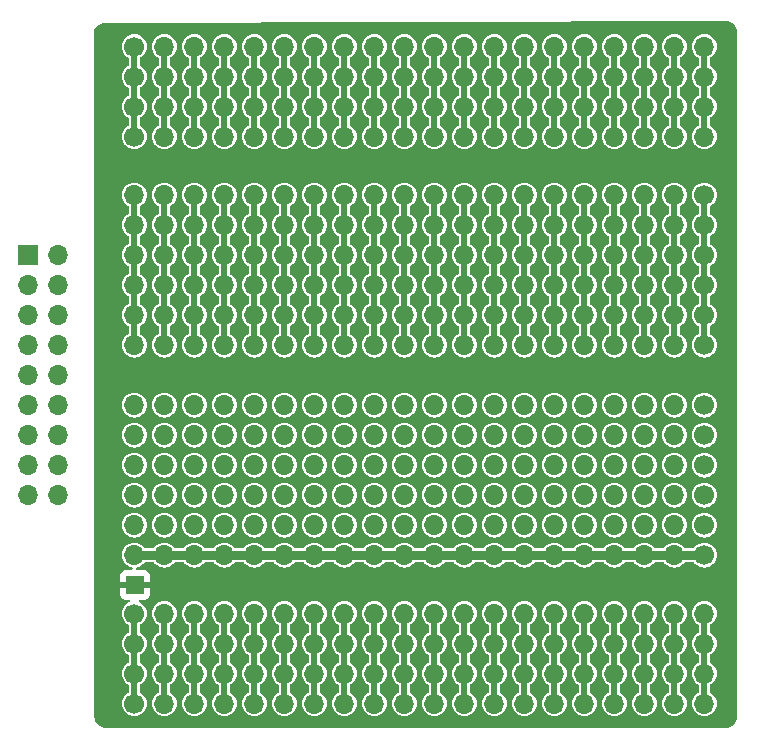
<source format=gtl>
G04 #@! TF.GenerationSoftware,KiCad,Pcbnew,8.0.8*
G04 #@! TF.CreationDate,2025-02-19T14:03:04-05:00*
G04 #@! TF.ProjectId,plot_gerbers,706c6f74-5f67-4657-9262-6572732e6b69,rev?*
G04 #@! TF.SameCoordinates,Original*
G04 #@! TF.FileFunction,Copper,L1,Top*
G04 #@! TF.FilePolarity,Positive*
%FSLAX46Y46*%
G04 Gerber Fmt 4.6, Leading zero omitted, Abs format (unit mm)*
G04 Created by KiCad (PCBNEW 8.0.8) date 2025-02-19 14:03:04*
%MOMM*%
%LPD*%
G01*
G04 APERTURE LIST*
G04 #@! TA.AperFunction,ComponentPad*
%ADD10C,1.700000*%
G04 #@! TD*
G04 #@! TA.AperFunction,ComponentPad*
%ADD11O,1.700000X1.700000*%
G04 #@! TD*
G04 #@! TA.AperFunction,ComponentPad*
%ADD12R,1.500000X1.500000*%
G04 #@! TD*
G04 #@! TA.AperFunction,ComponentPad*
%ADD13R,1.700000X1.700000*%
G04 #@! TD*
G04 #@! TA.AperFunction,Conductor*
%ADD14C,0.500000*%
G04 #@! TD*
G04 #@! TA.AperFunction,Conductor*
%ADD15C,0.800000*%
G04 #@! TD*
G04 APERTURE END LIST*
D10*
X175620000Y-88790000D03*
X175620000Y-91330000D03*
X175620000Y-93870000D03*
X175620000Y-96410000D03*
X175620000Y-98950000D03*
X175620000Y-101490000D03*
D11*
X173080000Y-88790000D03*
X173080000Y-91330000D03*
X173080000Y-93870000D03*
X173080000Y-96410000D03*
X173080000Y-98950000D03*
X173080000Y-101490000D03*
X170540000Y-88790000D03*
X170540000Y-91330000D03*
X170540000Y-93870000D03*
X170540000Y-96410000D03*
X170540000Y-98950000D03*
X170540000Y-101490000D03*
X168000000Y-88790000D03*
X168000000Y-91330000D03*
X168000000Y-93870000D03*
X168000000Y-96410000D03*
X168000000Y-98950000D03*
X168000000Y-101490000D03*
X165460000Y-88790000D03*
X165460000Y-91330000D03*
X165460000Y-93870000D03*
X165460000Y-96410000D03*
X165460000Y-98950000D03*
X165460000Y-101490000D03*
X162920000Y-88790000D03*
X162920000Y-91330000D03*
X162920000Y-93870000D03*
X162920000Y-96410000D03*
X162920000Y-98950000D03*
X162920000Y-101490000D03*
X160380000Y-88790000D03*
X160380000Y-91330000D03*
X160380000Y-93870000D03*
X160380000Y-96410000D03*
X160380000Y-98950000D03*
X160380000Y-101490000D03*
X157840000Y-88790000D03*
X157840000Y-91330000D03*
X157840000Y-93870000D03*
X157840000Y-96410000D03*
X157840000Y-98950000D03*
X157840000Y-101490000D03*
X155300000Y-88790000D03*
X155300000Y-91330000D03*
X155300000Y-93870000D03*
X155300000Y-96410000D03*
X155300000Y-98950000D03*
X155300000Y-101490000D03*
X152760000Y-88790000D03*
X152760000Y-91330000D03*
X152760000Y-93870000D03*
X152760000Y-96410000D03*
X152760000Y-98950000D03*
X152760000Y-101490000D03*
X150220000Y-88790000D03*
X150220000Y-91330000D03*
X150220000Y-93870000D03*
X150220000Y-96410000D03*
X150220000Y-98950000D03*
X150220000Y-101490000D03*
X147680000Y-88790000D03*
X147680000Y-91330000D03*
X147680000Y-93870000D03*
X147680000Y-96410000D03*
X147680000Y-98950000D03*
X147680000Y-101490000D03*
X145140000Y-88790000D03*
X145140000Y-91330000D03*
X145140000Y-93870000D03*
X145140000Y-96410000D03*
X145140000Y-98950000D03*
X145140000Y-101490000D03*
X142600000Y-88790000D03*
X142600000Y-91330000D03*
X142600000Y-93870000D03*
X142600000Y-96410000D03*
X142600000Y-98950000D03*
X142600000Y-101490000D03*
X140060000Y-88790000D03*
X140060000Y-91330000D03*
X140060000Y-93870000D03*
X140060000Y-96410000D03*
X140060000Y-98950000D03*
X140060000Y-101490000D03*
X137520000Y-88790000D03*
X137520000Y-91330000D03*
X137520000Y-93870000D03*
X137520000Y-96410000D03*
X137520000Y-98950000D03*
X137520000Y-101490000D03*
X134980000Y-88790000D03*
X134980000Y-91330000D03*
X134980000Y-93870000D03*
X134980000Y-96410000D03*
X134980000Y-98950000D03*
X134980000Y-101490000D03*
X132440000Y-88790000D03*
X132440000Y-91330000D03*
X132440000Y-93870000D03*
X132440000Y-96410000D03*
X132440000Y-98950000D03*
X132440000Y-101490000D03*
X129900000Y-88790000D03*
X129900000Y-91330000D03*
X129900000Y-93870000D03*
X129900000Y-96410000D03*
X129900000Y-98950000D03*
X129900000Y-101490000D03*
X127360000Y-88790000D03*
X127360000Y-91330000D03*
X127360000Y-93870000D03*
X127360000Y-96410000D03*
X127360000Y-98950000D03*
X127360000Y-101490000D03*
D10*
X175620000Y-106570000D03*
X175620000Y-109110000D03*
X175620000Y-111650000D03*
X175620000Y-114190000D03*
X175620000Y-116730000D03*
X175620000Y-119270000D03*
D11*
X173080000Y-106570000D03*
X173080000Y-109110000D03*
X173080000Y-111650000D03*
X173080000Y-114190000D03*
X173080000Y-116730000D03*
X173080000Y-119270000D03*
X170540000Y-106570000D03*
X170540000Y-109110000D03*
X170540000Y-111650000D03*
X170540000Y-114190000D03*
X170540000Y-116730000D03*
X170540000Y-119270000D03*
X168000000Y-106570000D03*
X168000000Y-109110000D03*
X168000000Y-111650000D03*
X168000000Y-114190000D03*
X168000000Y-116730000D03*
X168000000Y-119270000D03*
X165460000Y-106570000D03*
X165460000Y-109110000D03*
X165460000Y-111650000D03*
X165460000Y-114190000D03*
X165460000Y-116730000D03*
X165460000Y-119270000D03*
X162920000Y-106570000D03*
X162920000Y-109110000D03*
X162920000Y-111650000D03*
X162920000Y-114190000D03*
X162920000Y-116730000D03*
X162920000Y-119270000D03*
X160380000Y-106570000D03*
X160380000Y-109110000D03*
X160380000Y-111650000D03*
X160380000Y-114190000D03*
X160380000Y-116730000D03*
X160380000Y-119270000D03*
X157840000Y-106570000D03*
X157840000Y-109110000D03*
X157840000Y-111650000D03*
X157840000Y-114190000D03*
X157840000Y-116730000D03*
X157840000Y-119270000D03*
X155300000Y-106570000D03*
X155300000Y-109110000D03*
X155300000Y-111650000D03*
X155300000Y-114190000D03*
X155300000Y-116730000D03*
X155300000Y-119270000D03*
X152760000Y-106570000D03*
X152760000Y-109110000D03*
X152760000Y-111650000D03*
X152760000Y-114190000D03*
X152760000Y-116730000D03*
X152760000Y-119270000D03*
X150220000Y-106570000D03*
X150220000Y-109110000D03*
X150220000Y-111650000D03*
X150220000Y-114190000D03*
X150220000Y-116730000D03*
X150220000Y-119270000D03*
X147680000Y-106570000D03*
X147680000Y-109110000D03*
X147680000Y-111650000D03*
X147680000Y-114190000D03*
X147680000Y-116730000D03*
X147680000Y-119270000D03*
X145140000Y-106570000D03*
X145140000Y-109110000D03*
X145140000Y-111650000D03*
X145140000Y-114190000D03*
X145140000Y-116730000D03*
X145140000Y-119270000D03*
X142600000Y-106570000D03*
X142600000Y-109110000D03*
X142600000Y-111650000D03*
X142600000Y-114190000D03*
X142600000Y-116730000D03*
X142600000Y-119270000D03*
X140060000Y-106570000D03*
X140060000Y-109110000D03*
X140060000Y-111650000D03*
X140060000Y-114190000D03*
X140060000Y-116730000D03*
X140060000Y-119270000D03*
X137520000Y-106570000D03*
X137520000Y-109110000D03*
X137520000Y-111650000D03*
X137520000Y-114190000D03*
X137520000Y-116730000D03*
X137520000Y-119270000D03*
X134980000Y-106570000D03*
X134980000Y-109110000D03*
X134980000Y-111650000D03*
X134980000Y-114190000D03*
X134980000Y-116730000D03*
X134980000Y-119270000D03*
X132440000Y-106570000D03*
X132440000Y-109110000D03*
X132440000Y-111650000D03*
X132440000Y-114190000D03*
X132440000Y-116730000D03*
X132440000Y-119270000D03*
X129900000Y-106570000D03*
X129900000Y-109110000D03*
X129900000Y-111650000D03*
X129900000Y-114190000D03*
X129900000Y-116730000D03*
X129900000Y-119270000D03*
X127360000Y-106570000D03*
X127360000Y-109110000D03*
X127360000Y-111650000D03*
X127360000Y-114190000D03*
X127360000Y-116730000D03*
X127360000Y-119270000D03*
D12*
X127410000Y-121790000D03*
D10*
X127360000Y-131840000D03*
X127360000Y-129300000D03*
X127360000Y-126760000D03*
X127360000Y-124220000D03*
D11*
X129900000Y-131840000D03*
X129900000Y-129300000D03*
X129900000Y-126760000D03*
X129900000Y-124220000D03*
X132440000Y-131840000D03*
X132440000Y-129300000D03*
X132440000Y-126760000D03*
X132440000Y-124220000D03*
X134980000Y-131840000D03*
X134980000Y-129300000D03*
X134980000Y-126760000D03*
X134980000Y-124220000D03*
X137520000Y-131840000D03*
X137520000Y-129300000D03*
X137520000Y-126760000D03*
X137520000Y-124220000D03*
X140060000Y-131840000D03*
X140060000Y-129300000D03*
X140060000Y-126760000D03*
X140060000Y-124220000D03*
X142600000Y-131840000D03*
X142600000Y-129300000D03*
X142600000Y-126760000D03*
X142600000Y-124220000D03*
X145140000Y-131840000D03*
X145140000Y-129300000D03*
X145140000Y-126760000D03*
X145140000Y-124220000D03*
X147680000Y-131840000D03*
X147680000Y-129300000D03*
X147680000Y-126760000D03*
X147680000Y-124220000D03*
X150220000Y-131840000D03*
X150220000Y-129300000D03*
X150220000Y-126760000D03*
X150220000Y-124220000D03*
X152760000Y-131840000D03*
X152760000Y-129300000D03*
X152760000Y-126760000D03*
X152760000Y-124220000D03*
X155300000Y-131840000D03*
X155300000Y-129300000D03*
X155300000Y-126760000D03*
X155300000Y-124220000D03*
X157840000Y-131840000D03*
X157840000Y-129300000D03*
X157840000Y-126760000D03*
X157840000Y-124220000D03*
X160380000Y-131840000D03*
X160380000Y-129300000D03*
X160380000Y-126760000D03*
X160380000Y-124220000D03*
X162920000Y-131840000D03*
X162920000Y-129300000D03*
X162920000Y-126760000D03*
X162920000Y-124220000D03*
X165460000Y-131840000D03*
X165460000Y-129300000D03*
X165460000Y-126760000D03*
X165460000Y-124220000D03*
X168000000Y-131840000D03*
X168000000Y-129300000D03*
X168000000Y-126760000D03*
X168000000Y-124220000D03*
X170540000Y-131840000D03*
X170540000Y-129300000D03*
X170540000Y-126760000D03*
X170540000Y-124220000D03*
X173080000Y-131840000D03*
X173080000Y-129300000D03*
X173080000Y-126760000D03*
X173080000Y-124220000D03*
X175620000Y-131840000D03*
X175620000Y-129300000D03*
X175620000Y-126760000D03*
X175620000Y-124220000D03*
D10*
X127360000Y-83840000D03*
X127360000Y-81300000D03*
X127360000Y-78760000D03*
X127360000Y-76220000D03*
D11*
X129900000Y-83840000D03*
X129900000Y-81300000D03*
X129900000Y-78760000D03*
X129900000Y-76220000D03*
X132440000Y-83840000D03*
X132440000Y-81300000D03*
X132440000Y-78760000D03*
X132440000Y-76220000D03*
X134980000Y-83840000D03*
X134980000Y-81300000D03*
X134980000Y-78760000D03*
X134980000Y-76220000D03*
X137520000Y-83840000D03*
X137520000Y-81300000D03*
X137520000Y-78760000D03*
X137520000Y-76220000D03*
X140060000Y-83840000D03*
X140060000Y-81300000D03*
X140060000Y-78760000D03*
X140060000Y-76220000D03*
X142600000Y-83840000D03*
X142600000Y-81300000D03*
X142600000Y-78760000D03*
X142600000Y-76220000D03*
X145140000Y-83840000D03*
X145140000Y-81300000D03*
X145140000Y-78760000D03*
X145140000Y-76220000D03*
X147680000Y-83840000D03*
X147680000Y-81300000D03*
X147680000Y-78760000D03*
X147680000Y-76220000D03*
X150220000Y-83840000D03*
X150220000Y-81300000D03*
X150220000Y-78760000D03*
X150220000Y-76220000D03*
X152760000Y-83840000D03*
X152760000Y-81300000D03*
X152760000Y-78760000D03*
X152760000Y-76220000D03*
X155300000Y-83840000D03*
X155300000Y-81300000D03*
X155300000Y-78760000D03*
X155300000Y-76220000D03*
X157840000Y-83840000D03*
X157840000Y-81300000D03*
X157840000Y-78760000D03*
X157840000Y-76220000D03*
X160380000Y-83840000D03*
X160380000Y-81300000D03*
X160380000Y-78760000D03*
X160380000Y-76220000D03*
X162920000Y-83840000D03*
X162920000Y-81300000D03*
X162920000Y-78760000D03*
X162920000Y-76220000D03*
X165460000Y-83840000D03*
X165460000Y-81300000D03*
X165460000Y-78760000D03*
X165460000Y-76220000D03*
X168000000Y-83840000D03*
X168000000Y-81300000D03*
X168000000Y-78760000D03*
X168000000Y-76220000D03*
X170540000Y-83840000D03*
X170540000Y-81300000D03*
X170540000Y-78760000D03*
X170540000Y-76220000D03*
X173080000Y-83840000D03*
X173080000Y-81300000D03*
X173080000Y-78760000D03*
X173080000Y-76220000D03*
X175620000Y-83840000D03*
X175620000Y-81300000D03*
X175620000Y-78760000D03*
X175620000Y-76220000D03*
D13*
X118370000Y-93880000D03*
D11*
X120910000Y-93880000D03*
X118370000Y-96420000D03*
X120910000Y-96420000D03*
X118370000Y-98960000D03*
X120910000Y-98960000D03*
X118370000Y-101500000D03*
X120910000Y-101500000D03*
X118370000Y-104040000D03*
X120910000Y-104040000D03*
X118370000Y-106580000D03*
X120910000Y-106580000D03*
X118370000Y-109120000D03*
X120910000Y-109120000D03*
X118370000Y-111660000D03*
X120910000Y-111660000D03*
X118370000Y-114200000D03*
X120910000Y-114200000D03*
D14*
X173080000Y-124220000D02*
X173080000Y-131840000D01*
X175620000Y-124220000D02*
X175620000Y-131840000D01*
X157840000Y-124220000D02*
X157840000Y-131840000D01*
X140060000Y-124220000D02*
X140060000Y-131840000D01*
X129900000Y-76220000D02*
X129900000Y-83840000D01*
X142600000Y-124220000D02*
X142600000Y-124440000D01*
X142600000Y-124690000D02*
X142600000Y-131840000D01*
X155300000Y-124220000D02*
X155300000Y-131840000D01*
X134980000Y-124220000D02*
X134980000Y-131840000D01*
X170540000Y-124220000D02*
X170540000Y-131840000D01*
X175620000Y-76220000D02*
X175620000Y-83840000D01*
X165460000Y-88790000D02*
X165460000Y-101490000D01*
X142600000Y-76690000D02*
X142600000Y-83840000D01*
X152760000Y-76220000D02*
X152760000Y-83840000D01*
X162920000Y-76220000D02*
X162920000Y-83840000D01*
X160380000Y-124220000D02*
X160380000Y-131840000D01*
X145140000Y-88790000D02*
X145140000Y-101490000D01*
X132440000Y-76220000D02*
X132440000Y-83840000D01*
X162920000Y-124220000D02*
X162920000Y-131840000D01*
X152760000Y-124220000D02*
X152760000Y-131840000D01*
D15*
X127360000Y-119270000D02*
X175620000Y-119270000D01*
D14*
X155300000Y-76220000D02*
X155300000Y-83840000D01*
X157840000Y-88790000D02*
X157840000Y-101490000D01*
X129900000Y-101490000D02*
X129900000Y-88790000D01*
X168000000Y-88790000D02*
X168000000Y-101490000D01*
X170540000Y-88790000D02*
X170540000Y-101490000D01*
X142600000Y-76220000D02*
X142600000Y-76440000D01*
X147680000Y-124220000D02*
X147680000Y-131840000D01*
X142725000Y-76565000D02*
X142600000Y-76690000D01*
X134980000Y-101490000D02*
X134980000Y-88790000D01*
X162920000Y-88790000D02*
X162920000Y-101490000D01*
X127360000Y-76220000D02*
X127360000Y-83840000D01*
X147680000Y-76220000D02*
X147680000Y-83840000D01*
X165460000Y-76220000D02*
X165460000Y-83840000D01*
X127360000Y-124220000D02*
X127360000Y-131840000D01*
X142600000Y-124440000D02*
X142725000Y-124565000D01*
X134980000Y-76220000D02*
X134980000Y-83840000D01*
X147680000Y-88790000D02*
X147680000Y-101490000D01*
X150220000Y-88790000D02*
X150220000Y-101490000D01*
X168000000Y-76220000D02*
X168000000Y-83840000D01*
X175620000Y-88790000D02*
X175620000Y-101490000D01*
X145140000Y-124220000D02*
X145140000Y-131840000D01*
X132440000Y-124220000D02*
X132440000Y-131840000D01*
X165460000Y-124220000D02*
X165460000Y-131840000D01*
X127360000Y-88790000D02*
X127360000Y-101490000D01*
X155300000Y-88790000D02*
X155300000Y-101490000D01*
X142725000Y-124565000D02*
X142600000Y-124690000D01*
X142600000Y-88790000D02*
X142600000Y-101490000D01*
X140060000Y-101490000D02*
X140060000Y-88790000D01*
X137520000Y-76220000D02*
X137520000Y-83840000D01*
X168000000Y-124220000D02*
X168000000Y-131840000D01*
X173080000Y-88790000D02*
X173080000Y-101490000D01*
X173080000Y-76220000D02*
X173080000Y-83840000D01*
X137520000Y-88790000D02*
X137520000Y-101490000D01*
X145140000Y-76220000D02*
X145140000Y-83840000D01*
X152760000Y-88790000D02*
X152760000Y-101490000D01*
X129900000Y-124220000D02*
X129900000Y-131840000D01*
X170540000Y-76220000D02*
X170540000Y-83840000D01*
X160380000Y-76220000D02*
X160380000Y-83840000D01*
X150220000Y-76220000D02*
X150220000Y-83840000D01*
X137520000Y-124220000D02*
X137520000Y-131840000D01*
X142600000Y-76440000D02*
X142725000Y-76565000D01*
X132440000Y-88790000D02*
X132440000Y-101490000D01*
X150220000Y-124220000D02*
X150220000Y-131840000D01*
X160380000Y-88790000D02*
X160380000Y-101490000D01*
X140060000Y-76220000D02*
X140060000Y-83840000D01*
X157840000Y-76220000D02*
X157840000Y-83840000D01*
G04 #@! TA.AperFunction,Conductor*
G36*
X177402940Y-74043720D02*
G01*
X177580221Y-74060656D01*
X177604121Y-74065342D01*
X177768791Y-74114837D01*
X177791315Y-74124105D01*
X177943136Y-74204835D01*
X177963412Y-74218325D01*
X178096528Y-74327178D01*
X178113777Y-74344374D01*
X178223039Y-74477139D01*
X178236595Y-74497375D01*
X178317799Y-74648939D01*
X178327138Y-74671435D01*
X178377149Y-74835954D01*
X178381909Y-74859839D01*
X178399400Y-75037065D01*
X178400000Y-75049244D01*
X178400000Y-132923907D01*
X178399403Y-132936061D01*
X178381982Y-133112934D01*
X178377240Y-133136775D01*
X178327424Y-133300998D01*
X178318121Y-133323456D01*
X178237227Y-133474798D01*
X178223722Y-133495010D01*
X178114854Y-133627666D01*
X178097666Y-133644854D01*
X177965010Y-133753722D01*
X177944798Y-133767227D01*
X177793456Y-133848121D01*
X177770998Y-133857424D01*
X177606775Y-133907240D01*
X177582934Y-133911982D01*
X177406061Y-133929403D01*
X177393907Y-133930000D01*
X124994378Y-133930000D01*
X124982234Y-133929404D01*
X124805509Y-133912013D01*
X124781690Y-133907279D01*
X124617596Y-133857547D01*
X124595155Y-133848261D01*
X124443906Y-133767499D01*
X124423705Y-133754016D01*
X124291096Y-133645318D01*
X124273915Y-133628160D01*
X124165040Y-133495702D01*
X124151529Y-133475519D01*
X124141980Y-133457694D01*
X124070559Y-133324373D01*
X124061244Y-133301948D01*
X124011291Y-133137923D01*
X124006525Y-133114109D01*
X124006408Y-133112934D01*
X123988894Y-132937402D01*
X123988282Y-132925289D01*
X123972101Y-120992155D01*
X126160000Y-120992155D01*
X126160000Y-121540000D01*
X127165025Y-121540000D01*
X127129930Y-121575095D01*
X127083852Y-121654905D01*
X127060000Y-121743922D01*
X127060000Y-121836078D01*
X127083852Y-121925095D01*
X127129930Y-122004905D01*
X127165025Y-122040000D01*
X126160000Y-122040000D01*
X126160000Y-122587844D01*
X126166401Y-122647372D01*
X126166403Y-122647379D01*
X126216645Y-122782086D01*
X126216649Y-122782093D01*
X126302809Y-122897187D01*
X126302812Y-122897190D01*
X126417906Y-122983350D01*
X126417913Y-122983354D01*
X126552620Y-123033596D01*
X126552627Y-123033598D01*
X126612155Y-123039999D01*
X126612172Y-123040000D01*
X126844105Y-123040000D01*
X126911144Y-123059685D01*
X126956899Y-123112489D01*
X126966843Y-123181647D01*
X126937818Y-123245203D01*
X126902560Y-123273356D01*
X126773550Y-123342315D01*
X126773548Y-123342316D01*
X126773547Y-123342317D01*
X126613589Y-123473589D01*
X126482317Y-123633547D01*
X126384769Y-123816043D01*
X126324699Y-124014067D01*
X126304417Y-124220000D01*
X126324699Y-124425932D01*
X126324700Y-124425934D01*
X126384768Y-124623954D01*
X126482315Y-124806450D01*
X126482317Y-124806452D01*
X126613589Y-124966410D01*
X126773549Y-125097684D01*
X126773551Y-125097686D01*
X126800242Y-125111952D01*
X126843953Y-125135316D01*
X126893797Y-125184277D01*
X126909500Y-125244674D01*
X126909500Y-125735324D01*
X126889815Y-125802363D01*
X126843955Y-125844681D01*
X126773549Y-125882315D01*
X126613589Y-126013589D01*
X126482317Y-126173547D01*
X126384769Y-126356043D01*
X126324699Y-126554067D01*
X126304417Y-126760000D01*
X126324699Y-126965932D01*
X126324700Y-126965934D01*
X126384768Y-127163954D01*
X126482315Y-127346450D01*
X126482317Y-127346452D01*
X126613589Y-127506410D01*
X126773549Y-127637684D01*
X126773551Y-127637686D01*
X126800242Y-127651952D01*
X126843953Y-127675316D01*
X126893797Y-127724277D01*
X126909500Y-127784674D01*
X126909500Y-128275324D01*
X126889815Y-128342363D01*
X126843955Y-128384681D01*
X126773549Y-128422315D01*
X126613589Y-128553589D01*
X126482317Y-128713547D01*
X126384769Y-128896043D01*
X126324699Y-129094067D01*
X126304417Y-129300000D01*
X126324699Y-129505932D01*
X126324700Y-129505934D01*
X126384768Y-129703954D01*
X126482315Y-129886450D01*
X126482317Y-129886452D01*
X126613589Y-130046410D01*
X126773549Y-130177684D01*
X126773551Y-130177686D01*
X126800242Y-130191952D01*
X126843953Y-130215316D01*
X126893797Y-130264277D01*
X126909500Y-130324674D01*
X126909500Y-130815324D01*
X126889815Y-130882363D01*
X126843955Y-130924681D01*
X126773549Y-130962315D01*
X126613589Y-131093589D01*
X126482317Y-131253547D01*
X126384769Y-131436043D01*
X126324699Y-131634067D01*
X126304417Y-131840000D01*
X126324699Y-132045932D01*
X126324700Y-132045934D01*
X126384768Y-132243954D01*
X126482315Y-132426450D01*
X126482317Y-132426452D01*
X126613589Y-132586410D01*
X126710209Y-132665702D01*
X126773550Y-132717685D01*
X126956046Y-132815232D01*
X127154066Y-132875300D01*
X127154065Y-132875300D01*
X127172529Y-132877118D01*
X127360000Y-132895583D01*
X127565934Y-132875300D01*
X127763954Y-132815232D01*
X127946450Y-132717685D01*
X128106410Y-132586410D01*
X128237685Y-132426450D01*
X128335232Y-132243954D01*
X128395300Y-132045934D01*
X128415583Y-131840000D01*
X128395300Y-131634066D01*
X128335232Y-131436046D01*
X128237685Y-131253550D01*
X128185702Y-131190209D01*
X128106410Y-131093589D01*
X127946450Y-130962315D01*
X127876045Y-130924681D01*
X127826201Y-130875718D01*
X127810500Y-130815324D01*
X127810500Y-130324674D01*
X127830185Y-130257635D01*
X127876046Y-130215316D01*
X127946450Y-130177685D01*
X128106410Y-130046410D01*
X128237685Y-129886450D01*
X128335232Y-129703954D01*
X128395300Y-129505934D01*
X128415583Y-129300000D01*
X128395300Y-129094066D01*
X128335232Y-128896046D01*
X128237685Y-128713550D01*
X128185702Y-128650209D01*
X128106410Y-128553589D01*
X127946450Y-128422315D01*
X127876045Y-128384681D01*
X127826201Y-128335718D01*
X127810500Y-128275324D01*
X127810500Y-127784674D01*
X127830185Y-127717635D01*
X127876046Y-127675316D01*
X127946450Y-127637685D01*
X128106410Y-127506410D01*
X128237685Y-127346450D01*
X128335232Y-127163954D01*
X128395300Y-126965934D01*
X128415583Y-126760000D01*
X128395300Y-126554066D01*
X128335232Y-126356046D01*
X128237685Y-126173550D01*
X128185702Y-126110209D01*
X128106410Y-126013589D01*
X127946450Y-125882315D01*
X127876045Y-125844681D01*
X127826201Y-125795718D01*
X127810500Y-125735324D01*
X127810500Y-125244674D01*
X127830185Y-125177635D01*
X127876046Y-125135316D01*
X127946450Y-125097685D01*
X128106410Y-124966410D01*
X128237685Y-124806450D01*
X128335232Y-124623954D01*
X128395300Y-124425934D01*
X128415583Y-124220000D01*
X128844417Y-124220000D01*
X128864699Y-124425932D01*
X128864700Y-124425934D01*
X128924768Y-124623954D01*
X129022315Y-124806450D01*
X129022317Y-124806452D01*
X129153589Y-124966410D01*
X129313549Y-125097684D01*
X129313551Y-125097686D01*
X129340242Y-125111952D01*
X129383953Y-125135316D01*
X129433797Y-125184277D01*
X129449500Y-125244674D01*
X129449500Y-125735324D01*
X129429815Y-125802363D01*
X129383955Y-125844681D01*
X129313549Y-125882315D01*
X129153589Y-126013589D01*
X129022317Y-126173547D01*
X128924769Y-126356043D01*
X128864699Y-126554067D01*
X128844417Y-126760000D01*
X128864699Y-126965932D01*
X128864700Y-126965934D01*
X128924768Y-127163954D01*
X129022315Y-127346450D01*
X129022317Y-127346452D01*
X129153589Y-127506410D01*
X129313549Y-127637684D01*
X129313551Y-127637686D01*
X129340242Y-127651952D01*
X129383953Y-127675316D01*
X129433797Y-127724277D01*
X129449500Y-127784674D01*
X129449500Y-128275324D01*
X129429815Y-128342363D01*
X129383955Y-128384681D01*
X129313549Y-128422315D01*
X129153589Y-128553589D01*
X129022317Y-128713547D01*
X128924769Y-128896043D01*
X128864699Y-129094067D01*
X128844417Y-129300000D01*
X128864699Y-129505932D01*
X128864700Y-129505934D01*
X128924768Y-129703954D01*
X129022315Y-129886450D01*
X129022317Y-129886452D01*
X129153589Y-130046410D01*
X129313549Y-130177684D01*
X129313551Y-130177686D01*
X129340242Y-130191952D01*
X129383953Y-130215316D01*
X129433797Y-130264277D01*
X129449500Y-130324674D01*
X129449500Y-130815324D01*
X129429815Y-130882363D01*
X129383955Y-130924681D01*
X129313549Y-130962315D01*
X129153589Y-131093589D01*
X129022317Y-131253547D01*
X128924769Y-131436043D01*
X128864699Y-131634067D01*
X128844417Y-131840000D01*
X128864699Y-132045932D01*
X128864700Y-132045934D01*
X128924768Y-132243954D01*
X129022315Y-132426450D01*
X129022317Y-132426452D01*
X129153589Y-132586410D01*
X129250209Y-132665702D01*
X129313550Y-132717685D01*
X129496046Y-132815232D01*
X129694066Y-132875300D01*
X129694065Y-132875300D01*
X129712529Y-132877118D01*
X129900000Y-132895583D01*
X130105934Y-132875300D01*
X130303954Y-132815232D01*
X130486450Y-132717685D01*
X130646410Y-132586410D01*
X130777685Y-132426450D01*
X130875232Y-132243954D01*
X130935300Y-132045934D01*
X130955583Y-131840000D01*
X130935300Y-131634066D01*
X130875232Y-131436046D01*
X130777685Y-131253550D01*
X130725702Y-131190209D01*
X130646410Y-131093589D01*
X130486450Y-130962315D01*
X130416045Y-130924681D01*
X130366201Y-130875718D01*
X130350500Y-130815324D01*
X130350500Y-130324674D01*
X130370185Y-130257635D01*
X130416046Y-130215316D01*
X130486450Y-130177685D01*
X130646410Y-130046410D01*
X130777685Y-129886450D01*
X130875232Y-129703954D01*
X130935300Y-129505934D01*
X130955583Y-129300000D01*
X130935300Y-129094066D01*
X130875232Y-128896046D01*
X130777685Y-128713550D01*
X130725702Y-128650209D01*
X130646410Y-128553589D01*
X130486450Y-128422315D01*
X130416045Y-128384681D01*
X130366201Y-128335718D01*
X130350500Y-128275324D01*
X130350500Y-127784674D01*
X130370185Y-127717635D01*
X130416046Y-127675316D01*
X130486450Y-127637685D01*
X130646410Y-127506410D01*
X130777685Y-127346450D01*
X130875232Y-127163954D01*
X130935300Y-126965934D01*
X130955583Y-126760000D01*
X130935300Y-126554066D01*
X130875232Y-126356046D01*
X130777685Y-126173550D01*
X130725702Y-126110209D01*
X130646410Y-126013589D01*
X130486450Y-125882315D01*
X130416045Y-125844681D01*
X130366201Y-125795718D01*
X130350500Y-125735324D01*
X130350500Y-125244674D01*
X130370185Y-125177635D01*
X130416046Y-125135316D01*
X130486450Y-125097685D01*
X130646410Y-124966410D01*
X130777685Y-124806450D01*
X130875232Y-124623954D01*
X130935300Y-124425934D01*
X130955583Y-124220000D01*
X131384417Y-124220000D01*
X131404699Y-124425932D01*
X131404700Y-124425934D01*
X131464768Y-124623954D01*
X131562315Y-124806450D01*
X131562317Y-124806452D01*
X131693589Y-124966410D01*
X131853549Y-125097684D01*
X131853551Y-125097686D01*
X131880242Y-125111952D01*
X131923953Y-125135316D01*
X131973797Y-125184277D01*
X131989500Y-125244674D01*
X131989500Y-125735324D01*
X131969815Y-125802363D01*
X131923955Y-125844681D01*
X131853549Y-125882315D01*
X131693589Y-126013589D01*
X131562317Y-126173547D01*
X131464769Y-126356043D01*
X131404699Y-126554067D01*
X131384417Y-126760000D01*
X131404699Y-126965932D01*
X131404700Y-126965934D01*
X131464768Y-127163954D01*
X131562315Y-127346450D01*
X131562317Y-127346452D01*
X131693589Y-127506410D01*
X131853549Y-127637684D01*
X131853551Y-127637686D01*
X131880242Y-127651952D01*
X131923953Y-127675316D01*
X131973797Y-127724277D01*
X131989500Y-127784674D01*
X131989500Y-128275324D01*
X131969815Y-128342363D01*
X131923955Y-128384681D01*
X131853549Y-128422315D01*
X131693589Y-128553589D01*
X131562317Y-128713547D01*
X131464769Y-128896043D01*
X131404699Y-129094067D01*
X131384417Y-129300000D01*
X131404699Y-129505932D01*
X131404700Y-129505934D01*
X131464768Y-129703954D01*
X131562315Y-129886450D01*
X131562317Y-129886452D01*
X131693589Y-130046410D01*
X131853549Y-130177684D01*
X131853551Y-130177686D01*
X131880242Y-130191952D01*
X131923953Y-130215316D01*
X131973797Y-130264277D01*
X131989500Y-130324674D01*
X131989500Y-130815324D01*
X131969815Y-130882363D01*
X131923955Y-130924681D01*
X131853549Y-130962315D01*
X131693589Y-131093589D01*
X131562317Y-131253547D01*
X131464769Y-131436043D01*
X131404699Y-131634067D01*
X131384417Y-131840000D01*
X131404699Y-132045932D01*
X131404700Y-132045934D01*
X131464768Y-132243954D01*
X131562315Y-132426450D01*
X131562317Y-132426452D01*
X131693589Y-132586410D01*
X131790209Y-132665702D01*
X131853550Y-132717685D01*
X132036046Y-132815232D01*
X132234066Y-132875300D01*
X132234065Y-132875300D01*
X132252529Y-132877118D01*
X132440000Y-132895583D01*
X132645934Y-132875300D01*
X132843954Y-132815232D01*
X133026450Y-132717685D01*
X133186410Y-132586410D01*
X133317685Y-132426450D01*
X133415232Y-132243954D01*
X133475300Y-132045934D01*
X133495583Y-131840000D01*
X133475300Y-131634066D01*
X133415232Y-131436046D01*
X133317685Y-131253550D01*
X133265702Y-131190209D01*
X133186410Y-131093589D01*
X133026450Y-130962315D01*
X132956045Y-130924681D01*
X132906201Y-130875718D01*
X132890500Y-130815324D01*
X132890500Y-130324674D01*
X132910185Y-130257635D01*
X132956046Y-130215316D01*
X133026450Y-130177685D01*
X133186410Y-130046410D01*
X133317685Y-129886450D01*
X133415232Y-129703954D01*
X133475300Y-129505934D01*
X133495583Y-129300000D01*
X133475300Y-129094066D01*
X133415232Y-128896046D01*
X133317685Y-128713550D01*
X133265702Y-128650209D01*
X133186410Y-128553589D01*
X133026450Y-128422315D01*
X132956045Y-128384681D01*
X132906201Y-128335718D01*
X132890500Y-128275324D01*
X132890500Y-127784674D01*
X132910185Y-127717635D01*
X132956046Y-127675316D01*
X133026450Y-127637685D01*
X133186410Y-127506410D01*
X133317685Y-127346450D01*
X133415232Y-127163954D01*
X133475300Y-126965934D01*
X133495583Y-126760000D01*
X133475300Y-126554066D01*
X133415232Y-126356046D01*
X133317685Y-126173550D01*
X133265702Y-126110209D01*
X133186410Y-126013589D01*
X133026450Y-125882315D01*
X132956045Y-125844681D01*
X132906201Y-125795718D01*
X132890500Y-125735324D01*
X132890500Y-125244674D01*
X132910185Y-125177635D01*
X132956046Y-125135316D01*
X133026450Y-125097685D01*
X133186410Y-124966410D01*
X133317685Y-124806450D01*
X133415232Y-124623954D01*
X133475300Y-124425934D01*
X133495583Y-124220000D01*
X133924417Y-124220000D01*
X133944699Y-124425932D01*
X133944700Y-124425934D01*
X134004768Y-124623954D01*
X134102315Y-124806450D01*
X134102317Y-124806452D01*
X134233589Y-124966410D01*
X134393549Y-125097684D01*
X134393551Y-125097686D01*
X134420242Y-125111952D01*
X134463953Y-125135316D01*
X134513797Y-125184277D01*
X134529500Y-125244674D01*
X134529500Y-125735324D01*
X134509815Y-125802363D01*
X134463955Y-125844681D01*
X134393549Y-125882315D01*
X134233589Y-126013589D01*
X134102317Y-126173547D01*
X134004769Y-126356043D01*
X133944699Y-126554067D01*
X133924417Y-126760000D01*
X133944699Y-126965932D01*
X133944700Y-126965934D01*
X134004768Y-127163954D01*
X134102315Y-127346450D01*
X134102317Y-127346452D01*
X134233589Y-127506410D01*
X134393549Y-127637684D01*
X134393551Y-127637686D01*
X134420242Y-127651952D01*
X134463953Y-127675316D01*
X134513797Y-127724277D01*
X134529500Y-127784674D01*
X134529500Y-128275324D01*
X134509815Y-128342363D01*
X134463955Y-128384681D01*
X134393549Y-128422315D01*
X134233589Y-128553589D01*
X134102317Y-128713547D01*
X134004769Y-128896043D01*
X133944699Y-129094067D01*
X133924417Y-129300000D01*
X133944699Y-129505932D01*
X133944700Y-129505934D01*
X134004768Y-129703954D01*
X134102315Y-129886450D01*
X134102317Y-129886452D01*
X134233589Y-130046410D01*
X134393549Y-130177684D01*
X134393551Y-130177686D01*
X134420242Y-130191952D01*
X134463953Y-130215316D01*
X134513797Y-130264277D01*
X134529500Y-130324674D01*
X134529500Y-130815324D01*
X134509815Y-130882363D01*
X134463955Y-130924681D01*
X134393549Y-130962315D01*
X134233589Y-131093589D01*
X134102317Y-131253547D01*
X134004769Y-131436043D01*
X133944699Y-131634067D01*
X133924417Y-131840000D01*
X133944699Y-132045932D01*
X133944700Y-132045934D01*
X134004768Y-132243954D01*
X134102315Y-132426450D01*
X134102317Y-132426452D01*
X134233589Y-132586410D01*
X134330209Y-132665702D01*
X134393550Y-132717685D01*
X134576046Y-132815232D01*
X134774066Y-132875300D01*
X134774065Y-132875300D01*
X134792529Y-132877118D01*
X134980000Y-132895583D01*
X135185934Y-132875300D01*
X135383954Y-132815232D01*
X135566450Y-132717685D01*
X135726410Y-132586410D01*
X135857685Y-132426450D01*
X135955232Y-132243954D01*
X136015300Y-132045934D01*
X136035583Y-131840000D01*
X136015300Y-131634066D01*
X135955232Y-131436046D01*
X135857685Y-131253550D01*
X135805702Y-131190209D01*
X135726410Y-131093589D01*
X135566450Y-130962315D01*
X135496045Y-130924681D01*
X135446201Y-130875718D01*
X135430500Y-130815324D01*
X135430500Y-130324674D01*
X135450185Y-130257635D01*
X135496046Y-130215316D01*
X135566450Y-130177685D01*
X135726410Y-130046410D01*
X135857685Y-129886450D01*
X135955232Y-129703954D01*
X136015300Y-129505934D01*
X136035583Y-129300000D01*
X136015300Y-129094066D01*
X135955232Y-128896046D01*
X135857685Y-128713550D01*
X135805702Y-128650209D01*
X135726410Y-128553589D01*
X135566450Y-128422315D01*
X135496045Y-128384681D01*
X135446201Y-128335718D01*
X135430500Y-128275324D01*
X135430500Y-127784674D01*
X135450185Y-127717635D01*
X135496046Y-127675316D01*
X135566450Y-127637685D01*
X135726410Y-127506410D01*
X135857685Y-127346450D01*
X135955232Y-127163954D01*
X136015300Y-126965934D01*
X136035583Y-126760000D01*
X136015300Y-126554066D01*
X135955232Y-126356046D01*
X135857685Y-126173550D01*
X135805702Y-126110209D01*
X135726410Y-126013589D01*
X135566450Y-125882315D01*
X135496045Y-125844681D01*
X135446201Y-125795718D01*
X135430500Y-125735324D01*
X135430500Y-125244674D01*
X135450185Y-125177635D01*
X135496046Y-125135316D01*
X135566450Y-125097685D01*
X135726410Y-124966410D01*
X135857685Y-124806450D01*
X135955232Y-124623954D01*
X136015300Y-124425934D01*
X136035583Y-124220000D01*
X136464417Y-124220000D01*
X136484699Y-124425932D01*
X136484700Y-124425934D01*
X136544768Y-124623954D01*
X136642315Y-124806450D01*
X136642317Y-124806452D01*
X136773589Y-124966410D01*
X136933549Y-125097684D01*
X136933551Y-125097686D01*
X136960242Y-125111952D01*
X137003953Y-125135316D01*
X137053797Y-125184277D01*
X137069500Y-125244674D01*
X137069500Y-125735324D01*
X137049815Y-125802363D01*
X137003955Y-125844681D01*
X136933549Y-125882315D01*
X136773589Y-126013589D01*
X136642317Y-126173547D01*
X136544769Y-126356043D01*
X136484699Y-126554067D01*
X136464417Y-126760000D01*
X136484699Y-126965932D01*
X136484700Y-126965934D01*
X136544768Y-127163954D01*
X136642315Y-127346450D01*
X136642317Y-127346452D01*
X136773589Y-127506410D01*
X136933549Y-127637684D01*
X136933551Y-127637686D01*
X136960242Y-127651952D01*
X137003953Y-127675316D01*
X137053797Y-127724277D01*
X137069500Y-127784674D01*
X137069500Y-128275324D01*
X137049815Y-128342363D01*
X137003955Y-128384681D01*
X136933549Y-128422315D01*
X136773589Y-128553589D01*
X136642317Y-128713547D01*
X136544769Y-128896043D01*
X136484699Y-129094067D01*
X136464417Y-129300000D01*
X136484699Y-129505932D01*
X136484700Y-129505934D01*
X136544768Y-129703954D01*
X136642315Y-129886450D01*
X136642317Y-129886452D01*
X136773589Y-130046410D01*
X136933549Y-130177684D01*
X136933551Y-130177686D01*
X136960242Y-130191952D01*
X137003953Y-130215316D01*
X137053797Y-130264277D01*
X137069500Y-130324674D01*
X137069500Y-130815324D01*
X137049815Y-130882363D01*
X137003955Y-130924681D01*
X136933549Y-130962315D01*
X136773589Y-131093589D01*
X136642317Y-131253547D01*
X136544769Y-131436043D01*
X136484699Y-131634067D01*
X136464417Y-131840000D01*
X136484699Y-132045932D01*
X136484700Y-132045934D01*
X136544768Y-132243954D01*
X136642315Y-132426450D01*
X136642317Y-132426452D01*
X136773589Y-132586410D01*
X136870209Y-132665702D01*
X136933550Y-132717685D01*
X137116046Y-132815232D01*
X137314066Y-132875300D01*
X137314065Y-132875300D01*
X137332529Y-132877118D01*
X137520000Y-132895583D01*
X137725934Y-132875300D01*
X137923954Y-132815232D01*
X138106450Y-132717685D01*
X138266410Y-132586410D01*
X138397685Y-132426450D01*
X138495232Y-132243954D01*
X138555300Y-132045934D01*
X138575583Y-131840000D01*
X138555300Y-131634066D01*
X138495232Y-131436046D01*
X138397685Y-131253550D01*
X138345702Y-131190209D01*
X138266410Y-131093589D01*
X138106450Y-130962315D01*
X138036045Y-130924681D01*
X137986201Y-130875718D01*
X137970500Y-130815324D01*
X137970500Y-130324674D01*
X137990185Y-130257635D01*
X138036046Y-130215316D01*
X138106450Y-130177685D01*
X138266410Y-130046410D01*
X138397685Y-129886450D01*
X138495232Y-129703954D01*
X138555300Y-129505934D01*
X138575583Y-129300000D01*
X138555300Y-129094066D01*
X138495232Y-128896046D01*
X138397685Y-128713550D01*
X138345702Y-128650209D01*
X138266410Y-128553589D01*
X138106450Y-128422315D01*
X138036045Y-128384681D01*
X137986201Y-128335718D01*
X137970500Y-128275324D01*
X137970500Y-127784674D01*
X137990185Y-127717635D01*
X138036046Y-127675316D01*
X138106450Y-127637685D01*
X138266410Y-127506410D01*
X138397685Y-127346450D01*
X138495232Y-127163954D01*
X138555300Y-126965934D01*
X138575583Y-126760000D01*
X138555300Y-126554066D01*
X138495232Y-126356046D01*
X138397685Y-126173550D01*
X138345702Y-126110209D01*
X138266410Y-126013589D01*
X138106450Y-125882315D01*
X138036045Y-125844681D01*
X137986201Y-125795718D01*
X137970500Y-125735324D01*
X137970500Y-125244674D01*
X137990185Y-125177635D01*
X138036046Y-125135316D01*
X138106450Y-125097685D01*
X138266410Y-124966410D01*
X138397685Y-124806450D01*
X138495232Y-124623954D01*
X138555300Y-124425934D01*
X138575583Y-124220000D01*
X139004417Y-124220000D01*
X139024699Y-124425932D01*
X139024700Y-124425934D01*
X139084768Y-124623954D01*
X139182315Y-124806450D01*
X139182317Y-124806452D01*
X139313589Y-124966410D01*
X139473549Y-125097684D01*
X139473551Y-125097686D01*
X139500242Y-125111952D01*
X139543953Y-125135316D01*
X139593797Y-125184277D01*
X139609500Y-125244674D01*
X139609500Y-125735324D01*
X139589815Y-125802363D01*
X139543955Y-125844681D01*
X139473549Y-125882315D01*
X139313589Y-126013589D01*
X139182317Y-126173547D01*
X139084769Y-126356043D01*
X139024699Y-126554067D01*
X139004417Y-126760000D01*
X139024699Y-126965932D01*
X139024700Y-126965934D01*
X139084768Y-127163954D01*
X139182315Y-127346450D01*
X139182317Y-127346452D01*
X139313589Y-127506410D01*
X139473549Y-127637684D01*
X139473551Y-127637686D01*
X139500242Y-127651952D01*
X139543953Y-127675316D01*
X139593797Y-127724277D01*
X139609500Y-127784674D01*
X139609500Y-128275324D01*
X139589815Y-128342363D01*
X139543955Y-128384681D01*
X139473549Y-128422315D01*
X139313589Y-128553589D01*
X139182317Y-128713547D01*
X139084769Y-128896043D01*
X139024699Y-129094067D01*
X139004417Y-129300000D01*
X139024699Y-129505932D01*
X139024700Y-129505934D01*
X139084768Y-129703954D01*
X139182315Y-129886450D01*
X139182317Y-129886452D01*
X139313589Y-130046410D01*
X139473549Y-130177684D01*
X139473551Y-130177686D01*
X139500242Y-130191952D01*
X139543953Y-130215316D01*
X139593797Y-130264277D01*
X139609500Y-130324674D01*
X139609500Y-130815324D01*
X139589815Y-130882363D01*
X139543955Y-130924681D01*
X139473549Y-130962315D01*
X139313589Y-131093589D01*
X139182317Y-131253547D01*
X139084769Y-131436043D01*
X139024699Y-131634067D01*
X139004417Y-131840000D01*
X139024699Y-132045932D01*
X139024700Y-132045934D01*
X139084768Y-132243954D01*
X139182315Y-132426450D01*
X139182317Y-132426452D01*
X139313589Y-132586410D01*
X139410209Y-132665702D01*
X139473550Y-132717685D01*
X139656046Y-132815232D01*
X139854066Y-132875300D01*
X139854065Y-132875300D01*
X139872529Y-132877118D01*
X140060000Y-132895583D01*
X140265934Y-132875300D01*
X140463954Y-132815232D01*
X140646450Y-132717685D01*
X140806410Y-132586410D01*
X140937685Y-132426450D01*
X141035232Y-132243954D01*
X141095300Y-132045934D01*
X141115583Y-131840000D01*
X141095300Y-131634066D01*
X141035232Y-131436046D01*
X140937685Y-131253550D01*
X140885702Y-131190209D01*
X140806410Y-131093589D01*
X140646450Y-130962315D01*
X140576045Y-130924681D01*
X140526201Y-130875718D01*
X140510500Y-130815324D01*
X140510500Y-130324674D01*
X140530185Y-130257635D01*
X140576046Y-130215316D01*
X140646450Y-130177685D01*
X140806410Y-130046410D01*
X140937685Y-129886450D01*
X141035232Y-129703954D01*
X141095300Y-129505934D01*
X141115583Y-129300000D01*
X141095300Y-129094066D01*
X141035232Y-128896046D01*
X140937685Y-128713550D01*
X140885702Y-128650209D01*
X140806410Y-128553589D01*
X140646450Y-128422315D01*
X140576045Y-128384681D01*
X140526201Y-128335718D01*
X140510500Y-128275324D01*
X140510500Y-127784674D01*
X140530185Y-127717635D01*
X140576046Y-127675316D01*
X140646450Y-127637685D01*
X140806410Y-127506410D01*
X140937685Y-127346450D01*
X141035232Y-127163954D01*
X141095300Y-126965934D01*
X141115583Y-126760000D01*
X141095300Y-126554066D01*
X141035232Y-126356046D01*
X140937685Y-126173550D01*
X140885702Y-126110209D01*
X140806410Y-126013589D01*
X140646450Y-125882315D01*
X140576045Y-125844681D01*
X140526201Y-125795718D01*
X140510500Y-125735324D01*
X140510500Y-125244674D01*
X140530185Y-125177635D01*
X140576046Y-125135316D01*
X140646450Y-125097685D01*
X140806410Y-124966410D01*
X140937685Y-124806450D01*
X141035232Y-124623954D01*
X141095300Y-124425934D01*
X141115583Y-124220000D01*
X141544417Y-124220000D01*
X141564699Y-124425932D01*
X141564700Y-124425934D01*
X141624768Y-124623954D01*
X141722315Y-124806450D01*
X141722317Y-124806452D01*
X141853589Y-124966410D01*
X142013549Y-125097684D01*
X142013551Y-125097686D01*
X142040242Y-125111952D01*
X142083953Y-125135316D01*
X142133797Y-125184277D01*
X142149500Y-125244674D01*
X142149500Y-125735324D01*
X142129815Y-125802363D01*
X142083955Y-125844681D01*
X142013549Y-125882315D01*
X141853589Y-126013589D01*
X141722317Y-126173547D01*
X141624769Y-126356043D01*
X141564699Y-126554067D01*
X141544417Y-126760000D01*
X141564699Y-126965932D01*
X141564700Y-126965934D01*
X141624768Y-127163954D01*
X141722315Y-127346450D01*
X141722317Y-127346452D01*
X141853589Y-127506410D01*
X142013549Y-127637684D01*
X142013551Y-127637686D01*
X142040242Y-127651952D01*
X142083953Y-127675316D01*
X142133797Y-127724277D01*
X142149500Y-127784674D01*
X142149500Y-128275324D01*
X142129815Y-128342363D01*
X142083955Y-128384681D01*
X142013549Y-128422315D01*
X141853589Y-128553589D01*
X141722317Y-128713547D01*
X141624769Y-128896043D01*
X141564699Y-129094067D01*
X141544417Y-129300000D01*
X141564699Y-129505932D01*
X141564700Y-129505934D01*
X141624768Y-129703954D01*
X141722315Y-129886450D01*
X141722317Y-129886452D01*
X141853589Y-130046410D01*
X142013549Y-130177684D01*
X142013551Y-130177686D01*
X142040242Y-130191952D01*
X142083953Y-130215316D01*
X142133797Y-130264277D01*
X142149500Y-130324674D01*
X142149500Y-130815324D01*
X142129815Y-130882363D01*
X142083955Y-130924681D01*
X142013549Y-130962315D01*
X141853589Y-131093589D01*
X141722317Y-131253547D01*
X141624769Y-131436043D01*
X141564699Y-131634067D01*
X141544417Y-131840000D01*
X141564699Y-132045932D01*
X141564700Y-132045934D01*
X141624768Y-132243954D01*
X141722315Y-132426450D01*
X141722317Y-132426452D01*
X141853589Y-132586410D01*
X141950209Y-132665702D01*
X142013550Y-132717685D01*
X142196046Y-132815232D01*
X142394066Y-132875300D01*
X142394065Y-132875300D01*
X142412529Y-132877118D01*
X142600000Y-132895583D01*
X142805934Y-132875300D01*
X143003954Y-132815232D01*
X143186450Y-132717685D01*
X143346410Y-132586410D01*
X143477685Y-132426450D01*
X143575232Y-132243954D01*
X143635300Y-132045934D01*
X143655583Y-131840000D01*
X143635300Y-131634066D01*
X143575232Y-131436046D01*
X143477685Y-131253550D01*
X143425702Y-131190209D01*
X143346410Y-131093589D01*
X143186450Y-130962315D01*
X143116045Y-130924681D01*
X143066201Y-130875718D01*
X143050500Y-130815324D01*
X143050500Y-130324674D01*
X143070185Y-130257635D01*
X143116046Y-130215316D01*
X143186450Y-130177685D01*
X143346410Y-130046410D01*
X143477685Y-129886450D01*
X143575232Y-129703954D01*
X143635300Y-129505934D01*
X143655583Y-129300000D01*
X143635300Y-129094066D01*
X143575232Y-128896046D01*
X143477685Y-128713550D01*
X143425702Y-128650209D01*
X143346410Y-128553589D01*
X143186450Y-128422315D01*
X143116045Y-128384681D01*
X143066201Y-128335718D01*
X143050500Y-128275324D01*
X143050500Y-127784674D01*
X143070185Y-127717635D01*
X143116046Y-127675316D01*
X143186450Y-127637685D01*
X143346410Y-127506410D01*
X143477685Y-127346450D01*
X143575232Y-127163954D01*
X143635300Y-126965934D01*
X143655583Y-126760000D01*
X143635300Y-126554066D01*
X143575232Y-126356046D01*
X143477685Y-126173550D01*
X143425702Y-126110209D01*
X143346410Y-126013589D01*
X143186450Y-125882315D01*
X143116045Y-125844681D01*
X143066201Y-125795718D01*
X143050500Y-125735324D01*
X143050500Y-125244674D01*
X143070185Y-125177635D01*
X143116046Y-125135316D01*
X143186450Y-125097685D01*
X143346410Y-124966410D01*
X143477685Y-124806450D01*
X143575232Y-124623954D01*
X143635300Y-124425934D01*
X143655583Y-124220000D01*
X144084417Y-124220000D01*
X144104699Y-124425932D01*
X144104700Y-124425934D01*
X144164768Y-124623954D01*
X144262315Y-124806450D01*
X144262317Y-124806452D01*
X144393589Y-124966410D01*
X144553549Y-125097684D01*
X144553551Y-125097686D01*
X144580242Y-125111952D01*
X144623953Y-125135316D01*
X144673797Y-125184277D01*
X144689500Y-125244674D01*
X144689500Y-125735324D01*
X144669815Y-125802363D01*
X144623955Y-125844681D01*
X144553549Y-125882315D01*
X144393589Y-126013589D01*
X144262317Y-126173547D01*
X144164769Y-126356043D01*
X144104699Y-126554067D01*
X144084417Y-126760000D01*
X144104699Y-126965932D01*
X144104700Y-126965934D01*
X144164768Y-127163954D01*
X144262315Y-127346450D01*
X144262317Y-127346452D01*
X144393589Y-127506410D01*
X144553549Y-127637684D01*
X144553551Y-127637686D01*
X144580242Y-127651952D01*
X144623953Y-127675316D01*
X144673797Y-127724277D01*
X144689500Y-127784674D01*
X144689500Y-128275324D01*
X144669815Y-128342363D01*
X144623955Y-128384681D01*
X144553549Y-128422315D01*
X144393589Y-128553589D01*
X144262317Y-128713547D01*
X144164769Y-128896043D01*
X144104699Y-129094067D01*
X144084417Y-129300000D01*
X144104699Y-129505932D01*
X144104700Y-129505934D01*
X144164768Y-129703954D01*
X144262315Y-129886450D01*
X144262317Y-129886452D01*
X144393589Y-130046410D01*
X144553549Y-130177684D01*
X144553551Y-130177686D01*
X144580242Y-130191952D01*
X144623953Y-130215316D01*
X144673797Y-130264277D01*
X144689500Y-130324674D01*
X144689500Y-130815324D01*
X144669815Y-130882363D01*
X144623955Y-130924681D01*
X144553549Y-130962315D01*
X144393589Y-131093589D01*
X144262317Y-131253547D01*
X144164769Y-131436043D01*
X144104699Y-131634067D01*
X144084417Y-131840000D01*
X144104699Y-132045932D01*
X144104700Y-132045934D01*
X144164768Y-132243954D01*
X144262315Y-132426450D01*
X144262317Y-132426452D01*
X144393589Y-132586410D01*
X144490209Y-132665702D01*
X144553550Y-132717685D01*
X144736046Y-132815232D01*
X144934066Y-132875300D01*
X144934065Y-132875300D01*
X144952529Y-132877118D01*
X145140000Y-132895583D01*
X145345934Y-132875300D01*
X145543954Y-132815232D01*
X145726450Y-132717685D01*
X145886410Y-132586410D01*
X146017685Y-132426450D01*
X146115232Y-132243954D01*
X146175300Y-132045934D01*
X146195583Y-131840000D01*
X146175300Y-131634066D01*
X146115232Y-131436046D01*
X146017685Y-131253550D01*
X145965702Y-131190209D01*
X145886410Y-131093589D01*
X145726450Y-130962315D01*
X145656045Y-130924681D01*
X145606201Y-130875718D01*
X145590500Y-130815324D01*
X145590500Y-130324674D01*
X145610185Y-130257635D01*
X145656046Y-130215316D01*
X145726450Y-130177685D01*
X145886410Y-130046410D01*
X146017685Y-129886450D01*
X146115232Y-129703954D01*
X146175300Y-129505934D01*
X146195583Y-129300000D01*
X146175300Y-129094066D01*
X146115232Y-128896046D01*
X146017685Y-128713550D01*
X145965702Y-128650209D01*
X145886410Y-128553589D01*
X145726450Y-128422315D01*
X145656045Y-128384681D01*
X145606201Y-128335718D01*
X145590500Y-128275324D01*
X145590500Y-127784674D01*
X145610185Y-127717635D01*
X145656046Y-127675316D01*
X145726450Y-127637685D01*
X145886410Y-127506410D01*
X146017685Y-127346450D01*
X146115232Y-127163954D01*
X146175300Y-126965934D01*
X146195583Y-126760000D01*
X146175300Y-126554066D01*
X146115232Y-126356046D01*
X146017685Y-126173550D01*
X145965702Y-126110209D01*
X145886410Y-126013589D01*
X145726450Y-125882315D01*
X145656045Y-125844681D01*
X145606201Y-125795718D01*
X145590500Y-125735324D01*
X145590500Y-125244674D01*
X145610185Y-125177635D01*
X145656046Y-125135316D01*
X145726450Y-125097685D01*
X145886410Y-124966410D01*
X146017685Y-124806450D01*
X146115232Y-124623954D01*
X146175300Y-124425934D01*
X146195583Y-124220000D01*
X146624417Y-124220000D01*
X146644699Y-124425932D01*
X146644700Y-124425934D01*
X146704768Y-124623954D01*
X146802315Y-124806450D01*
X146802317Y-124806452D01*
X146933589Y-124966410D01*
X147093549Y-125097684D01*
X147093551Y-125097686D01*
X147120242Y-125111952D01*
X147163953Y-125135316D01*
X147213797Y-125184277D01*
X147229500Y-125244674D01*
X147229500Y-125735324D01*
X147209815Y-125802363D01*
X147163955Y-125844681D01*
X147093549Y-125882315D01*
X146933589Y-126013589D01*
X146802317Y-126173547D01*
X146704769Y-126356043D01*
X146644699Y-126554067D01*
X146624417Y-126760000D01*
X146644699Y-126965932D01*
X146644700Y-126965934D01*
X146704768Y-127163954D01*
X146802315Y-127346450D01*
X146802317Y-127346452D01*
X146933589Y-127506410D01*
X147093549Y-127637684D01*
X147093551Y-127637686D01*
X147120242Y-127651952D01*
X147163953Y-127675316D01*
X147213797Y-127724277D01*
X147229500Y-127784674D01*
X147229500Y-128275324D01*
X147209815Y-128342363D01*
X147163955Y-128384681D01*
X147093549Y-128422315D01*
X146933589Y-128553589D01*
X146802317Y-128713547D01*
X146704769Y-128896043D01*
X146644699Y-129094067D01*
X146624417Y-129300000D01*
X146644699Y-129505932D01*
X146644700Y-129505934D01*
X146704768Y-129703954D01*
X146802315Y-129886450D01*
X146802317Y-129886452D01*
X146933589Y-130046410D01*
X147093549Y-130177684D01*
X147093551Y-130177686D01*
X147120242Y-130191952D01*
X147163953Y-130215316D01*
X147213797Y-130264277D01*
X147229500Y-130324674D01*
X147229500Y-130815324D01*
X147209815Y-130882363D01*
X147163955Y-130924681D01*
X147093549Y-130962315D01*
X146933589Y-131093589D01*
X146802317Y-131253547D01*
X146704769Y-131436043D01*
X146644699Y-131634067D01*
X146624417Y-131840000D01*
X146644699Y-132045932D01*
X146644700Y-132045934D01*
X146704768Y-132243954D01*
X146802315Y-132426450D01*
X146802317Y-132426452D01*
X146933589Y-132586410D01*
X147030209Y-132665702D01*
X147093550Y-132717685D01*
X147276046Y-132815232D01*
X147474066Y-132875300D01*
X147474065Y-132875300D01*
X147492529Y-132877118D01*
X147680000Y-132895583D01*
X147885934Y-132875300D01*
X148083954Y-132815232D01*
X148266450Y-132717685D01*
X148426410Y-132586410D01*
X148557685Y-132426450D01*
X148655232Y-132243954D01*
X148715300Y-132045934D01*
X148735583Y-131840000D01*
X148715300Y-131634066D01*
X148655232Y-131436046D01*
X148557685Y-131253550D01*
X148505702Y-131190209D01*
X148426410Y-131093589D01*
X148266450Y-130962315D01*
X148196045Y-130924681D01*
X148146201Y-130875718D01*
X148130500Y-130815324D01*
X148130500Y-130324674D01*
X148150185Y-130257635D01*
X148196046Y-130215316D01*
X148266450Y-130177685D01*
X148426410Y-130046410D01*
X148557685Y-129886450D01*
X148655232Y-129703954D01*
X148715300Y-129505934D01*
X148735583Y-129300000D01*
X148715300Y-129094066D01*
X148655232Y-128896046D01*
X148557685Y-128713550D01*
X148505702Y-128650209D01*
X148426410Y-128553589D01*
X148266450Y-128422315D01*
X148196045Y-128384681D01*
X148146201Y-128335718D01*
X148130500Y-128275324D01*
X148130500Y-127784674D01*
X148150185Y-127717635D01*
X148196046Y-127675316D01*
X148266450Y-127637685D01*
X148426410Y-127506410D01*
X148557685Y-127346450D01*
X148655232Y-127163954D01*
X148715300Y-126965934D01*
X148735583Y-126760000D01*
X148715300Y-126554066D01*
X148655232Y-126356046D01*
X148557685Y-126173550D01*
X148505702Y-126110209D01*
X148426410Y-126013589D01*
X148266450Y-125882315D01*
X148196045Y-125844681D01*
X148146201Y-125795718D01*
X148130500Y-125735324D01*
X148130500Y-125244674D01*
X148150185Y-125177635D01*
X148196046Y-125135316D01*
X148266450Y-125097685D01*
X148426410Y-124966410D01*
X148557685Y-124806450D01*
X148655232Y-124623954D01*
X148715300Y-124425934D01*
X148735583Y-124220000D01*
X149164417Y-124220000D01*
X149184699Y-124425932D01*
X149184700Y-124425934D01*
X149244768Y-124623954D01*
X149342315Y-124806450D01*
X149342317Y-124806452D01*
X149473589Y-124966410D01*
X149633549Y-125097684D01*
X149633551Y-125097686D01*
X149660242Y-125111952D01*
X149703953Y-125135316D01*
X149753797Y-125184277D01*
X149769500Y-125244674D01*
X149769500Y-125735324D01*
X149749815Y-125802363D01*
X149703955Y-125844681D01*
X149633549Y-125882315D01*
X149473589Y-126013589D01*
X149342317Y-126173547D01*
X149244769Y-126356043D01*
X149184699Y-126554067D01*
X149164417Y-126760000D01*
X149184699Y-126965932D01*
X149184700Y-126965934D01*
X149244768Y-127163954D01*
X149342315Y-127346450D01*
X149342317Y-127346452D01*
X149473589Y-127506410D01*
X149633549Y-127637684D01*
X149633551Y-127637686D01*
X149660242Y-127651952D01*
X149703953Y-127675316D01*
X149753797Y-127724277D01*
X149769500Y-127784674D01*
X149769500Y-128275324D01*
X149749815Y-128342363D01*
X149703955Y-128384681D01*
X149633549Y-128422315D01*
X149473589Y-128553589D01*
X149342317Y-128713547D01*
X149244769Y-128896043D01*
X149184699Y-129094067D01*
X149164417Y-129300000D01*
X149184699Y-129505932D01*
X149184700Y-129505934D01*
X149244768Y-129703954D01*
X149342315Y-129886450D01*
X149342317Y-129886452D01*
X149473589Y-130046410D01*
X149633549Y-130177684D01*
X149633551Y-130177686D01*
X149660242Y-130191952D01*
X149703953Y-130215316D01*
X149753797Y-130264277D01*
X149769500Y-130324674D01*
X149769500Y-130815324D01*
X149749815Y-130882363D01*
X149703955Y-130924681D01*
X149633549Y-130962315D01*
X149473589Y-131093589D01*
X149342317Y-131253547D01*
X149244769Y-131436043D01*
X149184699Y-131634067D01*
X149164417Y-131840000D01*
X149184699Y-132045932D01*
X149184700Y-132045934D01*
X149244768Y-132243954D01*
X149342315Y-132426450D01*
X149342317Y-132426452D01*
X149473589Y-132586410D01*
X149570209Y-132665702D01*
X149633550Y-132717685D01*
X149816046Y-132815232D01*
X150014066Y-132875300D01*
X150014065Y-132875300D01*
X150032529Y-132877118D01*
X150220000Y-132895583D01*
X150425934Y-132875300D01*
X150623954Y-132815232D01*
X150806450Y-132717685D01*
X150966410Y-132586410D01*
X151097685Y-132426450D01*
X151195232Y-132243954D01*
X151255300Y-132045934D01*
X151275583Y-131840000D01*
X151255300Y-131634066D01*
X151195232Y-131436046D01*
X151097685Y-131253550D01*
X151045702Y-131190209D01*
X150966410Y-131093589D01*
X150806450Y-130962315D01*
X150736045Y-130924681D01*
X150686201Y-130875718D01*
X150670500Y-130815324D01*
X150670500Y-130324674D01*
X150690185Y-130257635D01*
X150736046Y-130215316D01*
X150806450Y-130177685D01*
X150966410Y-130046410D01*
X151097685Y-129886450D01*
X151195232Y-129703954D01*
X151255300Y-129505934D01*
X151275583Y-129300000D01*
X151255300Y-129094066D01*
X151195232Y-128896046D01*
X151097685Y-128713550D01*
X151045702Y-128650209D01*
X150966410Y-128553589D01*
X150806450Y-128422315D01*
X150736045Y-128384681D01*
X150686201Y-128335718D01*
X150670500Y-128275324D01*
X150670500Y-127784674D01*
X150690185Y-127717635D01*
X150736046Y-127675316D01*
X150806450Y-127637685D01*
X150966410Y-127506410D01*
X151097685Y-127346450D01*
X151195232Y-127163954D01*
X151255300Y-126965934D01*
X151275583Y-126760000D01*
X151255300Y-126554066D01*
X151195232Y-126356046D01*
X151097685Y-126173550D01*
X151045702Y-126110209D01*
X150966410Y-126013589D01*
X150806450Y-125882315D01*
X150736045Y-125844681D01*
X150686201Y-125795718D01*
X150670500Y-125735324D01*
X150670500Y-125244674D01*
X150690185Y-125177635D01*
X150736046Y-125135316D01*
X150806450Y-125097685D01*
X150966410Y-124966410D01*
X151097685Y-124806450D01*
X151195232Y-124623954D01*
X151255300Y-124425934D01*
X151275583Y-124220000D01*
X151704417Y-124220000D01*
X151724699Y-124425932D01*
X151724700Y-124425934D01*
X151784768Y-124623954D01*
X151882315Y-124806450D01*
X151882317Y-124806452D01*
X152013589Y-124966410D01*
X152173549Y-125097684D01*
X152173551Y-125097686D01*
X152200242Y-125111952D01*
X152243953Y-125135316D01*
X152293797Y-125184277D01*
X152309500Y-125244674D01*
X152309500Y-125735324D01*
X152289815Y-125802363D01*
X152243955Y-125844681D01*
X152173549Y-125882315D01*
X152013589Y-126013589D01*
X151882317Y-126173547D01*
X151784769Y-126356043D01*
X151724699Y-126554067D01*
X151704417Y-126760000D01*
X151724699Y-126965932D01*
X151724700Y-126965934D01*
X151784768Y-127163954D01*
X151882315Y-127346450D01*
X151882317Y-127346452D01*
X152013589Y-127506410D01*
X152173549Y-127637684D01*
X152173551Y-127637686D01*
X152200242Y-127651952D01*
X152243953Y-127675316D01*
X152293797Y-127724277D01*
X152309500Y-127784674D01*
X152309500Y-128275324D01*
X152289815Y-128342363D01*
X152243955Y-128384681D01*
X152173549Y-128422315D01*
X152013589Y-128553589D01*
X151882317Y-128713547D01*
X151784769Y-128896043D01*
X151724699Y-129094067D01*
X151704417Y-129300000D01*
X151724699Y-129505932D01*
X151724700Y-129505934D01*
X151784768Y-129703954D01*
X151882315Y-129886450D01*
X151882317Y-129886452D01*
X152013589Y-130046410D01*
X152173549Y-130177684D01*
X152173551Y-130177686D01*
X152200242Y-130191952D01*
X152243953Y-130215316D01*
X152293797Y-130264277D01*
X152309500Y-130324674D01*
X152309500Y-130815324D01*
X152289815Y-130882363D01*
X152243955Y-130924681D01*
X152173549Y-130962315D01*
X152013589Y-131093589D01*
X151882317Y-131253547D01*
X151784769Y-131436043D01*
X151724699Y-131634067D01*
X151704417Y-131840000D01*
X151724699Y-132045932D01*
X151724700Y-132045934D01*
X151784768Y-132243954D01*
X151882315Y-132426450D01*
X151882317Y-132426452D01*
X152013589Y-132586410D01*
X152110209Y-132665702D01*
X152173550Y-132717685D01*
X152356046Y-132815232D01*
X152554066Y-132875300D01*
X152554065Y-132875300D01*
X152572529Y-132877118D01*
X152760000Y-132895583D01*
X152965934Y-132875300D01*
X153163954Y-132815232D01*
X153346450Y-132717685D01*
X153506410Y-132586410D01*
X153637685Y-132426450D01*
X153735232Y-132243954D01*
X153795300Y-132045934D01*
X153815583Y-131840000D01*
X153795300Y-131634066D01*
X153735232Y-131436046D01*
X153637685Y-131253550D01*
X153585702Y-131190209D01*
X153506410Y-131093589D01*
X153346450Y-130962315D01*
X153276045Y-130924681D01*
X153226201Y-130875718D01*
X153210500Y-130815324D01*
X153210500Y-130324674D01*
X153230185Y-130257635D01*
X153276046Y-130215316D01*
X153346450Y-130177685D01*
X153506410Y-130046410D01*
X153637685Y-129886450D01*
X153735232Y-129703954D01*
X153795300Y-129505934D01*
X153815583Y-129300000D01*
X153795300Y-129094066D01*
X153735232Y-128896046D01*
X153637685Y-128713550D01*
X153585702Y-128650209D01*
X153506410Y-128553589D01*
X153346450Y-128422315D01*
X153276045Y-128384681D01*
X153226201Y-128335718D01*
X153210500Y-128275324D01*
X153210500Y-127784674D01*
X153230185Y-127717635D01*
X153276046Y-127675316D01*
X153346450Y-127637685D01*
X153506410Y-127506410D01*
X153637685Y-127346450D01*
X153735232Y-127163954D01*
X153795300Y-126965934D01*
X153815583Y-126760000D01*
X153795300Y-126554066D01*
X153735232Y-126356046D01*
X153637685Y-126173550D01*
X153585702Y-126110209D01*
X153506410Y-126013589D01*
X153346450Y-125882315D01*
X153276045Y-125844681D01*
X153226201Y-125795718D01*
X153210500Y-125735324D01*
X153210500Y-125244674D01*
X153230185Y-125177635D01*
X153276046Y-125135316D01*
X153346450Y-125097685D01*
X153506410Y-124966410D01*
X153637685Y-124806450D01*
X153735232Y-124623954D01*
X153795300Y-124425934D01*
X153815583Y-124220000D01*
X154244417Y-124220000D01*
X154264699Y-124425932D01*
X154264700Y-124425934D01*
X154324768Y-124623954D01*
X154422315Y-124806450D01*
X154422317Y-124806452D01*
X154553589Y-124966410D01*
X154713549Y-125097684D01*
X154713551Y-125097686D01*
X154740242Y-125111952D01*
X154783953Y-125135316D01*
X154833797Y-125184277D01*
X154849500Y-125244674D01*
X154849500Y-125735324D01*
X154829815Y-125802363D01*
X154783955Y-125844681D01*
X154713549Y-125882315D01*
X154553589Y-126013589D01*
X154422317Y-126173547D01*
X154324769Y-126356043D01*
X154264699Y-126554067D01*
X154244417Y-126760000D01*
X154264699Y-126965932D01*
X154264700Y-126965934D01*
X154324768Y-127163954D01*
X154422315Y-127346450D01*
X154422317Y-127346452D01*
X154553589Y-127506410D01*
X154713549Y-127637684D01*
X154713551Y-127637686D01*
X154740242Y-127651952D01*
X154783953Y-127675316D01*
X154833797Y-127724277D01*
X154849500Y-127784674D01*
X154849500Y-128275324D01*
X154829815Y-128342363D01*
X154783955Y-128384681D01*
X154713549Y-128422315D01*
X154553589Y-128553589D01*
X154422317Y-128713547D01*
X154324769Y-128896043D01*
X154264699Y-129094067D01*
X154244417Y-129300000D01*
X154264699Y-129505932D01*
X154264700Y-129505934D01*
X154324768Y-129703954D01*
X154422315Y-129886450D01*
X154422317Y-129886452D01*
X154553589Y-130046410D01*
X154713549Y-130177684D01*
X154713551Y-130177686D01*
X154740242Y-130191952D01*
X154783953Y-130215316D01*
X154833797Y-130264277D01*
X154849500Y-130324674D01*
X154849500Y-130815324D01*
X154829815Y-130882363D01*
X154783955Y-130924681D01*
X154713549Y-130962315D01*
X154553589Y-131093589D01*
X154422317Y-131253547D01*
X154324769Y-131436043D01*
X154264699Y-131634067D01*
X154244417Y-131840000D01*
X154264699Y-132045932D01*
X154264700Y-132045934D01*
X154324768Y-132243954D01*
X154422315Y-132426450D01*
X154422317Y-132426452D01*
X154553589Y-132586410D01*
X154650209Y-132665702D01*
X154713550Y-132717685D01*
X154896046Y-132815232D01*
X155094066Y-132875300D01*
X155094065Y-132875300D01*
X155112529Y-132877118D01*
X155300000Y-132895583D01*
X155505934Y-132875300D01*
X155703954Y-132815232D01*
X155886450Y-132717685D01*
X156046410Y-132586410D01*
X156177685Y-132426450D01*
X156275232Y-132243954D01*
X156335300Y-132045934D01*
X156355583Y-131840000D01*
X156335300Y-131634066D01*
X156275232Y-131436046D01*
X156177685Y-131253550D01*
X156125702Y-131190209D01*
X156046410Y-131093589D01*
X155886450Y-130962315D01*
X155816045Y-130924681D01*
X155766201Y-130875718D01*
X155750500Y-130815324D01*
X155750500Y-130324674D01*
X155770185Y-130257635D01*
X155816046Y-130215316D01*
X155886450Y-130177685D01*
X156046410Y-130046410D01*
X156177685Y-129886450D01*
X156275232Y-129703954D01*
X156335300Y-129505934D01*
X156355583Y-129300000D01*
X156335300Y-129094066D01*
X156275232Y-128896046D01*
X156177685Y-128713550D01*
X156125702Y-128650209D01*
X156046410Y-128553589D01*
X155886450Y-128422315D01*
X155816045Y-128384681D01*
X155766201Y-128335718D01*
X155750500Y-128275324D01*
X155750500Y-127784674D01*
X155770185Y-127717635D01*
X155816046Y-127675316D01*
X155886450Y-127637685D01*
X156046410Y-127506410D01*
X156177685Y-127346450D01*
X156275232Y-127163954D01*
X156335300Y-126965934D01*
X156355583Y-126760000D01*
X156335300Y-126554066D01*
X156275232Y-126356046D01*
X156177685Y-126173550D01*
X156125702Y-126110209D01*
X156046410Y-126013589D01*
X155886450Y-125882315D01*
X155816045Y-125844681D01*
X155766201Y-125795718D01*
X155750500Y-125735324D01*
X155750500Y-125244674D01*
X155770185Y-125177635D01*
X155816046Y-125135316D01*
X155886450Y-125097685D01*
X156046410Y-124966410D01*
X156177685Y-124806450D01*
X156275232Y-124623954D01*
X156335300Y-124425934D01*
X156355583Y-124220000D01*
X156784417Y-124220000D01*
X156804699Y-124425932D01*
X156804700Y-124425934D01*
X156864768Y-124623954D01*
X156962315Y-124806450D01*
X156962317Y-124806452D01*
X157093589Y-124966410D01*
X157253549Y-125097684D01*
X157253551Y-125097686D01*
X157280242Y-125111952D01*
X157323953Y-125135316D01*
X157373797Y-125184277D01*
X157389500Y-125244674D01*
X157389500Y-125735324D01*
X157369815Y-125802363D01*
X157323955Y-125844681D01*
X157253549Y-125882315D01*
X157093589Y-126013589D01*
X156962317Y-126173547D01*
X156864769Y-126356043D01*
X156804699Y-126554067D01*
X156784417Y-126760000D01*
X156804699Y-126965932D01*
X156804700Y-126965934D01*
X156864768Y-127163954D01*
X156962315Y-127346450D01*
X156962317Y-127346452D01*
X157093589Y-127506410D01*
X157253549Y-127637684D01*
X157253551Y-127637686D01*
X157280242Y-127651952D01*
X157323953Y-127675316D01*
X157373797Y-127724277D01*
X157389500Y-127784674D01*
X157389500Y-128275324D01*
X157369815Y-128342363D01*
X157323955Y-128384681D01*
X157253549Y-128422315D01*
X157093589Y-128553589D01*
X156962317Y-128713547D01*
X156864769Y-128896043D01*
X156804699Y-129094067D01*
X156784417Y-129300000D01*
X156804699Y-129505932D01*
X156804700Y-129505934D01*
X156864768Y-129703954D01*
X156962315Y-129886450D01*
X156962317Y-129886452D01*
X157093589Y-130046410D01*
X157253549Y-130177684D01*
X157253551Y-130177686D01*
X157280242Y-130191952D01*
X157323953Y-130215316D01*
X157373797Y-130264277D01*
X157389500Y-130324674D01*
X157389500Y-130815324D01*
X157369815Y-130882363D01*
X157323955Y-130924681D01*
X157253549Y-130962315D01*
X157093589Y-131093589D01*
X156962317Y-131253547D01*
X156864769Y-131436043D01*
X156804699Y-131634067D01*
X156784417Y-131840000D01*
X156804699Y-132045932D01*
X156804700Y-132045934D01*
X156864768Y-132243954D01*
X156962315Y-132426450D01*
X156962317Y-132426452D01*
X157093589Y-132586410D01*
X157190209Y-132665702D01*
X157253550Y-132717685D01*
X157436046Y-132815232D01*
X157634066Y-132875300D01*
X157634065Y-132875300D01*
X157652529Y-132877118D01*
X157840000Y-132895583D01*
X158045934Y-132875300D01*
X158243954Y-132815232D01*
X158426450Y-132717685D01*
X158586410Y-132586410D01*
X158717685Y-132426450D01*
X158815232Y-132243954D01*
X158875300Y-132045934D01*
X158895583Y-131840000D01*
X158875300Y-131634066D01*
X158815232Y-131436046D01*
X158717685Y-131253550D01*
X158665702Y-131190209D01*
X158586410Y-131093589D01*
X158426450Y-130962315D01*
X158356045Y-130924681D01*
X158306201Y-130875718D01*
X158290500Y-130815324D01*
X158290500Y-130324674D01*
X158310185Y-130257635D01*
X158356046Y-130215316D01*
X158426450Y-130177685D01*
X158586410Y-130046410D01*
X158717685Y-129886450D01*
X158815232Y-129703954D01*
X158875300Y-129505934D01*
X158895583Y-129300000D01*
X158875300Y-129094066D01*
X158815232Y-128896046D01*
X158717685Y-128713550D01*
X158665702Y-128650209D01*
X158586410Y-128553589D01*
X158426450Y-128422315D01*
X158356045Y-128384681D01*
X158306201Y-128335718D01*
X158290500Y-128275324D01*
X158290500Y-127784674D01*
X158310185Y-127717635D01*
X158356046Y-127675316D01*
X158426450Y-127637685D01*
X158586410Y-127506410D01*
X158717685Y-127346450D01*
X158815232Y-127163954D01*
X158875300Y-126965934D01*
X158895583Y-126760000D01*
X158875300Y-126554066D01*
X158815232Y-126356046D01*
X158717685Y-126173550D01*
X158665702Y-126110209D01*
X158586410Y-126013589D01*
X158426450Y-125882315D01*
X158356045Y-125844681D01*
X158306201Y-125795718D01*
X158290500Y-125735324D01*
X158290500Y-125244674D01*
X158310185Y-125177635D01*
X158356046Y-125135316D01*
X158426450Y-125097685D01*
X158586410Y-124966410D01*
X158717685Y-124806450D01*
X158815232Y-124623954D01*
X158875300Y-124425934D01*
X158895583Y-124220000D01*
X159324417Y-124220000D01*
X159344699Y-124425932D01*
X159344700Y-124425934D01*
X159404768Y-124623954D01*
X159502315Y-124806450D01*
X159502317Y-124806452D01*
X159633589Y-124966410D01*
X159793549Y-125097684D01*
X159793551Y-125097686D01*
X159820242Y-125111952D01*
X159863953Y-125135316D01*
X159913797Y-125184277D01*
X159929500Y-125244674D01*
X159929500Y-125735324D01*
X159909815Y-125802363D01*
X159863955Y-125844681D01*
X159793549Y-125882315D01*
X159633589Y-126013589D01*
X159502317Y-126173547D01*
X159404769Y-126356043D01*
X159344699Y-126554067D01*
X159324417Y-126760000D01*
X159344699Y-126965932D01*
X159344700Y-126965934D01*
X159404768Y-127163954D01*
X159502315Y-127346450D01*
X159502317Y-127346452D01*
X159633589Y-127506410D01*
X159793549Y-127637684D01*
X159793551Y-127637686D01*
X159820242Y-127651952D01*
X159863953Y-127675316D01*
X159913797Y-127724277D01*
X159929500Y-127784674D01*
X159929500Y-128275324D01*
X159909815Y-128342363D01*
X159863955Y-128384681D01*
X159793549Y-128422315D01*
X159633589Y-128553589D01*
X159502317Y-128713547D01*
X159404769Y-128896043D01*
X159344699Y-129094067D01*
X159324417Y-129300000D01*
X159344699Y-129505932D01*
X159344700Y-129505934D01*
X159404768Y-129703954D01*
X159502315Y-129886450D01*
X159502317Y-129886452D01*
X159633589Y-130046410D01*
X159793549Y-130177684D01*
X159793551Y-130177686D01*
X159820242Y-130191952D01*
X159863953Y-130215316D01*
X159913797Y-130264277D01*
X159929500Y-130324674D01*
X159929500Y-130815324D01*
X159909815Y-130882363D01*
X159863955Y-130924681D01*
X159793549Y-130962315D01*
X159633589Y-131093589D01*
X159502317Y-131253547D01*
X159404769Y-131436043D01*
X159344699Y-131634067D01*
X159324417Y-131840000D01*
X159344699Y-132045932D01*
X159344700Y-132045934D01*
X159404768Y-132243954D01*
X159502315Y-132426450D01*
X159502317Y-132426452D01*
X159633589Y-132586410D01*
X159730209Y-132665702D01*
X159793550Y-132717685D01*
X159976046Y-132815232D01*
X160174066Y-132875300D01*
X160174065Y-132875300D01*
X160192529Y-132877118D01*
X160380000Y-132895583D01*
X160585934Y-132875300D01*
X160783954Y-132815232D01*
X160966450Y-132717685D01*
X161126410Y-132586410D01*
X161257685Y-132426450D01*
X161355232Y-132243954D01*
X161415300Y-132045934D01*
X161435583Y-131840000D01*
X161415300Y-131634066D01*
X161355232Y-131436046D01*
X161257685Y-131253550D01*
X161205702Y-131190209D01*
X161126410Y-131093589D01*
X160966450Y-130962315D01*
X160896045Y-130924681D01*
X160846201Y-130875718D01*
X160830500Y-130815324D01*
X160830500Y-130324674D01*
X160850185Y-130257635D01*
X160896046Y-130215316D01*
X160966450Y-130177685D01*
X161126410Y-130046410D01*
X161257685Y-129886450D01*
X161355232Y-129703954D01*
X161415300Y-129505934D01*
X161435583Y-129300000D01*
X161415300Y-129094066D01*
X161355232Y-128896046D01*
X161257685Y-128713550D01*
X161205702Y-128650209D01*
X161126410Y-128553589D01*
X160966450Y-128422315D01*
X160896045Y-128384681D01*
X160846201Y-128335718D01*
X160830500Y-128275324D01*
X160830500Y-127784674D01*
X160850185Y-127717635D01*
X160896046Y-127675316D01*
X160966450Y-127637685D01*
X161126410Y-127506410D01*
X161257685Y-127346450D01*
X161355232Y-127163954D01*
X161415300Y-126965934D01*
X161435583Y-126760000D01*
X161415300Y-126554066D01*
X161355232Y-126356046D01*
X161257685Y-126173550D01*
X161205702Y-126110209D01*
X161126410Y-126013589D01*
X160966450Y-125882315D01*
X160896045Y-125844681D01*
X160846201Y-125795718D01*
X160830500Y-125735324D01*
X160830500Y-125244674D01*
X160850185Y-125177635D01*
X160896046Y-125135316D01*
X160966450Y-125097685D01*
X161126410Y-124966410D01*
X161257685Y-124806450D01*
X161355232Y-124623954D01*
X161415300Y-124425934D01*
X161435583Y-124220000D01*
X161864417Y-124220000D01*
X161884699Y-124425932D01*
X161884700Y-124425934D01*
X161944768Y-124623954D01*
X162042315Y-124806450D01*
X162042317Y-124806452D01*
X162173589Y-124966410D01*
X162333549Y-125097684D01*
X162333551Y-125097686D01*
X162360242Y-125111952D01*
X162403953Y-125135316D01*
X162453797Y-125184277D01*
X162469500Y-125244674D01*
X162469500Y-125735324D01*
X162449815Y-125802363D01*
X162403955Y-125844681D01*
X162333549Y-125882315D01*
X162173589Y-126013589D01*
X162042317Y-126173547D01*
X161944769Y-126356043D01*
X161884699Y-126554067D01*
X161864417Y-126760000D01*
X161884699Y-126965932D01*
X161884700Y-126965934D01*
X161944768Y-127163954D01*
X162042315Y-127346450D01*
X162042317Y-127346452D01*
X162173589Y-127506410D01*
X162333549Y-127637684D01*
X162333551Y-127637686D01*
X162360242Y-127651952D01*
X162403953Y-127675316D01*
X162453797Y-127724277D01*
X162469500Y-127784674D01*
X162469500Y-128275324D01*
X162449815Y-128342363D01*
X162403955Y-128384681D01*
X162333549Y-128422315D01*
X162173589Y-128553589D01*
X162042317Y-128713547D01*
X161944769Y-128896043D01*
X161884699Y-129094067D01*
X161864417Y-129300000D01*
X161884699Y-129505932D01*
X161884700Y-129505934D01*
X161944768Y-129703954D01*
X162042315Y-129886450D01*
X162042317Y-129886452D01*
X162173589Y-130046410D01*
X162333549Y-130177684D01*
X162333551Y-130177686D01*
X162360242Y-130191952D01*
X162403953Y-130215316D01*
X162453797Y-130264277D01*
X162469500Y-130324674D01*
X162469500Y-130815324D01*
X162449815Y-130882363D01*
X162403955Y-130924681D01*
X162333549Y-130962315D01*
X162173589Y-131093589D01*
X162042317Y-131253547D01*
X161944769Y-131436043D01*
X161884699Y-131634067D01*
X161864417Y-131840000D01*
X161884699Y-132045932D01*
X161884700Y-132045934D01*
X161944768Y-132243954D01*
X162042315Y-132426450D01*
X162042317Y-132426452D01*
X162173589Y-132586410D01*
X162270209Y-132665702D01*
X162333550Y-132717685D01*
X162516046Y-132815232D01*
X162714066Y-132875300D01*
X162714065Y-132875300D01*
X162732529Y-132877118D01*
X162920000Y-132895583D01*
X163125934Y-132875300D01*
X163323954Y-132815232D01*
X163506450Y-132717685D01*
X163666410Y-132586410D01*
X163797685Y-132426450D01*
X163895232Y-132243954D01*
X163955300Y-132045934D01*
X163975583Y-131840000D01*
X163955300Y-131634066D01*
X163895232Y-131436046D01*
X163797685Y-131253550D01*
X163745702Y-131190209D01*
X163666410Y-131093589D01*
X163506450Y-130962315D01*
X163436045Y-130924681D01*
X163386201Y-130875718D01*
X163370500Y-130815324D01*
X163370500Y-130324674D01*
X163390185Y-130257635D01*
X163436046Y-130215316D01*
X163506450Y-130177685D01*
X163666410Y-130046410D01*
X163797685Y-129886450D01*
X163895232Y-129703954D01*
X163955300Y-129505934D01*
X163975583Y-129300000D01*
X163955300Y-129094066D01*
X163895232Y-128896046D01*
X163797685Y-128713550D01*
X163745702Y-128650209D01*
X163666410Y-128553589D01*
X163506450Y-128422315D01*
X163436045Y-128384681D01*
X163386201Y-128335718D01*
X163370500Y-128275324D01*
X163370500Y-127784674D01*
X163390185Y-127717635D01*
X163436046Y-127675316D01*
X163506450Y-127637685D01*
X163666410Y-127506410D01*
X163797685Y-127346450D01*
X163895232Y-127163954D01*
X163955300Y-126965934D01*
X163975583Y-126760000D01*
X163955300Y-126554066D01*
X163895232Y-126356046D01*
X163797685Y-126173550D01*
X163745702Y-126110209D01*
X163666410Y-126013589D01*
X163506450Y-125882315D01*
X163436045Y-125844681D01*
X163386201Y-125795718D01*
X163370500Y-125735324D01*
X163370500Y-125244674D01*
X163390185Y-125177635D01*
X163436046Y-125135316D01*
X163506450Y-125097685D01*
X163666410Y-124966410D01*
X163797685Y-124806450D01*
X163895232Y-124623954D01*
X163955300Y-124425934D01*
X163975583Y-124220000D01*
X164404417Y-124220000D01*
X164424699Y-124425932D01*
X164424700Y-124425934D01*
X164484768Y-124623954D01*
X164582315Y-124806450D01*
X164582317Y-124806452D01*
X164713589Y-124966410D01*
X164873549Y-125097684D01*
X164873551Y-125097686D01*
X164900242Y-125111952D01*
X164943953Y-125135316D01*
X164993797Y-125184277D01*
X165009500Y-125244674D01*
X165009500Y-125735324D01*
X164989815Y-125802363D01*
X164943955Y-125844681D01*
X164873549Y-125882315D01*
X164713589Y-126013589D01*
X164582317Y-126173547D01*
X164484769Y-126356043D01*
X164424699Y-126554067D01*
X164404417Y-126760000D01*
X164424699Y-126965932D01*
X164424700Y-126965934D01*
X164484768Y-127163954D01*
X164582315Y-127346450D01*
X164582317Y-127346452D01*
X164713589Y-127506410D01*
X164873549Y-127637684D01*
X164873551Y-127637686D01*
X164900242Y-127651952D01*
X164943953Y-127675316D01*
X164993797Y-127724277D01*
X165009500Y-127784674D01*
X165009500Y-128275324D01*
X164989815Y-128342363D01*
X164943955Y-128384681D01*
X164873549Y-128422315D01*
X164713589Y-128553589D01*
X164582317Y-128713547D01*
X164484769Y-128896043D01*
X164424699Y-129094067D01*
X164404417Y-129300000D01*
X164424699Y-129505932D01*
X164424700Y-129505934D01*
X164484768Y-129703954D01*
X164582315Y-129886450D01*
X164582317Y-129886452D01*
X164713589Y-130046410D01*
X164873549Y-130177684D01*
X164873551Y-130177686D01*
X164900242Y-130191952D01*
X164943953Y-130215316D01*
X164993797Y-130264277D01*
X165009500Y-130324674D01*
X165009500Y-130815324D01*
X164989815Y-130882363D01*
X164943955Y-130924681D01*
X164873549Y-130962315D01*
X164713589Y-131093589D01*
X164582317Y-131253547D01*
X164484769Y-131436043D01*
X164424699Y-131634067D01*
X164404417Y-131840000D01*
X164424699Y-132045932D01*
X164424700Y-132045934D01*
X164484768Y-132243954D01*
X164582315Y-132426450D01*
X164582317Y-132426452D01*
X164713589Y-132586410D01*
X164810209Y-132665702D01*
X164873550Y-132717685D01*
X165056046Y-132815232D01*
X165254066Y-132875300D01*
X165254065Y-132875300D01*
X165272529Y-132877118D01*
X165460000Y-132895583D01*
X165665934Y-132875300D01*
X165863954Y-132815232D01*
X166046450Y-132717685D01*
X166206410Y-132586410D01*
X166337685Y-132426450D01*
X166435232Y-132243954D01*
X166495300Y-132045934D01*
X166515583Y-131840000D01*
X166495300Y-131634066D01*
X166435232Y-131436046D01*
X166337685Y-131253550D01*
X166285702Y-131190209D01*
X166206410Y-131093589D01*
X166046450Y-130962315D01*
X165976045Y-130924681D01*
X165926201Y-130875718D01*
X165910500Y-130815324D01*
X165910500Y-130324674D01*
X165930185Y-130257635D01*
X165976046Y-130215316D01*
X166046450Y-130177685D01*
X166206410Y-130046410D01*
X166337685Y-129886450D01*
X166435232Y-129703954D01*
X166495300Y-129505934D01*
X166515583Y-129300000D01*
X166495300Y-129094066D01*
X166435232Y-128896046D01*
X166337685Y-128713550D01*
X166285702Y-128650209D01*
X166206410Y-128553589D01*
X166046450Y-128422315D01*
X165976045Y-128384681D01*
X165926201Y-128335718D01*
X165910500Y-128275324D01*
X165910500Y-127784674D01*
X165930185Y-127717635D01*
X165976046Y-127675316D01*
X166046450Y-127637685D01*
X166206410Y-127506410D01*
X166337685Y-127346450D01*
X166435232Y-127163954D01*
X166495300Y-126965934D01*
X166515583Y-126760000D01*
X166495300Y-126554066D01*
X166435232Y-126356046D01*
X166337685Y-126173550D01*
X166285702Y-126110209D01*
X166206410Y-126013589D01*
X166046450Y-125882315D01*
X165976045Y-125844681D01*
X165926201Y-125795718D01*
X165910500Y-125735324D01*
X165910500Y-125244674D01*
X165930185Y-125177635D01*
X165976046Y-125135316D01*
X166046450Y-125097685D01*
X166206410Y-124966410D01*
X166337685Y-124806450D01*
X166435232Y-124623954D01*
X166495300Y-124425934D01*
X166515583Y-124220000D01*
X166944417Y-124220000D01*
X166964699Y-124425932D01*
X166964700Y-124425934D01*
X167024768Y-124623954D01*
X167122315Y-124806450D01*
X167122317Y-124806452D01*
X167253589Y-124966410D01*
X167413549Y-125097684D01*
X167413551Y-125097686D01*
X167440242Y-125111952D01*
X167483953Y-125135316D01*
X167533797Y-125184277D01*
X167549500Y-125244674D01*
X167549500Y-125735324D01*
X167529815Y-125802363D01*
X167483955Y-125844681D01*
X167413549Y-125882315D01*
X167253589Y-126013589D01*
X167122317Y-126173547D01*
X167024769Y-126356043D01*
X166964699Y-126554067D01*
X166944417Y-126760000D01*
X166964699Y-126965932D01*
X166964700Y-126965934D01*
X167024768Y-127163954D01*
X167122315Y-127346450D01*
X167122317Y-127346452D01*
X167253589Y-127506410D01*
X167413549Y-127637684D01*
X167413551Y-127637686D01*
X167440242Y-127651952D01*
X167483953Y-127675316D01*
X167533797Y-127724277D01*
X167549500Y-127784674D01*
X167549500Y-128275324D01*
X167529815Y-128342363D01*
X167483955Y-128384681D01*
X167413549Y-128422315D01*
X167253589Y-128553589D01*
X167122317Y-128713547D01*
X167024769Y-128896043D01*
X166964699Y-129094067D01*
X166944417Y-129300000D01*
X166964699Y-129505932D01*
X166964700Y-129505934D01*
X167024768Y-129703954D01*
X167122315Y-129886450D01*
X167122317Y-129886452D01*
X167253589Y-130046410D01*
X167413549Y-130177684D01*
X167413551Y-130177686D01*
X167440242Y-130191952D01*
X167483953Y-130215316D01*
X167533797Y-130264277D01*
X167549500Y-130324674D01*
X167549500Y-130815324D01*
X167529815Y-130882363D01*
X167483955Y-130924681D01*
X167413549Y-130962315D01*
X167253589Y-131093589D01*
X167122317Y-131253547D01*
X167024769Y-131436043D01*
X166964699Y-131634067D01*
X166944417Y-131840000D01*
X166964699Y-132045932D01*
X166964700Y-132045934D01*
X167024768Y-132243954D01*
X167122315Y-132426450D01*
X167122317Y-132426452D01*
X167253589Y-132586410D01*
X167350209Y-132665702D01*
X167413550Y-132717685D01*
X167596046Y-132815232D01*
X167794066Y-132875300D01*
X167794065Y-132875300D01*
X167812529Y-132877118D01*
X168000000Y-132895583D01*
X168205934Y-132875300D01*
X168403954Y-132815232D01*
X168586450Y-132717685D01*
X168746410Y-132586410D01*
X168877685Y-132426450D01*
X168975232Y-132243954D01*
X169035300Y-132045934D01*
X169055583Y-131840000D01*
X169035300Y-131634066D01*
X168975232Y-131436046D01*
X168877685Y-131253550D01*
X168825702Y-131190209D01*
X168746410Y-131093589D01*
X168586450Y-130962315D01*
X168516045Y-130924681D01*
X168466201Y-130875718D01*
X168450500Y-130815324D01*
X168450500Y-130324674D01*
X168470185Y-130257635D01*
X168516046Y-130215316D01*
X168586450Y-130177685D01*
X168746410Y-130046410D01*
X168877685Y-129886450D01*
X168975232Y-129703954D01*
X169035300Y-129505934D01*
X169055583Y-129300000D01*
X169035300Y-129094066D01*
X168975232Y-128896046D01*
X168877685Y-128713550D01*
X168825702Y-128650209D01*
X168746410Y-128553589D01*
X168586450Y-128422315D01*
X168516045Y-128384681D01*
X168466201Y-128335718D01*
X168450500Y-128275324D01*
X168450500Y-127784674D01*
X168470185Y-127717635D01*
X168516046Y-127675316D01*
X168586450Y-127637685D01*
X168746410Y-127506410D01*
X168877685Y-127346450D01*
X168975232Y-127163954D01*
X169035300Y-126965934D01*
X169055583Y-126760000D01*
X169035300Y-126554066D01*
X168975232Y-126356046D01*
X168877685Y-126173550D01*
X168825702Y-126110209D01*
X168746410Y-126013589D01*
X168586450Y-125882315D01*
X168516045Y-125844681D01*
X168466201Y-125795718D01*
X168450500Y-125735324D01*
X168450500Y-125244674D01*
X168470185Y-125177635D01*
X168516046Y-125135316D01*
X168586450Y-125097685D01*
X168746410Y-124966410D01*
X168877685Y-124806450D01*
X168975232Y-124623954D01*
X169035300Y-124425934D01*
X169055583Y-124220000D01*
X169484417Y-124220000D01*
X169504699Y-124425932D01*
X169504700Y-124425934D01*
X169564768Y-124623954D01*
X169662315Y-124806450D01*
X169662317Y-124806452D01*
X169793589Y-124966410D01*
X169953549Y-125097684D01*
X169953551Y-125097686D01*
X169980242Y-125111952D01*
X170023953Y-125135316D01*
X170073797Y-125184277D01*
X170089500Y-125244674D01*
X170089500Y-125735324D01*
X170069815Y-125802363D01*
X170023955Y-125844681D01*
X169953549Y-125882315D01*
X169793589Y-126013589D01*
X169662317Y-126173547D01*
X169564769Y-126356043D01*
X169504699Y-126554067D01*
X169484417Y-126760000D01*
X169504699Y-126965932D01*
X169504700Y-126965934D01*
X169564768Y-127163954D01*
X169662315Y-127346450D01*
X169662317Y-127346452D01*
X169793589Y-127506410D01*
X169953549Y-127637684D01*
X169953551Y-127637686D01*
X169980242Y-127651952D01*
X170023953Y-127675316D01*
X170073797Y-127724277D01*
X170089500Y-127784674D01*
X170089500Y-128275324D01*
X170069815Y-128342363D01*
X170023955Y-128384681D01*
X169953549Y-128422315D01*
X169793589Y-128553589D01*
X169662317Y-128713547D01*
X169564769Y-128896043D01*
X169504699Y-129094067D01*
X169484417Y-129300000D01*
X169504699Y-129505932D01*
X169504700Y-129505934D01*
X169564768Y-129703954D01*
X169662315Y-129886450D01*
X169662317Y-129886452D01*
X169793589Y-130046410D01*
X169953549Y-130177684D01*
X169953551Y-130177686D01*
X169980242Y-130191952D01*
X170023953Y-130215316D01*
X170073797Y-130264277D01*
X170089500Y-130324674D01*
X170089500Y-130815324D01*
X170069815Y-130882363D01*
X170023955Y-130924681D01*
X169953549Y-130962315D01*
X169793589Y-131093589D01*
X169662317Y-131253547D01*
X169564769Y-131436043D01*
X169504699Y-131634067D01*
X169484417Y-131840000D01*
X169504699Y-132045932D01*
X169504700Y-132045934D01*
X169564768Y-132243954D01*
X169662315Y-132426450D01*
X169662317Y-132426452D01*
X169793589Y-132586410D01*
X169890209Y-132665702D01*
X169953550Y-132717685D01*
X170136046Y-132815232D01*
X170334066Y-132875300D01*
X170334065Y-132875300D01*
X170352529Y-132877118D01*
X170540000Y-132895583D01*
X170745934Y-132875300D01*
X170943954Y-132815232D01*
X171126450Y-132717685D01*
X171286410Y-132586410D01*
X171417685Y-132426450D01*
X171515232Y-132243954D01*
X171575300Y-132045934D01*
X171595583Y-131840000D01*
X171575300Y-131634066D01*
X171515232Y-131436046D01*
X171417685Y-131253550D01*
X171365702Y-131190209D01*
X171286410Y-131093589D01*
X171126450Y-130962315D01*
X171056045Y-130924681D01*
X171006201Y-130875718D01*
X170990500Y-130815324D01*
X170990500Y-130324674D01*
X171010185Y-130257635D01*
X171056046Y-130215316D01*
X171126450Y-130177685D01*
X171286410Y-130046410D01*
X171417685Y-129886450D01*
X171515232Y-129703954D01*
X171575300Y-129505934D01*
X171595583Y-129300000D01*
X171575300Y-129094066D01*
X171515232Y-128896046D01*
X171417685Y-128713550D01*
X171365702Y-128650209D01*
X171286410Y-128553589D01*
X171126450Y-128422315D01*
X171056045Y-128384681D01*
X171006201Y-128335718D01*
X170990500Y-128275324D01*
X170990500Y-127784674D01*
X171010185Y-127717635D01*
X171056046Y-127675316D01*
X171126450Y-127637685D01*
X171286410Y-127506410D01*
X171417685Y-127346450D01*
X171515232Y-127163954D01*
X171575300Y-126965934D01*
X171595583Y-126760000D01*
X171575300Y-126554066D01*
X171515232Y-126356046D01*
X171417685Y-126173550D01*
X171365702Y-126110209D01*
X171286410Y-126013589D01*
X171126450Y-125882315D01*
X171056045Y-125844681D01*
X171006201Y-125795718D01*
X170990500Y-125735324D01*
X170990500Y-125244674D01*
X171010185Y-125177635D01*
X171056046Y-125135316D01*
X171126450Y-125097685D01*
X171286410Y-124966410D01*
X171417685Y-124806450D01*
X171515232Y-124623954D01*
X171575300Y-124425934D01*
X171595583Y-124220000D01*
X172024417Y-124220000D01*
X172044699Y-124425932D01*
X172044700Y-124425934D01*
X172104768Y-124623954D01*
X172202315Y-124806450D01*
X172202317Y-124806452D01*
X172333589Y-124966410D01*
X172493549Y-125097684D01*
X172493551Y-125097686D01*
X172520242Y-125111952D01*
X172563953Y-125135316D01*
X172613797Y-125184277D01*
X172629500Y-125244674D01*
X172629500Y-125735324D01*
X172609815Y-125802363D01*
X172563955Y-125844681D01*
X172493549Y-125882315D01*
X172333589Y-126013589D01*
X172202317Y-126173547D01*
X172104769Y-126356043D01*
X172044699Y-126554067D01*
X172024417Y-126760000D01*
X172044699Y-126965932D01*
X172044700Y-126965934D01*
X172104768Y-127163954D01*
X172202315Y-127346450D01*
X172202317Y-127346452D01*
X172333589Y-127506410D01*
X172493549Y-127637684D01*
X172493551Y-127637686D01*
X172520242Y-127651952D01*
X172563953Y-127675316D01*
X172613797Y-127724277D01*
X172629500Y-127784674D01*
X172629500Y-128275324D01*
X172609815Y-128342363D01*
X172563955Y-128384681D01*
X172493549Y-128422315D01*
X172333589Y-128553589D01*
X172202317Y-128713547D01*
X172104769Y-128896043D01*
X172044699Y-129094067D01*
X172024417Y-129300000D01*
X172044699Y-129505932D01*
X172044700Y-129505934D01*
X172104768Y-129703954D01*
X172202315Y-129886450D01*
X172202317Y-129886452D01*
X172333589Y-130046410D01*
X172493549Y-130177684D01*
X172493551Y-130177686D01*
X172520242Y-130191952D01*
X172563953Y-130215316D01*
X172613797Y-130264277D01*
X172629500Y-130324674D01*
X172629500Y-130815324D01*
X172609815Y-130882363D01*
X172563955Y-130924681D01*
X172493549Y-130962315D01*
X172333589Y-131093589D01*
X172202317Y-131253547D01*
X172104769Y-131436043D01*
X172044699Y-131634067D01*
X172024417Y-131840000D01*
X172044699Y-132045932D01*
X172044700Y-132045934D01*
X172104768Y-132243954D01*
X172202315Y-132426450D01*
X172202317Y-132426452D01*
X172333589Y-132586410D01*
X172430209Y-132665702D01*
X172493550Y-132717685D01*
X172676046Y-132815232D01*
X172874066Y-132875300D01*
X172874065Y-132875300D01*
X172892529Y-132877118D01*
X173080000Y-132895583D01*
X173285934Y-132875300D01*
X173483954Y-132815232D01*
X173666450Y-132717685D01*
X173826410Y-132586410D01*
X173957685Y-132426450D01*
X174055232Y-132243954D01*
X174115300Y-132045934D01*
X174135583Y-131840000D01*
X174115300Y-131634066D01*
X174055232Y-131436046D01*
X173957685Y-131253550D01*
X173905702Y-131190209D01*
X173826410Y-131093589D01*
X173666450Y-130962315D01*
X173596045Y-130924681D01*
X173546201Y-130875718D01*
X173530500Y-130815324D01*
X173530500Y-130324674D01*
X173550185Y-130257635D01*
X173596046Y-130215316D01*
X173666450Y-130177685D01*
X173826410Y-130046410D01*
X173957685Y-129886450D01*
X174055232Y-129703954D01*
X174115300Y-129505934D01*
X174135583Y-129300000D01*
X174115300Y-129094066D01*
X174055232Y-128896046D01*
X173957685Y-128713550D01*
X173905702Y-128650209D01*
X173826410Y-128553589D01*
X173666450Y-128422315D01*
X173596045Y-128384681D01*
X173546201Y-128335718D01*
X173530500Y-128275324D01*
X173530500Y-127784674D01*
X173550185Y-127717635D01*
X173596046Y-127675316D01*
X173666450Y-127637685D01*
X173826410Y-127506410D01*
X173957685Y-127346450D01*
X174055232Y-127163954D01*
X174115300Y-126965934D01*
X174135583Y-126760000D01*
X174115300Y-126554066D01*
X174055232Y-126356046D01*
X173957685Y-126173550D01*
X173905702Y-126110209D01*
X173826410Y-126013589D01*
X173666450Y-125882315D01*
X173596045Y-125844681D01*
X173546201Y-125795718D01*
X173530500Y-125735324D01*
X173530500Y-125244674D01*
X173550185Y-125177635D01*
X173596046Y-125135316D01*
X173666450Y-125097685D01*
X173826410Y-124966410D01*
X173957685Y-124806450D01*
X174055232Y-124623954D01*
X174115300Y-124425934D01*
X174135583Y-124220000D01*
X174564417Y-124220000D01*
X174584699Y-124425932D01*
X174584700Y-124425934D01*
X174644768Y-124623954D01*
X174742315Y-124806450D01*
X174742317Y-124806452D01*
X174873589Y-124966410D01*
X175033549Y-125097684D01*
X175033551Y-125097686D01*
X175060242Y-125111952D01*
X175103953Y-125135316D01*
X175153797Y-125184277D01*
X175169500Y-125244674D01*
X175169500Y-125735324D01*
X175149815Y-125802363D01*
X175103955Y-125844681D01*
X175033549Y-125882315D01*
X174873589Y-126013589D01*
X174742317Y-126173547D01*
X174644769Y-126356043D01*
X174584699Y-126554067D01*
X174564417Y-126760000D01*
X174584699Y-126965932D01*
X174584700Y-126965934D01*
X174644768Y-127163954D01*
X174742315Y-127346450D01*
X174742317Y-127346452D01*
X174873589Y-127506410D01*
X175033549Y-127637684D01*
X175033551Y-127637686D01*
X175060242Y-127651952D01*
X175103953Y-127675316D01*
X175153797Y-127724277D01*
X175169500Y-127784674D01*
X175169500Y-128275324D01*
X175149815Y-128342363D01*
X175103955Y-128384681D01*
X175033549Y-128422315D01*
X174873589Y-128553589D01*
X174742317Y-128713547D01*
X174644769Y-128896043D01*
X174584699Y-129094067D01*
X174564417Y-129300000D01*
X174584699Y-129505932D01*
X174584700Y-129505934D01*
X174644768Y-129703954D01*
X174742315Y-129886450D01*
X174742317Y-129886452D01*
X174873589Y-130046410D01*
X175033549Y-130177684D01*
X175033551Y-130177686D01*
X175060242Y-130191952D01*
X175103953Y-130215316D01*
X175153797Y-130264277D01*
X175169500Y-130324674D01*
X175169500Y-130815324D01*
X175149815Y-130882363D01*
X175103955Y-130924681D01*
X175033549Y-130962315D01*
X174873589Y-131093589D01*
X174742317Y-131253547D01*
X174644769Y-131436043D01*
X174584699Y-131634067D01*
X174564417Y-131840000D01*
X174584699Y-132045932D01*
X174584700Y-132045934D01*
X174644768Y-132243954D01*
X174742315Y-132426450D01*
X174742317Y-132426452D01*
X174873589Y-132586410D01*
X174970209Y-132665702D01*
X175033550Y-132717685D01*
X175216046Y-132815232D01*
X175414066Y-132875300D01*
X175414065Y-132875300D01*
X175432529Y-132877118D01*
X175620000Y-132895583D01*
X175825934Y-132875300D01*
X176023954Y-132815232D01*
X176206450Y-132717685D01*
X176366410Y-132586410D01*
X176497685Y-132426450D01*
X176595232Y-132243954D01*
X176655300Y-132045934D01*
X176675583Y-131840000D01*
X176655300Y-131634066D01*
X176595232Y-131436046D01*
X176497685Y-131253550D01*
X176445702Y-131190209D01*
X176366410Y-131093589D01*
X176206450Y-130962315D01*
X176136045Y-130924681D01*
X176086201Y-130875718D01*
X176070500Y-130815324D01*
X176070500Y-130324674D01*
X176090185Y-130257635D01*
X176136046Y-130215316D01*
X176206450Y-130177685D01*
X176366410Y-130046410D01*
X176497685Y-129886450D01*
X176595232Y-129703954D01*
X176655300Y-129505934D01*
X176675583Y-129300000D01*
X176655300Y-129094066D01*
X176595232Y-128896046D01*
X176497685Y-128713550D01*
X176445702Y-128650209D01*
X176366410Y-128553589D01*
X176206450Y-128422315D01*
X176136045Y-128384681D01*
X176086201Y-128335718D01*
X176070500Y-128275324D01*
X176070500Y-127784674D01*
X176090185Y-127717635D01*
X176136046Y-127675316D01*
X176206450Y-127637685D01*
X176366410Y-127506410D01*
X176497685Y-127346450D01*
X176595232Y-127163954D01*
X176655300Y-126965934D01*
X176675583Y-126760000D01*
X176655300Y-126554066D01*
X176595232Y-126356046D01*
X176497685Y-126173550D01*
X176445702Y-126110209D01*
X176366410Y-126013589D01*
X176206450Y-125882315D01*
X176136045Y-125844681D01*
X176086201Y-125795718D01*
X176070500Y-125735324D01*
X176070500Y-125244674D01*
X176090185Y-125177635D01*
X176136046Y-125135316D01*
X176206450Y-125097685D01*
X176366410Y-124966410D01*
X176497685Y-124806450D01*
X176595232Y-124623954D01*
X176655300Y-124425934D01*
X176675583Y-124220000D01*
X176655300Y-124014066D01*
X176595232Y-123816046D01*
X176497685Y-123633550D01*
X176445702Y-123570209D01*
X176366410Y-123473589D01*
X176206452Y-123342317D01*
X176206453Y-123342317D01*
X176206450Y-123342315D01*
X176023954Y-123244768D01*
X175825934Y-123184700D01*
X175825932Y-123184699D01*
X175825934Y-123184699D01*
X175620000Y-123164417D01*
X175414067Y-123184699D01*
X175216043Y-123244769D01*
X175162558Y-123273358D01*
X175033550Y-123342315D01*
X175033548Y-123342316D01*
X175033547Y-123342317D01*
X174873589Y-123473589D01*
X174742317Y-123633547D01*
X174644769Y-123816043D01*
X174584699Y-124014067D01*
X174564417Y-124220000D01*
X174135583Y-124220000D01*
X174115300Y-124014066D01*
X174055232Y-123816046D01*
X173957685Y-123633550D01*
X173905702Y-123570209D01*
X173826410Y-123473589D01*
X173666452Y-123342317D01*
X173666453Y-123342317D01*
X173666450Y-123342315D01*
X173483954Y-123244768D01*
X173285934Y-123184700D01*
X173285932Y-123184699D01*
X173285934Y-123184699D01*
X173080000Y-123164417D01*
X172874067Y-123184699D01*
X172676043Y-123244769D01*
X172622558Y-123273358D01*
X172493550Y-123342315D01*
X172493548Y-123342316D01*
X172493547Y-123342317D01*
X172333589Y-123473589D01*
X172202317Y-123633547D01*
X172104769Y-123816043D01*
X172044699Y-124014067D01*
X172024417Y-124220000D01*
X171595583Y-124220000D01*
X171575300Y-124014066D01*
X171515232Y-123816046D01*
X171417685Y-123633550D01*
X171365702Y-123570209D01*
X171286410Y-123473589D01*
X171126452Y-123342317D01*
X171126453Y-123342317D01*
X171126450Y-123342315D01*
X170943954Y-123244768D01*
X170745934Y-123184700D01*
X170745932Y-123184699D01*
X170745934Y-123184699D01*
X170540000Y-123164417D01*
X170334067Y-123184699D01*
X170136043Y-123244769D01*
X170082558Y-123273358D01*
X169953550Y-123342315D01*
X169953548Y-123342316D01*
X169953547Y-123342317D01*
X169793589Y-123473589D01*
X169662317Y-123633547D01*
X169564769Y-123816043D01*
X169504699Y-124014067D01*
X169484417Y-124220000D01*
X169055583Y-124220000D01*
X169035300Y-124014066D01*
X168975232Y-123816046D01*
X168877685Y-123633550D01*
X168825702Y-123570209D01*
X168746410Y-123473589D01*
X168586452Y-123342317D01*
X168586453Y-123342317D01*
X168586450Y-123342315D01*
X168403954Y-123244768D01*
X168205934Y-123184700D01*
X168205932Y-123184699D01*
X168205934Y-123184699D01*
X168000000Y-123164417D01*
X167794067Y-123184699D01*
X167596043Y-123244769D01*
X167542558Y-123273358D01*
X167413550Y-123342315D01*
X167413548Y-123342316D01*
X167413547Y-123342317D01*
X167253589Y-123473589D01*
X167122317Y-123633547D01*
X167024769Y-123816043D01*
X166964699Y-124014067D01*
X166944417Y-124220000D01*
X166515583Y-124220000D01*
X166495300Y-124014066D01*
X166435232Y-123816046D01*
X166337685Y-123633550D01*
X166285702Y-123570209D01*
X166206410Y-123473589D01*
X166046452Y-123342317D01*
X166046453Y-123342317D01*
X166046450Y-123342315D01*
X165863954Y-123244768D01*
X165665934Y-123184700D01*
X165665932Y-123184699D01*
X165665934Y-123184699D01*
X165460000Y-123164417D01*
X165254067Y-123184699D01*
X165056043Y-123244769D01*
X165002558Y-123273358D01*
X164873550Y-123342315D01*
X164873548Y-123342316D01*
X164873547Y-123342317D01*
X164713589Y-123473589D01*
X164582317Y-123633547D01*
X164484769Y-123816043D01*
X164424699Y-124014067D01*
X164404417Y-124220000D01*
X163975583Y-124220000D01*
X163955300Y-124014066D01*
X163895232Y-123816046D01*
X163797685Y-123633550D01*
X163745702Y-123570209D01*
X163666410Y-123473589D01*
X163506452Y-123342317D01*
X163506453Y-123342317D01*
X163506450Y-123342315D01*
X163323954Y-123244768D01*
X163125934Y-123184700D01*
X163125932Y-123184699D01*
X163125934Y-123184699D01*
X162920000Y-123164417D01*
X162714067Y-123184699D01*
X162516043Y-123244769D01*
X162462558Y-123273358D01*
X162333550Y-123342315D01*
X162333548Y-123342316D01*
X162333547Y-123342317D01*
X162173589Y-123473589D01*
X162042317Y-123633547D01*
X161944769Y-123816043D01*
X161884699Y-124014067D01*
X161864417Y-124220000D01*
X161435583Y-124220000D01*
X161415300Y-124014066D01*
X161355232Y-123816046D01*
X161257685Y-123633550D01*
X161205702Y-123570209D01*
X161126410Y-123473589D01*
X160966452Y-123342317D01*
X160966453Y-123342317D01*
X160966450Y-123342315D01*
X160783954Y-123244768D01*
X160585934Y-123184700D01*
X160585932Y-123184699D01*
X160585934Y-123184699D01*
X160380000Y-123164417D01*
X160174067Y-123184699D01*
X159976043Y-123244769D01*
X159922558Y-123273358D01*
X159793550Y-123342315D01*
X159793548Y-123342316D01*
X159793547Y-123342317D01*
X159633589Y-123473589D01*
X159502317Y-123633547D01*
X159404769Y-123816043D01*
X159344699Y-124014067D01*
X159324417Y-124220000D01*
X158895583Y-124220000D01*
X158875300Y-124014066D01*
X158815232Y-123816046D01*
X158717685Y-123633550D01*
X158665702Y-123570209D01*
X158586410Y-123473589D01*
X158426452Y-123342317D01*
X158426453Y-123342317D01*
X158426450Y-123342315D01*
X158243954Y-123244768D01*
X158045934Y-123184700D01*
X158045932Y-123184699D01*
X158045934Y-123184699D01*
X157840000Y-123164417D01*
X157634067Y-123184699D01*
X157436043Y-123244769D01*
X157382558Y-123273358D01*
X157253550Y-123342315D01*
X157253548Y-123342316D01*
X157253547Y-123342317D01*
X157093589Y-123473589D01*
X156962317Y-123633547D01*
X156864769Y-123816043D01*
X156804699Y-124014067D01*
X156784417Y-124220000D01*
X156355583Y-124220000D01*
X156335300Y-124014066D01*
X156275232Y-123816046D01*
X156177685Y-123633550D01*
X156125702Y-123570209D01*
X156046410Y-123473589D01*
X155886452Y-123342317D01*
X155886453Y-123342317D01*
X155886450Y-123342315D01*
X155703954Y-123244768D01*
X155505934Y-123184700D01*
X155505932Y-123184699D01*
X155505934Y-123184699D01*
X155300000Y-123164417D01*
X155094067Y-123184699D01*
X154896043Y-123244769D01*
X154842558Y-123273358D01*
X154713550Y-123342315D01*
X154713548Y-123342316D01*
X154713547Y-123342317D01*
X154553589Y-123473589D01*
X154422317Y-123633547D01*
X154324769Y-123816043D01*
X154264699Y-124014067D01*
X154244417Y-124220000D01*
X153815583Y-124220000D01*
X153795300Y-124014066D01*
X153735232Y-123816046D01*
X153637685Y-123633550D01*
X153585702Y-123570209D01*
X153506410Y-123473589D01*
X153346452Y-123342317D01*
X153346453Y-123342317D01*
X153346450Y-123342315D01*
X153163954Y-123244768D01*
X152965934Y-123184700D01*
X152965932Y-123184699D01*
X152965934Y-123184699D01*
X152760000Y-123164417D01*
X152554067Y-123184699D01*
X152356043Y-123244769D01*
X152302558Y-123273358D01*
X152173550Y-123342315D01*
X152173548Y-123342316D01*
X152173547Y-123342317D01*
X152013589Y-123473589D01*
X151882317Y-123633547D01*
X151784769Y-123816043D01*
X151724699Y-124014067D01*
X151704417Y-124220000D01*
X151275583Y-124220000D01*
X151255300Y-124014066D01*
X151195232Y-123816046D01*
X151097685Y-123633550D01*
X151045702Y-123570209D01*
X150966410Y-123473589D01*
X150806452Y-123342317D01*
X150806453Y-123342317D01*
X150806450Y-123342315D01*
X150623954Y-123244768D01*
X150425934Y-123184700D01*
X150425932Y-123184699D01*
X150425934Y-123184699D01*
X150220000Y-123164417D01*
X150014067Y-123184699D01*
X149816043Y-123244769D01*
X149762558Y-123273358D01*
X149633550Y-123342315D01*
X149633548Y-123342316D01*
X149633547Y-123342317D01*
X149473589Y-123473589D01*
X149342317Y-123633547D01*
X149244769Y-123816043D01*
X149184699Y-124014067D01*
X149164417Y-124220000D01*
X148735583Y-124220000D01*
X148715300Y-124014066D01*
X148655232Y-123816046D01*
X148557685Y-123633550D01*
X148505702Y-123570209D01*
X148426410Y-123473589D01*
X148266452Y-123342317D01*
X148266453Y-123342317D01*
X148266450Y-123342315D01*
X148083954Y-123244768D01*
X147885934Y-123184700D01*
X147885932Y-123184699D01*
X147885934Y-123184699D01*
X147680000Y-123164417D01*
X147474067Y-123184699D01*
X147276043Y-123244769D01*
X147222558Y-123273358D01*
X147093550Y-123342315D01*
X147093548Y-123342316D01*
X147093547Y-123342317D01*
X146933589Y-123473589D01*
X146802317Y-123633547D01*
X146704769Y-123816043D01*
X146644699Y-124014067D01*
X146624417Y-124220000D01*
X146195583Y-124220000D01*
X146175300Y-124014066D01*
X146115232Y-123816046D01*
X146017685Y-123633550D01*
X145965702Y-123570209D01*
X145886410Y-123473589D01*
X145726452Y-123342317D01*
X145726453Y-123342317D01*
X145726450Y-123342315D01*
X145543954Y-123244768D01*
X145345934Y-123184700D01*
X145345932Y-123184699D01*
X145345934Y-123184699D01*
X145140000Y-123164417D01*
X144934067Y-123184699D01*
X144736043Y-123244769D01*
X144682558Y-123273358D01*
X144553550Y-123342315D01*
X144553548Y-123342316D01*
X144553547Y-123342317D01*
X144393589Y-123473589D01*
X144262317Y-123633547D01*
X144164769Y-123816043D01*
X144104699Y-124014067D01*
X144084417Y-124220000D01*
X143655583Y-124220000D01*
X143635300Y-124014066D01*
X143575232Y-123816046D01*
X143477685Y-123633550D01*
X143425702Y-123570209D01*
X143346410Y-123473589D01*
X143186452Y-123342317D01*
X143186453Y-123342317D01*
X143186450Y-123342315D01*
X143003954Y-123244768D01*
X142805934Y-123184700D01*
X142805932Y-123184699D01*
X142805934Y-123184699D01*
X142600000Y-123164417D01*
X142394067Y-123184699D01*
X142196043Y-123244769D01*
X142142558Y-123273358D01*
X142013550Y-123342315D01*
X142013548Y-123342316D01*
X142013547Y-123342317D01*
X141853589Y-123473589D01*
X141722317Y-123633547D01*
X141624769Y-123816043D01*
X141564699Y-124014067D01*
X141544417Y-124220000D01*
X141115583Y-124220000D01*
X141095300Y-124014066D01*
X141035232Y-123816046D01*
X140937685Y-123633550D01*
X140885702Y-123570209D01*
X140806410Y-123473589D01*
X140646452Y-123342317D01*
X140646453Y-123342317D01*
X140646450Y-123342315D01*
X140463954Y-123244768D01*
X140265934Y-123184700D01*
X140265932Y-123184699D01*
X140265934Y-123184699D01*
X140060000Y-123164417D01*
X139854067Y-123184699D01*
X139656043Y-123244769D01*
X139602558Y-123273358D01*
X139473550Y-123342315D01*
X139473548Y-123342316D01*
X139473547Y-123342317D01*
X139313589Y-123473589D01*
X139182317Y-123633547D01*
X139084769Y-123816043D01*
X139024699Y-124014067D01*
X139004417Y-124220000D01*
X138575583Y-124220000D01*
X138555300Y-124014066D01*
X138495232Y-123816046D01*
X138397685Y-123633550D01*
X138345702Y-123570209D01*
X138266410Y-123473589D01*
X138106452Y-123342317D01*
X138106453Y-123342317D01*
X138106450Y-123342315D01*
X137923954Y-123244768D01*
X137725934Y-123184700D01*
X137725932Y-123184699D01*
X137725934Y-123184699D01*
X137520000Y-123164417D01*
X137314067Y-123184699D01*
X137116043Y-123244769D01*
X137062558Y-123273358D01*
X136933550Y-123342315D01*
X136933548Y-123342316D01*
X136933547Y-123342317D01*
X136773589Y-123473589D01*
X136642317Y-123633547D01*
X136544769Y-123816043D01*
X136484699Y-124014067D01*
X136464417Y-124220000D01*
X136035583Y-124220000D01*
X136015300Y-124014066D01*
X135955232Y-123816046D01*
X135857685Y-123633550D01*
X135805702Y-123570209D01*
X135726410Y-123473589D01*
X135566452Y-123342317D01*
X135566453Y-123342317D01*
X135566450Y-123342315D01*
X135383954Y-123244768D01*
X135185934Y-123184700D01*
X135185932Y-123184699D01*
X135185934Y-123184699D01*
X134980000Y-123164417D01*
X134774067Y-123184699D01*
X134576043Y-123244769D01*
X134522558Y-123273358D01*
X134393550Y-123342315D01*
X134393548Y-123342316D01*
X134393547Y-123342317D01*
X134233589Y-123473589D01*
X134102317Y-123633547D01*
X134004769Y-123816043D01*
X133944699Y-124014067D01*
X133924417Y-124220000D01*
X133495583Y-124220000D01*
X133475300Y-124014066D01*
X133415232Y-123816046D01*
X133317685Y-123633550D01*
X133265702Y-123570209D01*
X133186410Y-123473589D01*
X133026452Y-123342317D01*
X133026453Y-123342317D01*
X133026450Y-123342315D01*
X132843954Y-123244768D01*
X132645934Y-123184700D01*
X132645932Y-123184699D01*
X132645934Y-123184699D01*
X132440000Y-123164417D01*
X132234067Y-123184699D01*
X132036043Y-123244769D01*
X131982558Y-123273358D01*
X131853550Y-123342315D01*
X131853548Y-123342316D01*
X131853547Y-123342317D01*
X131693589Y-123473589D01*
X131562317Y-123633547D01*
X131464769Y-123816043D01*
X131404699Y-124014067D01*
X131384417Y-124220000D01*
X130955583Y-124220000D01*
X130935300Y-124014066D01*
X130875232Y-123816046D01*
X130777685Y-123633550D01*
X130725702Y-123570209D01*
X130646410Y-123473589D01*
X130486452Y-123342317D01*
X130486453Y-123342317D01*
X130486450Y-123342315D01*
X130303954Y-123244768D01*
X130105934Y-123184700D01*
X130105932Y-123184699D01*
X130105934Y-123184699D01*
X129900000Y-123164417D01*
X129694067Y-123184699D01*
X129496043Y-123244769D01*
X129442558Y-123273358D01*
X129313550Y-123342315D01*
X129313548Y-123342316D01*
X129313547Y-123342317D01*
X129153589Y-123473589D01*
X129022317Y-123633547D01*
X128924769Y-123816043D01*
X128864699Y-124014067D01*
X128844417Y-124220000D01*
X128415583Y-124220000D01*
X128395300Y-124014066D01*
X128335232Y-123816046D01*
X128237685Y-123633550D01*
X128185702Y-123570209D01*
X128106410Y-123473589D01*
X127946452Y-123342317D01*
X127946453Y-123342317D01*
X127946450Y-123342315D01*
X127817440Y-123273357D01*
X127767597Y-123224395D01*
X127752137Y-123156258D01*
X127775969Y-123090578D01*
X127831527Y-123048209D01*
X127875895Y-123040000D01*
X128207828Y-123040000D01*
X128207844Y-123039999D01*
X128267372Y-123033598D01*
X128267379Y-123033596D01*
X128402086Y-122983354D01*
X128402093Y-122983350D01*
X128517187Y-122897190D01*
X128517190Y-122897187D01*
X128603350Y-122782093D01*
X128603354Y-122782086D01*
X128653596Y-122647379D01*
X128653598Y-122647372D01*
X128659999Y-122587844D01*
X128660000Y-122587827D01*
X128660000Y-122040000D01*
X127654975Y-122040000D01*
X127690070Y-122004905D01*
X127736148Y-121925095D01*
X127760000Y-121836078D01*
X127760000Y-121743922D01*
X127736148Y-121654905D01*
X127690070Y-121575095D01*
X127654975Y-121540000D01*
X128660000Y-121540000D01*
X128660000Y-120992172D01*
X128659999Y-120992155D01*
X128653598Y-120932627D01*
X128653596Y-120932620D01*
X128603354Y-120797913D01*
X128603350Y-120797906D01*
X128517190Y-120682812D01*
X128517187Y-120682809D01*
X128402093Y-120596649D01*
X128402086Y-120596645D01*
X128267379Y-120546403D01*
X128267372Y-120546401D01*
X128207844Y-120540000D01*
X127628172Y-120540000D01*
X127561133Y-120520315D01*
X127515378Y-120467511D01*
X127505434Y-120398353D01*
X127534459Y-120334797D01*
X127592175Y-120297339D01*
X127763954Y-120245232D01*
X127946450Y-120147685D01*
X128106410Y-120016410D01*
X128188950Y-119915835D01*
X128246695Y-119876501D01*
X128284803Y-119870500D01*
X128975197Y-119870500D01*
X129042236Y-119890185D01*
X129071050Y-119915835D01*
X129153590Y-120016410D01*
X129313550Y-120147685D01*
X129496046Y-120245232D01*
X129694066Y-120305300D01*
X129694065Y-120305300D01*
X129712529Y-120307118D01*
X129900000Y-120325583D01*
X130105934Y-120305300D01*
X130303954Y-120245232D01*
X130486450Y-120147685D01*
X130646410Y-120016410D01*
X130728950Y-119915835D01*
X130786695Y-119876501D01*
X130824803Y-119870500D01*
X131515197Y-119870500D01*
X131582236Y-119890185D01*
X131611050Y-119915835D01*
X131693590Y-120016410D01*
X131853550Y-120147685D01*
X132036046Y-120245232D01*
X132234066Y-120305300D01*
X132234065Y-120305300D01*
X132252529Y-120307118D01*
X132440000Y-120325583D01*
X132645934Y-120305300D01*
X132843954Y-120245232D01*
X133026450Y-120147685D01*
X133186410Y-120016410D01*
X133268950Y-119915835D01*
X133326695Y-119876501D01*
X133364803Y-119870500D01*
X134055197Y-119870500D01*
X134122236Y-119890185D01*
X134151050Y-119915835D01*
X134233590Y-120016410D01*
X134393550Y-120147685D01*
X134576046Y-120245232D01*
X134774066Y-120305300D01*
X134774065Y-120305300D01*
X134792529Y-120307118D01*
X134980000Y-120325583D01*
X135185934Y-120305300D01*
X135383954Y-120245232D01*
X135566450Y-120147685D01*
X135726410Y-120016410D01*
X135808950Y-119915835D01*
X135866695Y-119876501D01*
X135904803Y-119870500D01*
X136595197Y-119870500D01*
X136662236Y-119890185D01*
X136691050Y-119915835D01*
X136773590Y-120016410D01*
X136933550Y-120147685D01*
X137116046Y-120245232D01*
X137314066Y-120305300D01*
X137314065Y-120305300D01*
X137332529Y-120307118D01*
X137520000Y-120325583D01*
X137725934Y-120305300D01*
X137923954Y-120245232D01*
X138106450Y-120147685D01*
X138266410Y-120016410D01*
X138348950Y-119915835D01*
X138406695Y-119876501D01*
X138444803Y-119870500D01*
X139135197Y-119870500D01*
X139202236Y-119890185D01*
X139231050Y-119915835D01*
X139313590Y-120016410D01*
X139473550Y-120147685D01*
X139656046Y-120245232D01*
X139854066Y-120305300D01*
X139854065Y-120305300D01*
X139872529Y-120307118D01*
X140060000Y-120325583D01*
X140265934Y-120305300D01*
X140463954Y-120245232D01*
X140646450Y-120147685D01*
X140806410Y-120016410D01*
X140888950Y-119915835D01*
X140946695Y-119876501D01*
X140984803Y-119870500D01*
X141675197Y-119870500D01*
X141742236Y-119890185D01*
X141771050Y-119915835D01*
X141853590Y-120016410D01*
X142013550Y-120147685D01*
X142196046Y-120245232D01*
X142394066Y-120305300D01*
X142394065Y-120305300D01*
X142412529Y-120307118D01*
X142600000Y-120325583D01*
X142805934Y-120305300D01*
X143003954Y-120245232D01*
X143186450Y-120147685D01*
X143346410Y-120016410D01*
X143428950Y-119915835D01*
X143486695Y-119876501D01*
X143524803Y-119870500D01*
X144215197Y-119870500D01*
X144282236Y-119890185D01*
X144311050Y-119915835D01*
X144393590Y-120016410D01*
X144553550Y-120147685D01*
X144736046Y-120245232D01*
X144934066Y-120305300D01*
X144934065Y-120305300D01*
X144952529Y-120307118D01*
X145140000Y-120325583D01*
X145345934Y-120305300D01*
X145543954Y-120245232D01*
X145726450Y-120147685D01*
X145886410Y-120016410D01*
X145968950Y-119915835D01*
X146026695Y-119876501D01*
X146064803Y-119870500D01*
X146755197Y-119870500D01*
X146822236Y-119890185D01*
X146851050Y-119915835D01*
X146933590Y-120016410D01*
X147093550Y-120147685D01*
X147276046Y-120245232D01*
X147474066Y-120305300D01*
X147474065Y-120305300D01*
X147492529Y-120307118D01*
X147680000Y-120325583D01*
X147885934Y-120305300D01*
X148083954Y-120245232D01*
X148266450Y-120147685D01*
X148426410Y-120016410D01*
X148508950Y-119915835D01*
X148566695Y-119876501D01*
X148604803Y-119870500D01*
X149295197Y-119870500D01*
X149362236Y-119890185D01*
X149391050Y-119915835D01*
X149473590Y-120016410D01*
X149633550Y-120147685D01*
X149816046Y-120245232D01*
X150014066Y-120305300D01*
X150014065Y-120305300D01*
X150032529Y-120307118D01*
X150220000Y-120325583D01*
X150425934Y-120305300D01*
X150623954Y-120245232D01*
X150806450Y-120147685D01*
X150966410Y-120016410D01*
X151048950Y-119915835D01*
X151106695Y-119876501D01*
X151144803Y-119870500D01*
X151835197Y-119870500D01*
X151902236Y-119890185D01*
X151931050Y-119915835D01*
X152013590Y-120016410D01*
X152173550Y-120147685D01*
X152356046Y-120245232D01*
X152554066Y-120305300D01*
X152554065Y-120305300D01*
X152572529Y-120307118D01*
X152760000Y-120325583D01*
X152965934Y-120305300D01*
X153163954Y-120245232D01*
X153346450Y-120147685D01*
X153506410Y-120016410D01*
X153588950Y-119915835D01*
X153646695Y-119876501D01*
X153684803Y-119870500D01*
X154375197Y-119870500D01*
X154442236Y-119890185D01*
X154471050Y-119915835D01*
X154553590Y-120016410D01*
X154713550Y-120147685D01*
X154896046Y-120245232D01*
X155094066Y-120305300D01*
X155094065Y-120305300D01*
X155112529Y-120307118D01*
X155300000Y-120325583D01*
X155505934Y-120305300D01*
X155703954Y-120245232D01*
X155886450Y-120147685D01*
X156046410Y-120016410D01*
X156128950Y-119915835D01*
X156186695Y-119876501D01*
X156224803Y-119870500D01*
X156915197Y-119870500D01*
X156982236Y-119890185D01*
X157011050Y-119915835D01*
X157093590Y-120016410D01*
X157253550Y-120147685D01*
X157436046Y-120245232D01*
X157634066Y-120305300D01*
X157634065Y-120305300D01*
X157652529Y-120307118D01*
X157840000Y-120325583D01*
X158045934Y-120305300D01*
X158243954Y-120245232D01*
X158426450Y-120147685D01*
X158586410Y-120016410D01*
X158668950Y-119915835D01*
X158726695Y-119876501D01*
X158764803Y-119870500D01*
X159455197Y-119870500D01*
X159522236Y-119890185D01*
X159551050Y-119915835D01*
X159633590Y-120016410D01*
X159793550Y-120147685D01*
X159976046Y-120245232D01*
X160174066Y-120305300D01*
X160174065Y-120305300D01*
X160192529Y-120307118D01*
X160380000Y-120325583D01*
X160585934Y-120305300D01*
X160783954Y-120245232D01*
X160966450Y-120147685D01*
X161126410Y-120016410D01*
X161208950Y-119915835D01*
X161266695Y-119876501D01*
X161304803Y-119870500D01*
X161995197Y-119870500D01*
X162062236Y-119890185D01*
X162091050Y-119915835D01*
X162173590Y-120016410D01*
X162333550Y-120147685D01*
X162516046Y-120245232D01*
X162714066Y-120305300D01*
X162714065Y-120305300D01*
X162732529Y-120307118D01*
X162920000Y-120325583D01*
X163125934Y-120305300D01*
X163323954Y-120245232D01*
X163506450Y-120147685D01*
X163666410Y-120016410D01*
X163748950Y-119915835D01*
X163806695Y-119876501D01*
X163844803Y-119870500D01*
X164535197Y-119870500D01*
X164602236Y-119890185D01*
X164631050Y-119915835D01*
X164713590Y-120016410D01*
X164873550Y-120147685D01*
X165056046Y-120245232D01*
X165254066Y-120305300D01*
X165254065Y-120305300D01*
X165272529Y-120307118D01*
X165460000Y-120325583D01*
X165665934Y-120305300D01*
X165863954Y-120245232D01*
X166046450Y-120147685D01*
X166206410Y-120016410D01*
X166288950Y-119915835D01*
X166346695Y-119876501D01*
X166384803Y-119870500D01*
X167075197Y-119870500D01*
X167142236Y-119890185D01*
X167171050Y-119915835D01*
X167253590Y-120016410D01*
X167413550Y-120147685D01*
X167596046Y-120245232D01*
X167794066Y-120305300D01*
X167794065Y-120305300D01*
X167812529Y-120307118D01*
X168000000Y-120325583D01*
X168205934Y-120305300D01*
X168403954Y-120245232D01*
X168586450Y-120147685D01*
X168746410Y-120016410D01*
X168828950Y-119915835D01*
X168886695Y-119876501D01*
X168924803Y-119870500D01*
X169615197Y-119870500D01*
X169682236Y-119890185D01*
X169711050Y-119915835D01*
X169793590Y-120016410D01*
X169953550Y-120147685D01*
X170136046Y-120245232D01*
X170334066Y-120305300D01*
X170334065Y-120305300D01*
X170352529Y-120307118D01*
X170540000Y-120325583D01*
X170745934Y-120305300D01*
X170943954Y-120245232D01*
X171126450Y-120147685D01*
X171286410Y-120016410D01*
X171368950Y-119915835D01*
X171426695Y-119876501D01*
X171464803Y-119870500D01*
X172155197Y-119870500D01*
X172222236Y-119890185D01*
X172251050Y-119915835D01*
X172333590Y-120016410D01*
X172493550Y-120147685D01*
X172676046Y-120245232D01*
X172874066Y-120305300D01*
X172874065Y-120305300D01*
X172892529Y-120307118D01*
X173080000Y-120325583D01*
X173285934Y-120305300D01*
X173483954Y-120245232D01*
X173666450Y-120147685D01*
X173826410Y-120016410D01*
X173908950Y-119915835D01*
X173966695Y-119876501D01*
X174004803Y-119870500D01*
X174695197Y-119870500D01*
X174762236Y-119890185D01*
X174791050Y-119915835D01*
X174873590Y-120016410D01*
X175033550Y-120147685D01*
X175216046Y-120245232D01*
X175414066Y-120305300D01*
X175414065Y-120305300D01*
X175432529Y-120307118D01*
X175620000Y-120325583D01*
X175825934Y-120305300D01*
X176023954Y-120245232D01*
X176206450Y-120147685D01*
X176366410Y-120016410D01*
X176497685Y-119856450D01*
X176595232Y-119673954D01*
X176655300Y-119475934D01*
X176675583Y-119270000D01*
X176655300Y-119064066D01*
X176595232Y-118866046D01*
X176497685Y-118683550D01*
X176445702Y-118620209D01*
X176366410Y-118523589D01*
X176206452Y-118392317D01*
X176206453Y-118392317D01*
X176206450Y-118392315D01*
X176023954Y-118294768D01*
X175825934Y-118234700D01*
X175825932Y-118234699D01*
X175825934Y-118234699D01*
X175620000Y-118214417D01*
X175414067Y-118234699D01*
X175216043Y-118294769D01*
X175105898Y-118353643D01*
X175033550Y-118392315D01*
X175033548Y-118392316D01*
X175033547Y-118392317D01*
X174873589Y-118523590D01*
X174791050Y-118624165D01*
X174733305Y-118663499D01*
X174695197Y-118669500D01*
X174004803Y-118669500D01*
X173937764Y-118649815D01*
X173908950Y-118624165D01*
X173826410Y-118523590D01*
X173666452Y-118392317D01*
X173666453Y-118392317D01*
X173666450Y-118392315D01*
X173483954Y-118294768D01*
X173285934Y-118234700D01*
X173285932Y-118234699D01*
X173285934Y-118234699D01*
X173080000Y-118214417D01*
X172874067Y-118234699D01*
X172676043Y-118294769D01*
X172565898Y-118353643D01*
X172493550Y-118392315D01*
X172493548Y-118392316D01*
X172493547Y-118392317D01*
X172333589Y-118523590D01*
X172251050Y-118624165D01*
X172193305Y-118663499D01*
X172155197Y-118669500D01*
X171464803Y-118669500D01*
X171397764Y-118649815D01*
X171368950Y-118624165D01*
X171286410Y-118523590D01*
X171126452Y-118392317D01*
X171126453Y-118392317D01*
X171126450Y-118392315D01*
X170943954Y-118294768D01*
X170745934Y-118234700D01*
X170745932Y-118234699D01*
X170745934Y-118234699D01*
X170540000Y-118214417D01*
X170334067Y-118234699D01*
X170136043Y-118294769D01*
X170025898Y-118353643D01*
X169953550Y-118392315D01*
X169953548Y-118392316D01*
X169953547Y-118392317D01*
X169793589Y-118523590D01*
X169711050Y-118624165D01*
X169653305Y-118663499D01*
X169615197Y-118669500D01*
X168924803Y-118669500D01*
X168857764Y-118649815D01*
X168828950Y-118624165D01*
X168746410Y-118523590D01*
X168586452Y-118392317D01*
X168586453Y-118392317D01*
X168586450Y-118392315D01*
X168403954Y-118294768D01*
X168205934Y-118234700D01*
X168205932Y-118234699D01*
X168205934Y-118234699D01*
X168000000Y-118214417D01*
X167794067Y-118234699D01*
X167596043Y-118294769D01*
X167485898Y-118353643D01*
X167413550Y-118392315D01*
X167413548Y-118392316D01*
X167413547Y-118392317D01*
X167253589Y-118523590D01*
X167171050Y-118624165D01*
X167113305Y-118663499D01*
X167075197Y-118669500D01*
X166384803Y-118669500D01*
X166317764Y-118649815D01*
X166288950Y-118624165D01*
X166206410Y-118523590D01*
X166046452Y-118392317D01*
X166046453Y-118392317D01*
X166046450Y-118392315D01*
X165863954Y-118294768D01*
X165665934Y-118234700D01*
X165665932Y-118234699D01*
X165665934Y-118234699D01*
X165460000Y-118214417D01*
X165254067Y-118234699D01*
X165056043Y-118294769D01*
X164945898Y-118353643D01*
X164873550Y-118392315D01*
X164873548Y-118392316D01*
X164873547Y-118392317D01*
X164713589Y-118523590D01*
X164631050Y-118624165D01*
X164573305Y-118663499D01*
X164535197Y-118669500D01*
X163844803Y-118669500D01*
X163777764Y-118649815D01*
X163748950Y-118624165D01*
X163666410Y-118523590D01*
X163506452Y-118392317D01*
X163506453Y-118392317D01*
X163506450Y-118392315D01*
X163323954Y-118294768D01*
X163125934Y-118234700D01*
X163125932Y-118234699D01*
X163125934Y-118234699D01*
X162920000Y-118214417D01*
X162714067Y-118234699D01*
X162516043Y-118294769D01*
X162405898Y-118353643D01*
X162333550Y-118392315D01*
X162333548Y-118392316D01*
X162333547Y-118392317D01*
X162173589Y-118523590D01*
X162091050Y-118624165D01*
X162033305Y-118663499D01*
X161995197Y-118669500D01*
X161304803Y-118669500D01*
X161237764Y-118649815D01*
X161208950Y-118624165D01*
X161126410Y-118523590D01*
X160966452Y-118392317D01*
X160966453Y-118392317D01*
X160966450Y-118392315D01*
X160783954Y-118294768D01*
X160585934Y-118234700D01*
X160585932Y-118234699D01*
X160585934Y-118234699D01*
X160380000Y-118214417D01*
X160174067Y-118234699D01*
X159976043Y-118294769D01*
X159865898Y-118353643D01*
X159793550Y-118392315D01*
X159793548Y-118392316D01*
X159793547Y-118392317D01*
X159633589Y-118523590D01*
X159551050Y-118624165D01*
X159493305Y-118663499D01*
X159455197Y-118669500D01*
X158764803Y-118669500D01*
X158697764Y-118649815D01*
X158668950Y-118624165D01*
X158586410Y-118523590D01*
X158426452Y-118392317D01*
X158426453Y-118392317D01*
X158426450Y-118392315D01*
X158243954Y-118294768D01*
X158045934Y-118234700D01*
X158045932Y-118234699D01*
X158045934Y-118234699D01*
X157840000Y-118214417D01*
X157634067Y-118234699D01*
X157436043Y-118294769D01*
X157325898Y-118353643D01*
X157253550Y-118392315D01*
X157253548Y-118392316D01*
X157253547Y-118392317D01*
X157093589Y-118523590D01*
X157011050Y-118624165D01*
X156953305Y-118663499D01*
X156915197Y-118669500D01*
X156224803Y-118669500D01*
X156157764Y-118649815D01*
X156128950Y-118624165D01*
X156046410Y-118523590D01*
X155886452Y-118392317D01*
X155886453Y-118392317D01*
X155886450Y-118392315D01*
X155703954Y-118294768D01*
X155505934Y-118234700D01*
X155505932Y-118234699D01*
X155505934Y-118234699D01*
X155300000Y-118214417D01*
X155094067Y-118234699D01*
X154896043Y-118294769D01*
X154785898Y-118353643D01*
X154713550Y-118392315D01*
X154713548Y-118392316D01*
X154713547Y-118392317D01*
X154553589Y-118523590D01*
X154471050Y-118624165D01*
X154413305Y-118663499D01*
X154375197Y-118669500D01*
X153684803Y-118669500D01*
X153617764Y-118649815D01*
X153588950Y-118624165D01*
X153506410Y-118523590D01*
X153346452Y-118392317D01*
X153346453Y-118392317D01*
X153346450Y-118392315D01*
X153163954Y-118294768D01*
X152965934Y-118234700D01*
X152965932Y-118234699D01*
X152965934Y-118234699D01*
X152760000Y-118214417D01*
X152554067Y-118234699D01*
X152356043Y-118294769D01*
X152245898Y-118353643D01*
X152173550Y-118392315D01*
X152173548Y-118392316D01*
X152173547Y-118392317D01*
X152013589Y-118523590D01*
X151931050Y-118624165D01*
X151873305Y-118663499D01*
X151835197Y-118669500D01*
X151144803Y-118669500D01*
X151077764Y-118649815D01*
X151048950Y-118624165D01*
X150966410Y-118523590D01*
X150806452Y-118392317D01*
X150806453Y-118392317D01*
X150806450Y-118392315D01*
X150623954Y-118294768D01*
X150425934Y-118234700D01*
X150425932Y-118234699D01*
X150425934Y-118234699D01*
X150220000Y-118214417D01*
X150014067Y-118234699D01*
X149816043Y-118294769D01*
X149705898Y-118353643D01*
X149633550Y-118392315D01*
X149633548Y-118392316D01*
X149633547Y-118392317D01*
X149473589Y-118523590D01*
X149391050Y-118624165D01*
X149333305Y-118663499D01*
X149295197Y-118669500D01*
X148604803Y-118669500D01*
X148537764Y-118649815D01*
X148508950Y-118624165D01*
X148426410Y-118523590D01*
X148266452Y-118392317D01*
X148266453Y-118392317D01*
X148266450Y-118392315D01*
X148083954Y-118294768D01*
X147885934Y-118234700D01*
X147885932Y-118234699D01*
X147885934Y-118234699D01*
X147680000Y-118214417D01*
X147474067Y-118234699D01*
X147276043Y-118294769D01*
X147165898Y-118353643D01*
X147093550Y-118392315D01*
X147093548Y-118392316D01*
X147093547Y-118392317D01*
X146933589Y-118523590D01*
X146851050Y-118624165D01*
X146793305Y-118663499D01*
X146755197Y-118669500D01*
X146064803Y-118669500D01*
X145997764Y-118649815D01*
X145968950Y-118624165D01*
X145886410Y-118523590D01*
X145726452Y-118392317D01*
X145726453Y-118392317D01*
X145726450Y-118392315D01*
X145543954Y-118294768D01*
X145345934Y-118234700D01*
X145345932Y-118234699D01*
X145345934Y-118234699D01*
X145140000Y-118214417D01*
X144934067Y-118234699D01*
X144736043Y-118294769D01*
X144625898Y-118353643D01*
X144553550Y-118392315D01*
X144553548Y-118392316D01*
X144553547Y-118392317D01*
X144393589Y-118523590D01*
X144311050Y-118624165D01*
X144253305Y-118663499D01*
X144215197Y-118669500D01*
X143524803Y-118669500D01*
X143457764Y-118649815D01*
X143428950Y-118624165D01*
X143346410Y-118523590D01*
X143186452Y-118392317D01*
X143186453Y-118392317D01*
X143186450Y-118392315D01*
X143003954Y-118294768D01*
X142805934Y-118234700D01*
X142805932Y-118234699D01*
X142805934Y-118234699D01*
X142600000Y-118214417D01*
X142394067Y-118234699D01*
X142196043Y-118294769D01*
X142085898Y-118353643D01*
X142013550Y-118392315D01*
X142013548Y-118392316D01*
X142013547Y-118392317D01*
X141853589Y-118523590D01*
X141771050Y-118624165D01*
X141713305Y-118663499D01*
X141675197Y-118669500D01*
X140984803Y-118669500D01*
X140917764Y-118649815D01*
X140888950Y-118624165D01*
X140806410Y-118523590D01*
X140646452Y-118392317D01*
X140646453Y-118392317D01*
X140646450Y-118392315D01*
X140463954Y-118294768D01*
X140265934Y-118234700D01*
X140265932Y-118234699D01*
X140265934Y-118234699D01*
X140060000Y-118214417D01*
X139854067Y-118234699D01*
X139656043Y-118294769D01*
X139545898Y-118353643D01*
X139473550Y-118392315D01*
X139473548Y-118392316D01*
X139473547Y-118392317D01*
X139313589Y-118523590D01*
X139231050Y-118624165D01*
X139173305Y-118663499D01*
X139135197Y-118669500D01*
X138444803Y-118669500D01*
X138377764Y-118649815D01*
X138348950Y-118624165D01*
X138266410Y-118523590D01*
X138106452Y-118392317D01*
X138106453Y-118392317D01*
X138106450Y-118392315D01*
X137923954Y-118294768D01*
X137725934Y-118234700D01*
X137725932Y-118234699D01*
X137725934Y-118234699D01*
X137520000Y-118214417D01*
X137314067Y-118234699D01*
X137116043Y-118294769D01*
X137005898Y-118353643D01*
X136933550Y-118392315D01*
X136933548Y-118392316D01*
X136933547Y-118392317D01*
X136773589Y-118523590D01*
X136691050Y-118624165D01*
X136633305Y-118663499D01*
X136595197Y-118669500D01*
X135904803Y-118669500D01*
X135837764Y-118649815D01*
X135808950Y-118624165D01*
X135726410Y-118523590D01*
X135566452Y-118392317D01*
X135566453Y-118392317D01*
X135566450Y-118392315D01*
X135383954Y-118294768D01*
X135185934Y-118234700D01*
X135185932Y-118234699D01*
X135185934Y-118234699D01*
X134980000Y-118214417D01*
X134774067Y-118234699D01*
X134576043Y-118294769D01*
X134465898Y-118353643D01*
X134393550Y-118392315D01*
X134393548Y-118392316D01*
X134393547Y-118392317D01*
X134233589Y-118523590D01*
X134151050Y-118624165D01*
X134093305Y-118663499D01*
X134055197Y-118669500D01*
X133364803Y-118669500D01*
X133297764Y-118649815D01*
X133268950Y-118624165D01*
X133186410Y-118523590D01*
X133026452Y-118392317D01*
X133026453Y-118392317D01*
X133026450Y-118392315D01*
X132843954Y-118294768D01*
X132645934Y-118234700D01*
X132645932Y-118234699D01*
X132645934Y-118234699D01*
X132440000Y-118214417D01*
X132234067Y-118234699D01*
X132036043Y-118294769D01*
X131925898Y-118353643D01*
X131853550Y-118392315D01*
X131853548Y-118392316D01*
X131853547Y-118392317D01*
X131693589Y-118523590D01*
X131611050Y-118624165D01*
X131553305Y-118663499D01*
X131515197Y-118669500D01*
X130824803Y-118669500D01*
X130757764Y-118649815D01*
X130728950Y-118624165D01*
X130646410Y-118523590D01*
X130486452Y-118392317D01*
X130486453Y-118392317D01*
X130486450Y-118392315D01*
X130303954Y-118294768D01*
X130105934Y-118234700D01*
X130105932Y-118234699D01*
X130105934Y-118234699D01*
X129900000Y-118214417D01*
X129694067Y-118234699D01*
X129496043Y-118294769D01*
X129385898Y-118353643D01*
X129313550Y-118392315D01*
X129313548Y-118392316D01*
X129313547Y-118392317D01*
X129153589Y-118523590D01*
X129071050Y-118624165D01*
X129013305Y-118663499D01*
X128975197Y-118669500D01*
X128284803Y-118669500D01*
X128217764Y-118649815D01*
X128188950Y-118624165D01*
X128106410Y-118523590D01*
X127946452Y-118392317D01*
X127946453Y-118392317D01*
X127946450Y-118392315D01*
X127763954Y-118294768D01*
X127565934Y-118234700D01*
X127565932Y-118234699D01*
X127565934Y-118234699D01*
X127360000Y-118214417D01*
X127154067Y-118234699D01*
X126956043Y-118294769D01*
X126845898Y-118353643D01*
X126773550Y-118392315D01*
X126773548Y-118392316D01*
X126773547Y-118392317D01*
X126613589Y-118523589D01*
X126482317Y-118683547D01*
X126384769Y-118866043D01*
X126324699Y-119064067D01*
X126304417Y-119270000D01*
X126324699Y-119475932D01*
X126324700Y-119475934D01*
X126384768Y-119673954D01*
X126482315Y-119856450D01*
X126516969Y-119898677D01*
X126613589Y-120016410D01*
X126710209Y-120095702D01*
X126773550Y-120147685D01*
X126956046Y-120245232D01*
X127127824Y-120297339D01*
X127186262Y-120335637D01*
X127214718Y-120399449D01*
X127204158Y-120468516D01*
X127157934Y-120520909D01*
X127091828Y-120540000D01*
X126612155Y-120540000D01*
X126552627Y-120546401D01*
X126552620Y-120546403D01*
X126417913Y-120596645D01*
X126417906Y-120596649D01*
X126302812Y-120682809D01*
X126302809Y-120682812D01*
X126216649Y-120797906D01*
X126216645Y-120797913D01*
X126166403Y-120932620D01*
X126166401Y-120932627D01*
X126160000Y-120992155D01*
X123972101Y-120992155D01*
X123966321Y-116730000D01*
X126304417Y-116730000D01*
X126324699Y-116935932D01*
X126324700Y-116935934D01*
X126384768Y-117133954D01*
X126482315Y-117316450D01*
X126482317Y-117316452D01*
X126613589Y-117476410D01*
X126710209Y-117555702D01*
X126773550Y-117607685D01*
X126956046Y-117705232D01*
X127154066Y-117765300D01*
X127154065Y-117765300D01*
X127172529Y-117767118D01*
X127360000Y-117785583D01*
X127565934Y-117765300D01*
X127763954Y-117705232D01*
X127946450Y-117607685D01*
X128106410Y-117476410D01*
X128237685Y-117316450D01*
X128335232Y-117133954D01*
X128395300Y-116935934D01*
X128415583Y-116730000D01*
X128844417Y-116730000D01*
X128864699Y-116935932D01*
X128864700Y-116935934D01*
X128924768Y-117133954D01*
X129022315Y-117316450D01*
X129022317Y-117316452D01*
X129153589Y-117476410D01*
X129250209Y-117555702D01*
X129313550Y-117607685D01*
X129496046Y-117705232D01*
X129694066Y-117765300D01*
X129694065Y-117765300D01*
X129712529Y-117767118D01*
X129900000Y-117785583D01*
X130105934Y-117765300D01*
X130303954Y-117705232D01*
X130486450Y-117607685D01*
X130646410Y-117476410D01*
X130777685Y-117316450D01*
X130875232Y-117133954D01*
X130935300Y-116935934D01*
X130955583Y-116730000D01*
X131384417Y-116730000D01*
X131404699Y-116935932D01*
X131404700Y-116935934D01*
X131464768Y-117133954D01*
X131562315Y-117316450D01*
X131562317Y-117316452D01*
X131693589Y-117476410D01*
X131790209Y-117555702D01*
X131853550Y-117607685D01*
X132036046Y-117705232D01*
X132234066Y-117765300D01*
X132234065Y-117765300D01*
X132252529Y-117767118D01*
X132440000Y-117785583D01*
X132645934Y-117765300D01*
X132843954Y-117705232D01*
X133026450Y-117607685D01*
X133186410Y-117476410D01*
X133317685Y-117316450D01*
X133415232Y-117133954D01*
X133475300Y-116935934D01*
X133495583Y-116730000D01*
X133924417Y-116730000D01*
X133944699Y-116935932D01*
X133944700Y-116935934D01*
X134004768Y-117133954D01*
X134102315Y-117316450D01*
X134102317Y-117316452D01*
X134233589Y-117476410D01*
X134330209Y-117555702D01*
X134393550Y-117607685D01*
X134576046Y-117705232D01*
X134774066Y-117765300D01*
X134774065Y-117765300D01*
X134792529Y-117767118D01*
X134980000Y-117785583D01*
X135185934Y-117765300D01*
X135383954Y-117705232D01*
X135566450Y-117607685D01*
X135726410Y-117476410D01*
X135857685Y-117316450D01*
X135955232Y-117133954D01*
X136015300Y-116935934D01*
X136035583Y-116730000D01*
X136464417Y-116730000D01*
X136484699Y-116935932D01*
X136484700Y-116935934D01*
X136544768Y-117133954D01*
X136642315Y-117316450D01*
X136642317Y-117316452D01*
X136773589Y-117476410D01*
X136870209Y-117555702D01*
X136933550Y-117607685D01*
X137116046Y-117705232D01*
X137314066Y-117765300D01*
X137314065Y-117765300D01*
X137332529Y-117767118D01*
X137520000Y-117785583D01*
X137725934Y-117765300D01*
X137923954Y-117705232D01*
X138106450Y-117607685D01*
X138266410Y-117476410D01*
X138397685Y-117316450D01*
X138495232Y-117133954D01*
X138555300Y-116935934D01*
X138575583Y-116730000D01*
X139004417Y-116730000D01*
X139024699Y-116935932D01*
X139024700Y-116935934D01*
X139084768Y-117133954D01*
X139182315Y-117316450D01*
X139182317Y-117316452D01*
X139313589Y-117476410D01*
X139410209Y-117555702D01*
X139473550Y-117607685D01*
X139656046Y-117705232D01*
X139854066Y-117765300D01*
X139854065Y-117765300D01*
X139872529Y-117767118D01*
X140060000Y-117785583D01*
X140265934Y-117765300D01*
X140463954Y-117705232D01*
X140646450Y-117607685D01*
X140806410Y-117476410D01*
X140937685Y-117316450D01*
X141035232Y-117133954D01*
X141095300Y-116935934D01*
X141115583Y-116730000D01*
X141544417Y-116730000D01*
X141564699Y-116935932D01*
X141564700Y-116935934D01*
X141624768Y-117133954D01*
X141722315Y-117316450D01*
X141722317Y-117316452D01*
X141853589Y-117476410D01*
X141950209Y-117555702D01*
X142013550Y-117607685D01*
X142196046Y-117705232D01*
X142394066Y-117765300D01*
X142394065Y-117765300D01*
X142412529Y-117767118D01*
X142600000Y-117785583D01*
X142805934Y-117765300D01*
X143003954Y-117705232D01*
X143186450Y-117607685D01*
X143346410Y-117476410D01*
X143477685Y-117316450D01*
X143575232Y-117133954D01*
X143635300Y-116935934D01*
X143655583Y-116730000D01*
X144084417Y-116730000D01*
X144104699Y-116935932D01*
X144104700Y-116935934D01*
X144164768Y-117133954D01*
X144262315Y-117316450D01*
X144262317Y-117316452D01*
X144393589Y-117476410D01*
X144490209Y-117555702D01*
X144553550Y-117607685D01*
X144736046Y-117705232D01*
X144934066Y-117765300D01*
X144934065Y-117765300D01*
X144952529Y-117767118D01*
X145140000Y-117785583D01*
X145345934Y-117765300D01*
X145543954Y-117705232D01*
X145726450Y-117607685D01*
X145886410Y-117476410D01*
X146017685Y-117316450D01*
X146115232Y-117133954D01*
X146175300Y-116935934D01*
X146195583Y-116730000D01*
X146624417Y-116730000D01*
X146644699Y-116935932D01*
X146644700Y-116935934D01*
X146704768Y-117133954D01*
X146802315Y-117316450D01*
X146802317Y-117316452D01*
X146933589Y-117476410D01*
X147030209Y-117555702D01*
X147093550Y-117607685D01*
X147276046Y-117705232D01*
X147474066Y-117765300D01*
X147474065Y-117765300D01*
X147492529Y-117767118D01*
X147680000Y-117785583D01*
X147885934Y-117765300D01*
X148083954Y-117705232D01*
X148266450Y-117607685D01*
X148426410Y-117476410D01*
X148557685Y-117316450D01*
X148655232Y-117133954D01*
X148715300Y-116935934D01*
X148735583Y-116730000D01*
X149164417Y-116730000D01*
X149184699Y-116935932D01*
X149184700Y-116935934D01*
X149244768Y-117133954D01*
X149342315Y-117316450D01*
X149342317Y-117316452D01*
X149473589Y-117476410D01*
X149570209Y-117555702D01*
X149633550Y-117607685D01*
X149816046Y-117705232D01*
X150014066Y-117765300D01*
X150014065Y-117765300D01*
X150032529Y-117767118D01*
X150220000Y-117785583D01*
X150425934Y-117765300D01*
X150623954Y-117705232D01*
X150806450Y-117607685D01*
X150966410Y-117476410D01*
X151097685Y-117316450D01*
X151195232Y-117133954D01*
X151255300Y-116935934D01*
X151275583Y-116730000D01*
X151704417Y-116730000D01*
X151724699Y-116935932D01*
X151724700Y-116935934D01*
X151784768Y-117133954D01*
X151882315Y-117316450D01*
X151882317Y-117316452D01*
X152013589Y-117476410D01*
X152110209Y-117555702D01*
X152173550Y-117607685D01*
X152356046Y-117705232D01*
X152554066Y-117765300D01*
X152554065Y-117765300D01*
X152572529Y-117767118D01*
X152760000Y-117785583D01*
X152965934Y-117765300D01*
X153163954Y-117705232D01*
X153346450Y-117607685D01*
X153506410Y-117476410D01*
X153637685Y-117316450D01*
X153735232Y-117133954D01*
X153795300Y-116935934D01*
X153815583Y-116730000D01*
X154244417Y-116730000D01*
X154264699Y-116935932D01*
X154264700Y-116935934D01*
X154324768Y-117133954D01*
X154422315Y-117316450D01*
X154422317Y-117316452D01*
X154553589Y-117476410D01*
X154650209Y-117555702D01*
X154713550Y-117607685D01*
X154896046Y-117705232D01*
X155094066Y-117765300D01*
X155094065Y-117765300D01*
X155112529Y-117767118D01*
X155300000Y-117785583D01*
X155505934Y-117765300D01*
X155703954Y-117705232D01*
X155886450Y-117607685D01*
X156046410Y-117476410D01*
X156177685Y-117316450D01*
X156275232Y-117133954D01*
X156335300Y-116935934D01*
X156355583Y-116730000D01*
X156784417Y-116730000D01*
X156804699Y-116935932D01*
X156804700Y-116935934D01*
X156864768Y-117133954D01*
X156962315Y-117316450D01*
X156962317Y-117316452D01*
X157093589Y-117476410D01*
X157190209Y-117555702D01*
X157253550Y-117607685D01*
X157436046Y-117705232D01*
X157634066Y-117765300D01*
X157634065Y-117765300D01*
X157652529Y-117767118D01*
X157840000Y-117785583D01*
X158045934Y-117765300D01*
X158243954Y-117705232D01*
X158426450Y-117607685D01*
X158586410Y-117476410D01*
X158717685Y-117316450D01*
X158815232Y-117133954D01*
X158875300Y-116935934D01*
X158895583Y-116730000D01*
X159324417Y-116730000D01*
X159344699Y-116935932D01*
X159344700Y-116935934D01*
X159404768Y-117133954D01*
X159502315Y-117316450D01*
X159502317Y-117316452D01*
X159633589Y-117476410D01*
X159730209Y-117555702D01*
X159793550Y-117607685D01*
X159976046Y-117705232D01*
X160174066Y-117765300D01*
X160174065Y-117765300D01*
X160192529Y-117767118D01*
X160380000Y-117785583D01*
X160585934Y-117765300D01*
X160783954Y-117705232D01*
X160966450Y-117607685D01*
X161126410Y-117476410D01*
X161257685Y-117316450D01*
X161355232Y-117133954D01*
X161415300Y-116935934D01*
X161435583Y-116730000D01*
X161864417Y-116730000D01*
X161884699Y-116935932D01*
X161884700Y-116935934D01*
X161944768Y-117133954D01*
X162042315Y-117316450D01*
X162042317Y-117316452D01*
X162173589Y-117476410D01*
X162270209Y-117555702D01*
X162333550Y-117607685D01*
X162516046Y-117705232D01*
X162714066Y-117765300D01*
X162714065Y-117765300D01*
X162732529Y-117767118D01*
X162920000Y-117785583D01*
X163125934Y-117765300D01*
X163323954Y-117705232D01*
X163506450Y-117607685D01*
X163666410Y-117476410D01*
X163797685Y-117316450D01*
X163895232Y-117133954D01*
X163955300Y-116935934D01*
X163975583Y-116730000D01*
X164404417Y-116730000D01*
X164424699Y-116935932D01*
X164424700Y-116935934D01*
X164484768Y-117133954D01*
X164582315Y-117316450D01*
X164582317Y-117316452D01*
X164713589Y-117476410D01*
X164810209Y-117555702D01*
X164873550Y-117607685D01*
X165056046Y-117705232D01*
X165254066Y-117765300D01*
X165254065Y-117765300D01*
X165272529Y-117767118D01*
X165460000Y-117785583D01*
X165665934Y-117765300D01*
X165863954Y-117705232D01*
X166046450Y-117607685D01*
X166206410Y-117476410D01*
X166337685Y-117316450D01*
X166435232Y-117133954D01*
X166495300Y-116935934D01*
X166515583Y-116730000D01*
X166944417Y-116730000D01*
X166964699Y-116935932D01*
X166964700Y-116935934D01*
X167024768Y-117133954D01*
X167122315Y-117316450D01*
X167122317Y-117316452D01*
X167253589Y-117476410D01*
X167350209Y-117555702D01*
X167413550Y-117607685D01*
X167596046Y-117705232D01*
X167794066Y-117765300D01*
X167794065Y-117765300D01*
X167812529Y-117767118D01*
X168000000Y-117785583D01*
X168205934Y-117765300D01*
X168403954Y-117705232D01*
X168586450Y-117607685D01*
X168746410Y-117476410D01*
X168877685Y-117316450D01*
X168975232Y-117133954D01*
X169035300Y-116935934D01*
X169055583Y-116730000D01*
X169484417Y-116730000D01*
X169504699Y-116935932D01*
X169504700Y-116935934D01*
X169564768Y-117133954D01*
X169662315Y-117316450D01*
X169662317Y-117316452D01*
X169793589Y-117476410D01*
X169890209Y-117555702D01*
X169953550Y-117607685D01*
X170136046Y-117705232D01*
X170334066Y-117765300D01*
X170334065Y-117765300D01*
X170352529Y-117767118D01*
X170540000Y-117785583D01*
X170745934Y-117765300D01*
X170943954Y-117705232D01*
X171126450Y-117607685D01*
X171286410Y-117476410D01*
X171417685Y-117316450D01*
X171515232Y-117133954D01*
X171575300Y-116935934D01*
X171595583Y-116730000D01*
X172024417Y-116730000D01*
X172044699Y-116935932D01*
X172044700Y-116935934D01*
X172104768Y-117133954D01*
X172202315Y-117316450D01*
X172202317Y-117316452D01*
X172333589Y-117476410D01*
X172430209Y-117555702D01*
X172493550Y-117607685D01*
X172676046Y-117705232D01*
X172874066Y-117765300D01*
X172874065Y-117765300D01*
X172892529Y-117767118D01*
X173080000Y-117785583D01*
X173285934Y-117765300D01*
X173483954Y-117705232D01*
X173666450Y-117607685D01*
X173826410Y-117476410D01*
X173957685Y-117316450D01*
X174055232Y-117133954D01*
X174115300Y-116935934D01*
X174135583Y-116730000D01*
X174564417Y-116730000D01*
X174584699Y-116935932D01*
X174584700Y-116935934D01*
X174644768Y-117133954D01*
X174742315Y-117316450D01*
X174742317Y-117316452D01*
X174873589Y-117476410D01*
X174970209Y-117555702D01*
X175033550Y-117607685D01*
X175216046Y-117705232D01*
X175414066Y-117765300D01*
X175414065Y-117765300D01*
X175432529Y-117767118D01*
X175620000Y-117785583D01*
X175825934Y-117765300D01*
X176023954Y-117705232D01*
X176206450Y-117607685D01*
X176366410Y-117476410D01*
X176497685Y-117316450D01*
X176595232Y-117133954D01*
X176655300Y-116935934D01*
X176675583Y-116730000D01*
X176655300Y-116524066D01*
X176595232Y-116326046D01*
X176497685Y-116143550D01*
X176445702Y-116080209D01*
X176366410Y-115983589D01*
X176206452Y-115852317D01*
X176206453Y-115852317D01*
X176206450Y-115852315D01*
X176023954Y-115754768D01*
X175825934Y-115694700D01*
X175825932Y-115694699D01*
X175825934Y-115694699D01*
X175620000Y-115674417D01*
X175414067Y-115694699D01*
X175216043Y-115754769D01*
X175105898Y-115813643D01*
X175033550Y-115852315D01*
X175033548Y-115852316D01*
X175033547Y-115852317D01*
X174873589Y-115983589D01*
X174742317Y-116143547D01*
X174644769Y-116326043D01*
X174584699Y-116524067D01*
X174564417Y-116730000D01*
X174135583Y-116730000D01*
X174115300Y-116524066D01*
X174055232Y-116326046D01*
X173957685Y-116143550D01*
X173905702Y-116080209D01*
X173826410Y-115983589D01*
X173666452Y-115852317D01*
X173666453Y-115852317D01*
X173666450Y-115852315D01*
X173483954Y-115754768D01*
X173285934Y-115694700D01*
X173285932Y-115694699D01*
X173285934Y-115694699D01*
X173080000Y-115674417D01*
X172874067Y-115694699D01*
X172676043Y-115754769D01*
X172565898Y-115813643D01*
X172493550Y-115852315D01*
X172493548Y-115852316D01*
X172493547Y-115852317D01*
X172333589Y-115983589D01*
X172202317Y-116143547D01*
X172104769Y-116326043D01*
X172044699Y-116524067D01*
X172024417Y-116730000D01*
X171595583Y-116730000D01*
X171575300Y-116524066D01*
X171515232Y-116326046D01*
X171417685Y-116143550D01*
X171365702Y-116080209D01*
X171286410Y-115983589D01*
X171126452Y-115852317D01*
X171126453Y-115852317D01*
X171126450Y-115852315D01*
X170943954Y-115754768D01*
X170745934Y-115694700D01*
X170745932Y-115694699D01*
X170745934Y-115694699D01*
X170540000Y-115674417D01*
X170334067Y-115694699D01*
X170136043Y-115754769D01*
X170025898Y-115813643D01*
X169953550Y-115852315D01*
X169953548Y-115852316D01*
X169953547Y-115852317D01*
X169793589Y-115983589D01*
X169662317Y-116143547D01*
X169564769Y-116326043D01*
X169504699Y-116524067D01*
X169484417Y-116730000D01*
X169055583Y-116730000D01*
X169035300Y-116524066D01*
X168975232Y-116326046D01*
X168877685Y-116143550D01*
X168825702Y-116080209D01*
X168746410Y-115983589D01*
X168586452Y-115852317D01*
X168586453Y-115852317D01*
X168586450Y-115852315D01*
X168403954Y-115754768D01*
X168205934Y-115694700D01*
X168205932Y-115694699D01*
X168205934Y-115694699D01*
X168000000Y-115674417D01*
X167794067Y-115694699D01*
X167596043Y-115754769D01*
X167485898Y-115813643D01*
X167413550Y-115852315D01*
X167413548Y-115852316D01*
X167413547Y-115852317D01*
X167253589Y-115983589D01*
X167122317Y-116143547D01*
X167024769Y-116326043D01*
X166964699Y-116524067D01*
X166944417Y-116730000D01*
X166515583Y-116730000D01*
X166495300Y-116524066D01*
X166435232Y-116326046D01*
X166337685Y-116143550D01*
X166285702Y-116080209D01*
X166206410Y-115983589D01*
X166046452Y-115852317D01*
X166046453Y-115852317D01*
X166046450Y-115852315D01*
X165863954Y-115754768D01*
X165665934Y-115694700D01*
X165665932Y-115694699D01*
X165665934Y-115694699D01*
X165460000Y-115674417D01*
X165254067Y-115694699D01*
X165056043Y-115754769D01*
X164945898Y-115813643D01*
X164873550Y-115852315D01*
X164873548Y-115852316D01*
X164873547Y-115852317D01*
X164713589Y-115983589D01*
X164582317Y-116143547D01*
X164484769Y-116326043D01*
X164424699Y-116524067D01*
X164404417Y-116730000D01*
X163975583Y-116730000D01*
X163955300Y-116524066D01*
X163895232Y-116326046D01*
X163797685Y-116143550D01*
X163745702Y-116080209D01*
X163666410Y-115983589D01*
X163506452Y-115852317D01*
X163506453Y-115852317D01*
X163506450Y-115852315D01*
X163323954Y-115754768D01*
X163125934Y-115694700D01*
X163125932Y-115694699D01*
X163125934Y-115694699D01*
X162920000Y-115674417D01*
X162714067Y-115694699D01*
X162516043Y-115754769D01*
X162405898Y-115813643D01*
X162333550Y-115852315D01*
X162333548Y-115852316D01*
X162333547Y-115852317D01*
X162173589Y-115983589D01*
X162042317Y-116143547D01*
X161944769Y-116326043D01*
X161884699Y-116524067D01*
X161864417Y-116730000D01*
X161435583Y-116730000D01*
X161415300Y-116524066D01*
X161355232Y-116326046D01*
X161257685Y-116143550D01*
X161205702Y-116080209D01*
X161126410Y-115983589D01*
X160966452Y-115852317D01*
X160966453Y-115852317D01*
X160966450Y-115852315D01*
X160783954Y-115754768D01*
X160585934Y-115694700D01*
X160585932Y-115694699D01*
X160585934Y-115694699D01*
X160380000Y-115674417D01*
X160174067Y-115694699D01*
X159976043Y-115754769D01*
X159865898Y-115813643D01*
X159793550Y-115852315D01*
X159793548Y-115852316D01*
X159793547Y-115852317D01*
X159633589Y-115983589D01*
X159502317Y-116143547D01*
X159404769Y-116326043D01*
X159344699Y-116524067D01*
X159324417Y-116730000D01*
X158895583Y-116730000D01*
X158875300Y-116524066D01*
X158815232Y-116326046D01*
X158717685Y-116143550D01*
X158665702Y-116080209D01*
X158586410Y-115983589D01*
X158426452Y-115852317D01*
X158426453Y-115852317D01*
X158426450Y-115852315D01*
X158243954Y-115754768D01*
X158045934Y-115694700D01*
X158045932Y-115694699D01*
X158045934Y-115694699D01*
X157840000Y-115674417D01*
X157634067Y-115694699D01*
X157436043Y-115754769D01*
X157325898Y-115813643D01*
X157253550Y-115852315D01*
X157253548Y-115852316D01*
X157253547Y-115852317D01*
X157093589Y-115983589D01*
X156962317Y-116143547D01*
X156864769Y-116326043D01*
X156804699Y-116524067D01*
X156784417Y-116730000D01*
X156355583Y-116730000D01*
X156335300Y-116524066D01*
X156275232Y-116326046D01*
X156177685Y-116143550D01*
X156125702Y-116080209D01*
X156046410Y-115983589D01*
X155886452Y-115852317D01*
X155886453Y-115852317D01*
X155886450Y-115852315D01*
X155703954Y-115754768D01*
X155505934Y-115694700D01*
X155505932Y-115694699D01*
X155505934Y-115694699D01*
X155300000Y-115674417D01*
X155094067Y-115694699D01*
X154896043Y-115754769D01*
X154785898Y-115813643D01*
X154713550Y-115852315D01*
X154713548Y-115852316D01*
X154713547Y-115852317D01*
X154553589Y-115983589D01*
X154422317Y-116143547D01*
X154324769Y-116326043D01*
X154264699Y-116524067D01*
X154244417Y-116730000D01*
X153815583Y-116730000D01*
X153795300Y-116524066D01*
X153735232Y-116326046D01*
X153637685Y-116143550D01*
X153585702Y-116080209D01*
X153506410Y-115983589D01*
X153346452Y-115852317D01*
X153346453Y-115852317D01*
X153346450Y-115852315D01*
X153163954Y-115754768D01*
X152965934Y-115694700D01*
X152965932Y-115694699D01*
X152965934Y-115694699D01*
X152760000Y-115674417D01*
X152554067Y-115694699D01*
X152356043Y-115754769D01*
X152245898Y-115813643D01*
X152173550Y-115852315D01*
X152173548Y-115852316D01*
X152173547Y-115852317D01*
X152013589Y-115983589D01*
X151882317Y-116143547D01*
X151784769Y-116326043D01*
X151724699Y-116524067D01*
X151704417Y-116730000D01*
X151275583Y-116730000D01*
X151255300Y-116524066D01*
X151195232Y-116326046D01*
X151097685Y-116143550D01*
X151045702Y-116080209D01*
X150966410Y-115983589D01*
X150806452Y-115852317D01*
X150806453Y-115852317D01*
X150806450Y-115852315D01*
X150623954Y-115754768D01*
X150425934Y-115694700D01*
X150425932Y-115694699D01*
X150425934Y-115694699D01*
X150220000Y-115674417D01*
X150014067Y-115694699D01*
X149816043Y-115754769D01*
X149705898Y-115813643D01*
X149633550Y-115852315D01*
X149633548Y-115852316D01*
X149633547Y-115852317D01*
X149473589Y-115983589D01*
X149342317Y-116143547D01*
X149244769Y-116326043D01*
X149184699Y-116524067D01*
X149164417Y-116730000D01*
X148735583Y-116730000D01*
X148715300Y-116524066D01*
X148655232Y-116326046D01*
X148557685Y-116143550D01*
X148505702Y-116080209D01*
X148426410Y-115983589D01*
X148266452Y-115852317D01*
X148266453Y-115852317D01*
X148266450Y-115852315D01*
X148083954Y-115754768D01*
X147885934Y-115694700D01*
X147885932Y-115694699D01*
X147885934Y-115694699D01*
X147680000Y-115674417D01*
X147474067Y-115694699D01*
X147276043Y-115754769D01*
X147165898Y-115813643D01*
X147093550Y-115852315D01*
X147093548Y-115852316D01*
X147093547Y-115852317D01*
X146933589Y-115983589D01*
X146802317Y-116143547D01*
X146704769Y-116326043D01*
X146644699Y-116524067D01*
X146624417Y-116730000D01*
X146195583Y-116730000D01*
X146175300Y-116524066D01*
X146115232Y-116326046D01*
X146017685Y-116143550D01*
X145965702Y-116080209D01*
X145886410Y-115983589D01*
X145726452Y-115852317D01*
X145726453Y-115852317D01*
X145726450Y-115852315D01*
X145543954Y-115754768D01*
X145345934Y-115694700D01*
X145345932Y-115694699D01*
X145345934Y-115694699D01*
X145140000Y-115674417D01*
X144934067Y-115694699D01*
X144736043Y-115754769D01*
X144625898Y-115813643D01*
X144553550Y-115852315D01*
X144553548Y-115852316D01*
X144553547Y-115852317D01*
X144393589Y-115983589D01*
X144262317Y-116143547D01*
X144164769Y-116326043D01*
X144104699Y-116524067D01*
X144084417Y-116730000D01*
X143655583Y-116730000D01*
X143635300Y-116524066D01*
X143575232Y-116326046D01*
X143477685Y-116143550D01*
X143425702Y-116080209D01*
X143346410Y-115983589D01*
X143186452Y-115852317D01*
X143186453Y-115852317D01*
X143186450Y-115852315D01*
X143003954Y-115754768D01*
X142805934Y-115694700D01*
X142805932Y-115694699D01*
X142805934Y-115694699D01*
X142600000Y-115674417D01*
X142394067Y-115694699D01*
X142196043Y-115754769D01*
X142085898Y-115813643D01*
X142013550Y-115852315D01*
X142013548Y-115852316D01*
X142013547Y-115852317D01*
X141853589Y-115983589D01*
X141722317Y-116143547D01*
X141624769Y-116326043D01*
X141564699Y-116524067D01*
X141544417Y-116730000D01*
X141115583Y-116730000D01*
X141095300Y-116524066D01*
X141035232Y-116326046D01*
X140937685Y-116143550D01*
X140885702Y-116080209D01*
X140806410Y-115983589D01*
X140646452Y-115852317D01*
X140646453Y-115852317D01*
X140646450Y-115852315D01*
X140463954Y-115754768D01*
X140265934Y-115694700D01*
X140265932Y-115694699D01*
X140265934Y-115694699D01*
X140060000Y-115674417D01*
X139854067Y-115694699D01*
X139656043Y-115754769D01*
X139545898Y-115813643D01*
X139473550Y-115852315D01*
X139473548Y-115852316D01*
X139473547Y-115852317D01*
X139313589Y-115983589D01*
X139182317Y-116143547D01*
X139084769Y-116326043D01*
X139024699Y-116524067D01*
X139004417Y-116730000D01*
X138575583Y-116730000D01*
X138555300Y-116524066D01*
X138495232Y-116326046D01*
X138397685Y-116143550D01*
X138345702Y-116080209D01*
X138266410Y-115983589D01*
X138106452Y-115852317D01*
X138106453Y-115852317D01*
X138106450Y-115852315D01*
X137923954Y-115754768D01*
X137725934Y-115694700D01*
X137725932Y-115694699D01*
X137725934Y-115694699D01*
X137520000Y-115674417D01*
X137314067Y-115694699D01*
X137116043Y-115754769D01*
X137005898Y-115813643D01*
X136933550Y-115852315D01*
X136933548Y-115852316D01*
X136933547Y-115852317D01*
X136773589Y-115983589D01*
X136642317Y-116143547D01*
X136544769Y-116326043D01*
X136484699Y-116524067D01*
X136464417Y-116730000D01*
X136035583Y-116730000D01*
X136015300Y-116524066D01*
X135955232Y-116326046D01*
X135857685Y-116143550D01*
X135805702Y-116080209D01*
X135726410Y-115983589D01*
X135566452Y-115852317D01*
X135566453Y-115852317D01*
X135566450Y-115852315D01*
X135383954Y-115754768D01*
X135185934Y-115694700D01*
X135185932Y-115694699D01*
X135185934Y-115694699D01*
X134980000Y-115674417D01*
X134774067Y-115694699D01*
X134576043Y-115754769D01*
X134465898Y-115813643D01*
X134393550Y-115852315D01*
X134393548Y-115852316D01*
X134393547Y-115852317D01*
X134233589Y-115983589D01*
X134102317Y-116143547D01*
X134004769Y-116326043D01*
X133944699Y-116524067D01*
X133924417Y-116730000D01*
X133495583Y-116730000D01*
X133475300Y-116524066D01*
X133415232Y-116326046D01*
X133317685Y-116143550D01*
X133265702Y-116080209D01*
X133186410Y-115983589D01*
X133026452Y-115852317D01*
X133026453Y-115852317D01*
X133026450Y-115852315D01*
X132843954Y-115754768D01*
X132645934Y-115694700D01*
X132645932Y-115694699D01*
X132645934Y-115694699D01*
X132440000Y-115674417D01*
X132234067Y-115694699D01*
X132036043Y-115754769D01*
X131925898Y-115813643D01*
X131853550Y-115852315D01*
X131853548Y-115852316D01*
X131853547Y-115852317D01*
X131693589Y-115983589D01*
X131562317Y-116143547D01*
X131464769Y-116326043D01*
X131404699Y-116524067D01*
X131384417Y-116730000D01*
X130955583Y-116730000D01*
X130935300Y-116524066D01*
X130875232Y-116326046D01*
X130777685Y-116143550D01*
X130725702Y-116080209D01*
X130646410Y-115983589D01*
X130486452Y-115852317D01*
X130486453Y-115852317D01*
X130486450Y-115852315D01*
X130303954Y-115754768D01*
X130105934Y-115694700D01*
X130105932Y-115694699D01*
X130105934Y-115694699D01*
X129900000Y-115674417D01*
X129694067Y-115694699D01*
X129496043Y-115754769D01*
X129385898Y-115813643D01*
X129313550Y-115852315D01*
X129313548Y-115852316D01*
X129313547Y-115852317D01*
X129153589Y-115983589D01*
X129022317Y-116143547D01*
X128924769Y-116326043D01*
X128864699Y-116524067D01*
X128844417Y-116730000D01*
X128415583Y-116730000D01*
X128395300Y-116524066D01*
X128335232Y-116326046D01*
X128237685Y-116143550D01*
X128185702Y-116080209D01*
X128106410Y-115983589D01*
X127946452Y-115852317D01*
X127946453Y-115852317D01*
X127946450Y-115852315D01*
X127763954Y-115754768D01*
X127565934Y-115694700D01*
X127565932Y-115694699D01*
X127565934Y-115694699D01*
X127360000Y-115674417D01*
X127154067Y-115694699D01*
X126956043Y-115754769D01*
X126845898Y-115813643D01*
X126773550Y-115852315D01*
X126773548Y-115852316D01*
X126773547Y-115852317D01*
X126613589Y-115983589D01*
X126482317Y-116143547D01*
X126384769Y-116326043D01*
X126324699Y-116524067D01*
X126304417Y-116730000D01*
X123966321Y-116730000D01*
X123962877Y-114190000D01*
X126304417Y-114190000D01*
X126324699Y-114395932D01*
X126324700Y-114395934D01*
X126384768Y-114593954D01*
X126482315Y-114776450D01*
X126482317Y-114776452D01*
X126613589Y-114936410D01*
X126710209Y-115015702D01*
X126773550Y-115067685D01*
X126956046Y-115165232D01*
X127154066Y-115225300D01*
X127154065Y-115225300D01*
X127172529Y-115227118D01*
X127360000Y-115245583D01*
X127565934Y-115225300D01*
X127763954Y-115165232D01*
X127946450Y-115067685D01*
X128106410Y-114936410D01*
X128237685Y-114776450D01*
X128335232Y-114593954D01*
X128395300Y-114395934D01*
X128415583Y-114190000D01*
X128844417Y-114190000D01*
X128864699Y-114395932D01*
X128864700Y-114395934D01*
X128924768Y-114593954D01*
X129022315Y-114776450D01*
X129022317Y-114776452D01*
X129153589Y-114936410D01*
X129250209Y-115015702D01*
X129313550Y-115067685D01*
X129496046Y-115165232D01*
X129694066Y-115225300D01*
X129694065Y-115225300D01*
X129712529Y-115227118D01*
X129900000Y-115245583D01*
X130105934Y-115225300D01*
X130303954Y-115165232D01*
X130486450Y-115067685D01*
X130646410Y-114936410D01*
X130777685Y-114776450D01*
X130875232Y-114593954D01*
X130935300Y-114395934D01*
X130955583Y-114190000D01*
X131384417Y-114190000D01*
X131404699Y-114395932D01*
X131404700Y-114395934D01*
X131464768Y-114593954D01*
X131562315Y-114776450D01*
X131562317Y-114776452D01*
X131693589Y-114936410D01*
X131790209Y-115015702D01*
X131853550Y-115067685D01*
X132036046Y-115165232D01*
X132234066Y-115225300D01*
X132234065Y-115225300D01*
X132252529Y-115227118D01*
X132440000Y-115245583D01*
X132645934Y-115225300D01*
X132843954Y-115165232D01*
X133026450Y-115067685D01*
X133186410Y-114936410D01*
X133317685Y-114776450D01*
X133415232Y-114593954D01*
X133475300Y-114395934D01*
X133495583Y-114190000D01*
X133924417Y-114190000D01*
X133944699Y-114395932D01*
X133944700Y-114395934D01*
X134004768Y-114593954D01*
X134102315Y-114776450D01*
X134102317Y-114776452D01*
X134233589Y-114936410D01*
X134330209Y-115015702D01*
X134393550Y-115067685D01*
X134576046Y-115165232D01*
X134774066Y-115225300D01*
X134774065Y-115225300D01*
X134792529Y-115227118D01*
X134980000Y-115245583D01*
X135185934Y-115225300D01*
X135383954Y-115165232D01*
X135566450Y-115067685D01*
X135726410Y-114936410D01*
X135857685Y-114776450D01*
X135955232Y-114593954D01*
X136015300Y-114395934D01*
X136035583Y-114190000D01*
X136464417Y-114190000D01*
X136484699Y-114395932D01*
X136484700Y-114395934D01*
X136544768Y-114593954D01*
X136642315Y-114776450D01*
X136642317Y-114776452D01*
X136773589Y-114936410D01*
X136870209Y-115015702D01*
X136933550Y-115067685D01*
X137116046Y-115165232D01*
X137314066Y-115225300D01*
X137314065Y-115225300D01*
X137332529Y-115227118D01*
X137520000Y-115245583D01*
X137725934Y-115225300D01*
X137923954Y-115165232D01*
X138106450Y-115067685D01*
X138266410Y-114936410D01*
X138397685Y-114776450D01*
X138495232Y-114593954D01*
X138555300Y-114395934D01*
X138575583Y-114190000D01*
X139004417Y-114190000D01*
X139024699Y-114395932D01*
X139024700Y-114395934D01*
X139084768Y-114593954D01*
X139182315Y-114776450D01*
X139182317Y-114776452D01*
X139313589Y-114936410D01*
X139410209Y-115015702D01*
X139473550Y-115067685D01*
X139656046Y-115165232D01*
X139854066Y-115225300D01*
X139854065Y-115225300D01*
X139872529Y-115227118D01*
X140060000Y-115245583D01*
X140265934Y-115225300D01*
X140463954Y-115165232D01*
X140646450Y-115067685D01*
X140806410Y-114936410D01*
X140937685Y-114776450D01*
X141035232Y-114593954D01*
X141095300Y-114395934D01*
X141115583Y-114190000D01*
X141544417Y-114190000D01*
X141564699Y-114395932D01*
X141564700Y-114395934D01*
X141624768Y-114593954D01*
X141722315Y-114776450D01*
X141722317Y-114776452D01*
X141853589Y-114936410D01*
X141950209Y-115015702D01*
X142013550Y-115067685D01*
X142196046Y-115165232D01*
X142394066Y-115225300D01*
X142394065Y-115225300D01*
X142412529Y-115227118D01*
X142600000Y-115245583D01*
X142805934Y-115225300D01*
X143003954Y-115165232D01*
X143186450Y-115067685D01*
X143346410Y-114936410D01*
X143477685Y-114776450D01*
X143575232Y-114593954D01*
X143635300Y-114395934D01*
X143655583Y-114190000D01*
X144084417Y-114190000D01*
X144104699Y-114395932D01*
X144104700Y-114395934D01*
X144164768Y-114593954D01*
X144262315Y-114776450D01*
X144262317Y-114776452D01*
X144393589Y-114936410D01*
X144490209Y-115015702D01*
X144553550Y-115067685D01*
X144736046Y-115165232D01*
X144934066Y-115225300D01*
X144934065Y-115225300D01*
X144952529Y-115227118D01*
X145140000Y-115245583D01*
X145345934Y-115225300D01*
X145543954Y-115165232D01*
X145726450Y-115067685D01*
X145886410Y-114936410D01*
X146017685Y-114776450D01*
X146115232Y-114593954D01*
X146175300Y-114395934D01*
X146195583Y-114190000D01*
X146624417Y-114190000D01*
X146644699Y-114395932D01*
X146644700Y-114395934D01*
X146704768Y-114593954D01*
X146802315Y-114776450D01*
X146802317Y-114776452D01*
X146933589Y-114936410D01*
X147030209Y-115015702D01*
X147093550Y-115067685D01*
X147276046Y-115165232D01*
X147474066Y-115225300D01*
X147474065Y-115225300D01*
X147492529Y-115227118D01*
X147680000Y-115245583D01*
X147885934Y-115225300D01*
X148083954Y-115165232D01*
X148266450Y-115067685D01*
X148426410Y-114936410D01*
X148557685Y-114776450D01*
X148655232Y-114593954D01*
X148715300Y-114395934D01*
X148735583Y-114190000D01*
X149164417Y-114190000D01*
X149184699Y-114395932D01*
X149184700Y-114395934D01*
X149244768Y-114593954D01*
X149342315Y-114776450D01*
X149342317Y-114776452D01*
X149473589Y-114936410D01*
X149570209Y-115015702D01*
X149633550Y-115067685D01*
X149816046Y-115165232D01*
X150014066Y-115225300D01*
X150014065Y-115225300D01*
X150032529Y-115227118D01*
X150220000Y-115245583D01*
X150425934Y-115225300D01*
X150623954Y-115165232D01*
X150806450Y-115067685D01*
X150966410Y-114936410D01*
X151097685Y-114776450D01*
X151195232Y-114593954D01*
X151255300Y-114395934D01*
X151275583Y-114190000D01*
X151704417Y-114190000D01*
X151724699Y-114395932D01*
X151724700Y-114395934D01*
X151784768Y-114593954D01*
X151882315Y-114776450D01*
X151882317Y-114776452D01*
X152013589Y-114936410D01*
X152110209Y-115015702D01*
X152173550Y-115067685D01*
X152356046Y-115165232D01*
X152554066Y-115225300D01*
X152554065Y-115225300D01*
X152572529Y-115227118D01*
X152760000Y-115245583D01*
X152965934Y-115225300D01*
X153163954Y-115165232D01*
X153346450Y-115067685D01*
X153506410Y-114936410D01*
X153637685Y-114776450D01*
X153735232Y-114593954D01*
X153795300Y-114395934D01*
X153815583Y-114190000D01*
X154244417Y-114190000D01*
X154264699Y-114395932D01*
X154264700Y-114395934D01*
X154324768Y-114593954D01*
X154422315Y-114776450D01*
X154422317Y-114776452D01*
X154553589Y-114936410D01*
X154650209Y-115015702D01*
X154713550Y-115067685D01*
X154896046Y-115165232D01*
X155094066Y-115225300D01*
X155094065Y-115225300D01*
X155112529Y-115227118D01*
X155300000Y-115245583D01*
X155505934Y-115225300D01*
X155703954Y-115165232D01*
X155886450Y-115067685D01*
X156046410Y-114936410D01*
X156177685Y-114776450D01*
X156275232Y-114593954D01*
X156335300Y-114395934D01*
X156355583Y-114190000D01*
X156784417Y-114190000D01*
X156804699Y-114395932D01*
X156804700Y-114395934D01*
X156864768Y-114593954D01*
X156962315Y-114776450D01*
X156962317Y-114776452D01*
X157093589Y-114936410D01*
X157190209Y-115015702D01*
X157253550Y-115067685D01*
X157436046Y-115165232D01*
X157634066Y-115225300D01*
X157634065Y-115225300D01*
X157652529Y-115227118D01*
X157840000Y-115245583D01*
X158045934Y-115225300D01*
X158243954Y-115165232D01*
X158426450Y-115067685D01*
X158586410Y-114936410D01*
X158717685Y-114776450D01*
X158815232Y-114593954D01*
X158875300Y-114395934D01*
X158895583Y-114190000D01*
X159324417Y-114190000D01*
X159344699Y-114395932D01*
X159344700Y-114395934D01*
X159404768Y-114593954D01*
X159502315Y-114776450D01*
X159502317Y-114776452D01*
X159633589Y-114936410D01*
X159730209Y-115015702D01*
X159793550Y-115067685D01*
X159976046Y-115165232D01*
X160174066Y-115225300D01*
X160174065Y-115225300D01*
X160192529Y-115227118D01*
X160380000Y-115245583D01*
X160585934Y-115225300D01*
X160783954Y-115165232D01*
X160966450Y-115067685D01*
X161126410Y-114936410D01*
X161257685Y-114776450D01*
X161355232Y-114593954D01*
X161415300Y-114395934D01*
X161435583Y-114190000D01*
X161864417Y-114190000D01*
X161884699Y-114395932D01*
X161884700Y-114395934D01*
X161944768Y-114593954D01*
X162042315Y-114776450D01*
X162042317Y-114776452D01*
X162173589Y-114936410D01*
X162270209Y-115015702D01*
X162333550Y-115067685D01*
X162516046Y-115165232D01*
X162714066Y-115225300D01*
X162714065Y-115225300D01*
X162732529Y-115227118D01*
X162920000Y-115245583D01*
X163125934Y-115225300D01*
X163323954Y-115165232D01*
X163506450Y-115067685D01*
X163666410Y-114936410D01*
X163797685Y-114776450D01*
X163895232Y-114593954D01*
X163955300Y-114395934D01*
X163975583Y-114190000D01*
X164404417Y-114190000D01*
X164424699Y-114395932D01*
X164424700Y-114395934D01*
X164484768Y-114593954D01*
X164582315Y-114776450D01*
X164582317Y-114776452D01*
X164713589Y-114936410D01*
X164810209Y-115015702D01*
X164873550Y-115067685D01*
X165056046Y-115165232D01*
X165254066Y-115225300D01*
X165254065Y-115225300D01*
X165272529Y-115227118D01*
X165460000Y-115245583D01*
X165665934Y-115225300D01*
X165863954Y-115165232D01*
X166046450Y-115067685D01*
X166206410Y-114936410D01*
X166337685Y-114776450D01*
X166435232Y-114593954D01*
X166495300Y-114395934D01*
X166515583Y-114190000D01*
X166944417Y-114190000D01*
X166964699Y-114395932D01*
X166964700Y-114395934D01*
X167024768Y-114593954D01*
X167122315Y-114776450D01*
X167122317Y-114776452D01*
X167253589Y-114936410D01*
X167350209Y-115015702D01*
X167413550Y-115067685D01*
X167596046Y-115165232D01*
X167794066Y-115225300D01*
X167794065Y-115225300D01*
X167812529Y-115227118D01*
X168000000Y-115245583D01*
X168205934Y-115225300D01*
X168403954Y-115165232D01*
X168586450Y-115067685D01*
X168746410Y-114936410D01*
X168877685Y-114776450D01*
X168975232Y-114593954D01*
X169035300Y-114395934D01*
X169055583Y-114190000D01*
X169484417Y-114190000D01*
X169504699Y-114395932D01*
X169504700Y-114395934D01*
X169564768Y-114593954D01*
X169662315Y-114776450D01*
X169662317Y-114776452D01*
X169793589Y-114936410D01*
X169890209Y-115015702D01*
X169953550Y-115067685D01*
X170136046Y-115165232D01*
X170334066Y-115225300D01*
X170334065Y-115225300D01*
X170352529Y-115227118D01*
X170540000Y-115245583D01*
X170745934Y-115225300D01*
X170943954Y-115165232D01*
X171126450Y-115067685D01*
X171286410Y-114936410D01*
X171417685Y-114776450D01*
X171515232Y-114593954D01*
X171575300Y-114395934D01*
X171595583Y-114190000D01*
X172024417Y-114190000D01*
X172044699Y-114395932D01*
X172044700Y-114395934D01*
X172104768Y-114593954D01*
X172202315Y-114776450D01*
X172202317Y-114776452D01*
X172333589Y-114936410D01*
X172430209Y-115015702D01*
X172493550Y-115067685D01*
X172676046Y-115165232D01*
X172874066Y-115225300D01*
X172874065Y-115225300D01*
X172892529Y-115227118D01*
X173080000Y-115245583D01*
X173285934Y-115225300D01*
X173483954Y-115165232D01*
X173666450Y-115067685D01*
X173826410Y-114936410D01*
X173957685Y-114776450D01*
X174055232Y-114593954D01*
X174115300Y-114395934D01*
X174135583Y-114190000D01*
X174564417Y-114190000D01*
X174584699Y-114395932D01*
X174584700Y-114395934D01*
X174644768Y-114593954D01*
X174742315Y-114776450D01*
X174742317Y-114776452D01*
X174873589Y-114936410D01*
X174970209Y-115015702D01*
X175033550Y-115067685D01*
X175216046Y-115165232D01*
X175414066Y-115225300D01*
X175414065Y-115225300D01*
X175432529Y-115227118D01*
X175620000Y-115245583D01*
X175825934Y-115225300D01*
X176023954Y-115165232D01*
X176206450Y-115067685D01*
X176366410Y-114936410D01*
X176497685Y-114776450D01*
X176595232Y-114593954D01*
X176655300Y-114395934D01*
X176675583Y-114190000D01*
X176655300Y-113984066D01*
X176595232Y-113786046D01*
X176497685Y-113603550D01*
X176445702Y-113540209D01*
X176366410Y-113443589D01*
X176206452Y-113312317D01*
X176206453Y-113312317D01*
X176206450Y-113312315D01*
X176023954Y-113214768D01*
X175825934Y-113154700D01*
X175825932Y-113154699D01*
X175825934Y-113154699D01*
X175620000Y-113134417D01*
X175414067Y-113154699D01*
X175216043Y-113214769D01*
X175105898Y-113273643D01*
X175033550Y-113312315D01*
X175033548Y-113312316D01*
X175033547Y-113312317D01*
X174873589Y-113443589D01*
X174742317Y-113603547D01*
X174644769Y-113786043D01*
X174584699Y-113984067D01*
X174564417Y-114190000D01*
X174135583Y-114190000D01*
X174115300Y-113984066D01*
X174055232Y-113786046D01*
X173957685Y-113603550D01*
X173905702Y-113540209D01*
X173826410Y-113443589D01*
X173666452Y-113312317D01*
X173666453Y-113312317D01*
X173666450Y-113312315D01*
X173483954Y-113214768D01*
X173285934Y-113154700D01*
X173285932Y-113154699D01*
X173285934Y-113154699D01*
X173080000Y-113134417D01*
X172874067Y-113154699D01*
X172676043Y-113214769D01*
X172565898Y-113273643D01*
X172493550Y-113312315D01*
X172493548Y-113312316D01*
X172493547Y-113312317D01*
X172333589Y-113443589D01*
X172202317Y-113603547D01*
X172104769Y-113786043D01*
X172044699Y-113984067D01*
X172024417Y-114190000D01*
X171595583Y-114190000D01*
X171575300Y-113984066D01*
X171515232Y-113786046D01*
X171417685Y-113603550D01*
X171365702Y-113540209D01*
X171286410Y-113443589D01*
X171126452Y-113312317D01*
X171126453Y-113312317D01*
X171126450Y-113312315D01*
X170943954Y-113214768D01*
X170745934Y-113154700D01*
X170745932Y-113154699D01*
X170745934Y-113154699D01*
X170540000Y-113134417D01*
X170334067Y-113154699D01*
X170136043Y-113214769D01*
X170025898Y-113273643D01*
X169953550Y-113312315D01*
X169953548Y-113312316D01*
X169953547Y-113312317D01*
X169793589Y-113443589D01*
X169662317Y-113603547D01*
X169564769Y-113786043D01*
X169504699Y-113984067D01*
X169484417Y-114190000D01*
X169055583Y-114190000D01*
X169035300Y-113984066D01*
X168975232Y-113786046D01*
X168877685Y-113603550D01*
X168825702Y-113540209D01*
X168746410Y-113443589D01*
X168586452Y-113312317D01*
X168586453Y-113312317D01*
X168586450Y-113312315D01*
X168403954Y-113214768D01*
X168205934Y-113154700D01*
X168205932Y-113154699D01*
X168205934Y-113154699D01*
X168000000Y-113134417D01*
X167794067Y-113154699D01*
X167596043Y-113214769D01*
X167485898Y-113273643D01*
X167413550Y-113312315D01*
X167413548Y-113312316D01*
X167413547Y-113312317D01*
X167253589Y-113443589D01*
X167122317Y-113603547D01*
X167024769Y-113786043D01*
X166964699Y-113984067D01*
X166944417Y-114190000D01*
X166515583Y-114190000D01*
X166495300Y-113984066D01*
X166435232Y-113786046D01*
X166337685Y-113603550D01*
X166285702Y-113540209D01*
X166206410Y-113443589D01*
X166046452Y-113312317D01*
X166046453Y-113312317D01*
X166046450Y-113312315D01*
X165863954Y-113214768D01*
X165665934Y-113154700D01*
X165665932Y-113154699D01*
X165665934Y-113154699D01*
X165460000Y-113134417D01*
X165254067Y-113154699D01*
X165056043Y-113214769D01*
X164945898Y-113273643D01*
X164873550Y-113312315D01*
X164873548Y-113312316D01*
X164873547Y-113312317D01*
X164713589Y-113443589D01*
X164582317Y-113603547D01*
X164484769Y-113786043D01*
X164424699Y-113984067D01*
X164404417Y-114190000D01*
X163975583Y-114190000D01*
X163955300Y-113984066D01*
X163895232Y-113786046D01*
X163797685Y-113603550D01*
X163745702Y-113540209D01*
X163666410Y-113443589D01*
X163506452Y-113312317D01*
X163506453Y-113312317D01*
X163506450Y-113312315D01*
X163323954Y-113214768D01*
X163125934Y-113154700D01*
X163125932Y-113154699D01*
X163125934Y-113154699D01*
X162920000Y-113134417D01*
X162714067Y-113154699D01*
X162516043Y-113214769D01*
X162405898Y-113273643D01*
X162333550Y-113312315D01*
X162333548Y-113312316D01*
X162333547Y-113312317D01*
X162173589Y-113443589D01*
X162042317Y-113603547D01*
X161944769Y-113786043D01*
X161884699Y-113984067D01*
X161864417Y-114190000D01*
X161435583Y-114190000D01*
X161415300Y-113984066D01*
X161355232Y-113786046D01*
X161257685Y-113603550D01*
X161205702Y-113540209D01*
X161126410Y-113443589D01*
X160966452Y-113312317D01*
X160966453Y-113312317D01*
X160966450Y-113312315D01*
X160783954Y-113214768D01*
X160585934Y-113154700D01*
X160585932Y-113154699D01*
X160585934Y-113154699D01*
X160380000Y-113134417D01*
X160174067Y-113154699D01*
X159976043Y-113214769D01*
X159865898Y-113273643D01*
X159793550Y-113312315D01*
X159793548Y-113312316D01*
X159793547Y-113312317D01*
X159633589Y-113443589D01*
X159502317Y-113603547D01*
X159404769Y-113786043D01*
X159344699Y-113984067D01*
X159324417Y-114190000D01*
X158895583Y-114190000D01*
X158875300Y-113984066D01*
X158815232Y-113786046D01*
X158717685Y-113603550D01*
X158665702Y-113540209D01*
X158586410Y-113443589D01*
X158426452Y-113312317D01*
X158426453Y-113312317D01*
X158426450Y-113312315D01*
X158243954Y-113214768D01*
X158045934Y-113154700D01*
X158045932Y-113154699D01*
X158045934Y-113154699D01*
X157840000Y-113134417D01*
X157634067Y-113154699D01*
X157436043Y-113214769D01*
X157325898Y-113273643D01*
X157253550Y-113312315D01*
X157253548Y-113312316D01*
X157253547Y-113312317D01*
X157093589Y-113443589D01*
X156962317Y-113603547D01*
X156864769Y-113786043D01*
X156804699Y-113984067D01*
X156784417Y-114190000D01*
X156355583Y-114190000D01*
X156335300Y-113984066D01*
X156275232Y-113786046D01*
X156177685Y-113603550D01*
X156125702Y-113540209D01*
X156046410Y-113443589D01*
X155886452Y-113312317D01*
X155886453Y-113312317D01*
X155886450Y-113312315D01*
X155703954Y-113214768D01*
X155505934Y-113154700D01*
X155505932Y-113154699D01*
X155505934Y-113154699D01*
X155300000Y-113134417D01*
X155094067Y-113154699D01*
X154896043Y-113214769D01*
X154785898Y-113273643D01*
X154713550Y-113312315D01*
X154713548Y-113312316D01*
X154713547Y-113312317D01*
X154553589Y-113443589D01*
X154422317Y-113603547D01*
X154324769Y-113786043D01*
X154264699Y-113984067D01*
X154244417Y-114190000D01*
X153815583Y-114190000D01*
X153795300Y-113984066D01*
X153735232Y-113786046D01*
X153637685Y-113603550D01*
X153585702Y-113540209D01*
X153506410Y-113443589D01*
X153346452Y-113312317D01*
X153346453Y-113312317D01*
X153346450Y-113312315D01*
X153163954Y-113214768D01*
X152965934Y-113154700D01*
X152965932Y-113154699D01*
X152965934Y-113154699D01*
X152760000Y-113134417D01*
X152554067Y-113154699D01*
X152356043Y-113214769D01*
X152245898Y-113273643D01*
X152173550Y-113312315D01*
X152173548Y-113312316D01*
X152173547Y-113312317D01*
X152013589Y-113443589D01*
X151882317Y-113603547D01*
X151784769Y-113786043D01*
X151724699Y-113984067D01*
X151704417Y-114190000D01*
X151275583Y-114190000D01*
X151255300Y-113984066D01*
X151195232Y-113786046D01*
X151097685Y-113603550D01*
X151045702Y-113540209D01*
X150966410Y-113443589D01*
X150806452Y-113312317D01*
X150806453Y-113312317D01*
X150806450Y-113312315D01*
X150623954Y-113214768D01*
X150425934Y-113154700D01*
X150425932Y-113154699D01*
X150425934Y-113154699D01*
X150220000Y-113134417D01*
X150014067Y-113154699D01*
X149816043Y-113214769D01*
X149705898Y-113273643D01*
X149633550Y-113312315D01*
X149633548Y-113312316D01*
X149633547Y-113312317D01*
X149473589Y-113443589D01*
X149342317Y-113603547D01*
X149244769Y-113786043D01*
X149184699Y-113984067D01*
X149164417Y-114190000D01*
X148735583Y-114190000D01*
X148715300Y-113984066D01*
X148655232Y-113786046D01*
X148557685Y-113603550D01*
X148505702Y-113540209D01*
X148426410Y-113443589D01*
X148266452Y-113312317D01*
X148266453Y-113312317D01*
X148266450Y-113312315D01*
X148083954Y-113214768D01*
X147885934Y-113154700D01*
X147885932Y-113154699D01*
X147885934Y-113154699D01*
X147680000Y-113134417D01*
X147474067Y-113154699D01*
X147276043Y-113214769D01*
X147165898Y-113273643D01*
X147093550Y-113312315D01*
X147093548Y-113312316D01*
X147093547Y-113312317D01*
X146933589Y-113443589D01*
X146802317Y-113603547D01*
X146704769Y-113786043D01*
X146644699Y-113984067D01*
X146624417Y-114190000D01*
X146195583Y-114190000D01*
X146175300Y-113984066D01*
X146115232Y-113786046D01*
X146017685Y-113603550D01*
X145965702Y-113540209D01*
X145886410Y-113443589D01*
X145726452Y-113312317D01*
X145726453Y-113312317D01*
X145726450Y-113312315D01*
X145543954Y-113214768D01*
X145345934Y-113154700D01*
X145345932Y-113154699D01*
X145345934Y-113154699D01*
X145140000Y-113134417D01*
X144934067Y-113154699D01*
X144736043Y-113214769D01*
X144625898Y-113273643D01*
X144553550Y-113312315D01*
X144553548Y-113312316D01*
X144553547Y-113312317D01*
X144393589Y-113443589D01*
X144262317Y-113603547D01*
X144164769Y-113786043D01*
X144104699Y-113984067D01*
X144084417Y-114190000D01*
X143655583Y-114190000D01*
X143635300Y-113984066D01*
X143575232Y-113786046D01*
X143477685Y-113603550D01*
X143425702Y-113540209D01*
X143346410Y-113443589D01*
X143186452Y-113312317D01*
X143186453Y-113312317D01*
X143186450Y-113312315D01*
X143003954Y-113214768D01*
X142805934Y-113154700D01*
X142805932Y-113154699D01*
X142805934Y-113154699D01*
X142600000Y-113134417D01*
X142394067Y-113154699D01*
X142196043Y-113214769D01*
X142085898Y-113273643D01*
X142013550Y-113312315D01*
X142013548Y-113312316D01*
X142013547Y-113312317D01*
X141853589Y-113443589D01*
X141722317Y-113603547D01*
X141624769Y-113786043D01*
X141564699Y-113984067D01*
X141544417Y-114190000D01*
X141115583Y-114190000D01*
X141095300Y-113984066D01*
X141035232Y-113786046D01*
X140937685Y-113603550D01*
X140885702Y-113540209D01*
X140806410Y-113443589D01*
X140646452Y-113312317D01*
X140646453Y-113312317D01*
X140646450Y-113312315D01*
X140463954Y-113214768D01*
X140265934Y-113154700D01*
X140265932Y-113154699D01*
X140265934Y-113154699D01*
X140060000Y-113134417D01*
X139854067Y-113154699D01*
X139656043Y-113214769D01*
X139545898Y-113273643D01*
X139473550Y-113312315D01*
X139473548Y-113312316D01*
X139473547Y-113312317D01*
X139313589Y-113443589D01*
X139182317Y-113603547D01*
X139084769Y-113786043D01*
X139024699Y-113984067D01*
X139004417Y-114190000D01*
X138575583Y-114190000D01*
X138555300Y-113984066D01*
X138495232Y-113786046D01*
X138397685Y-113603550D01*
X138345702Y-113540209D01*
X138266410Y-113443589D01*
X138106452Y-113312317D01*
X138106453Y-113312317D01*
X138106450Y-113312315D01*
X137923954Y-113214768D01*
X137725934Y-113154700D01*
X137725932Y-113154699D01*
X137725934Y-113154699D01*
X137520000Y-113134417D01*
X137314067Y-113154699D01*
X137116043Y-113214769D01*
X137005898Y-113273643D01*
X136933550Y-113312315D01*
X136933548Y-113312316D01*
X136933547Y-113312317D01*
X136773589Y-113443589D01*
X136642317Y-113603547D01*
X136544769Y-113786043D01*
X136484699Y-113984067D01*
X136464417Y-114190000D01*
X136035583Y-114190000D01*
X136015300Y-113984066D01*
X135955232Y-113786046D01*
X135857685Y-113603550D01*
X135805702Y-113540209D01*
X135726410Y-113443589D01*
X135566452Y-113312317D01*
X135566453Y-113312317D01*
X135566450Y-113312315D01*
X135383954Y-113214768D01*
X135185934Y-113154700D01*
X135185932Y-113154699D01*
X135185934Y-113154699D01*
X134980000Y-113134417D01*
X134774067Y-113154699D01*
X134576043Y-113214769D01*
X134465898Y-113273643D01*
X134393550Y-113312315D01*
X134393548Y-113312316D01*
X134393547Y-113312317D01*
X134233589Y-113443589D01*
X134102317Y-113603547D01*
X134004769Y-113786043D01*
X133944699Y-113984067D01*
X133924417Y-114190000D01*
X133495583Y-114190000D01*
X133475300Y-113984066D01*
X133415232Y-113786046D01*
X133317685Y-113603550D01*
X133265702Y-113540209D01*
X133186410Y-113443589D01*
X133026452Y-113312317D01*
X133026453Y-113312317D01*
X133026450Y-113312315D01*
X132843954Y-113214768D01*
X132645934Y-113154700D01*
X132645932Y-113154699D01*
X132645934Y-113154699D01*
X132440000Y-113134417D01*
X132234067Y-113154699D01*
X132036043Y-113214769D01*
X131925898Y-113273643D01*
X131853550Y-113312315D01*
X131853548Y-113312316D01*
X131853547Y-113312317D01*
X131693589Y-113443589D01*
X131562317Y-113603547D01*
X131464769Y-113786043D01*
X131404699Y-113984067D01*
X131384417Y-114190000D01*
X130955583Y-114190000D01*
X130935300Y-113984066D01*
X130875232Y-113786046D01*
X130777685Y-113603550D01*
X130725702Y-113540209D01*
X130646410Y-113443589D01*
X130486452Y-113312317D01*
X130486453Y-113312317D01*
X130486450Y-113312315D01*
X130303954Y-113214768D01*
X130105934Y-113154700D01*
X130105932Y-113154699D01*
X130105934Y-113154699D01*
X129900000Y-113134417D01*
X129694067Y-113154699D01*
X129496043Y-113214769D01*
X129385898Y-113273643D01*
X129313550Y-113312315D01*
X129313548Y-113312316D01*
X129313547Y-113312317D01*
X129153589Y-113443589D01*
X129022317Y-113603547D01*
X128924769Y-113786043D01*
X128864699Y-113984067D01*
X128844417Y-114190000D01*
X128415583Y-114190000D01*
X128395300Y-113984066D01*
X128335232Y-113786046D01*
X128237685Y-113603550D01*
X128185702Y-113540209D01*
X128106410Y-113443589D01*
X127946452Y-113312317D01*
X127946453Y-113312317D01*
X127946450Y-113312315D01*
X127763954Y-113214768D01*
X127565934Y-113154700D01*
X127565932Y-113154699D01*
X127565934Y-113154699D01*
X127360000Y-113134417D01*
X127154067Y-113154699D01*
X126956043Y-113214769D01*
X126845898Y-113273643D01*
X126773550Y-113312315D01*
X126773548Y-113312316D01*
X126773547Y-113312317D01*
X126613589Y-113443589D01*
X126482317Y-113603547D01*
X126384769Y-113786043D01*
X126324699Y-113984067D01*
X126304417Y-114190000D01*
X123962877Y-114190000D01*
X123959432Y-111650000D01*
X126304417Y-111650000D01*
X126324699Y-111855932D01*
X126324700Y-111855934D01*
X126384768Y-112053954D01*
X126482315Y-112236450D01*
X126482317Y-112236452D01*
X126613589Y-112396410D01*
X126710209Y-112475702D01*
X126773550Y-112527685D01*
X126956046Y-112625232D01*
X127154066Y-112685300D01*
X127154065Y-112685300D01*
X127172529Y-112687118D01*
X127360000Y-112705583D01*
X127565934Y-112685300D01*
X127763954Y-112625232D01*
X127946450Y-112527685D01*
X128106410Y-112396410D01*
X128237685Y-112236450D01*
X128335232Y-112053954D01*
X128395300Y-111855934D01*
X128415583Y-111650000D01*
X128844417Y-111650000D01*
X128864699Y-111855932D01*
X128864700Y-111855934D01*
X128924768Y-112053954D01*
X129022315Y-112236450D01*
X129022317Y-112236452D01*
X129153589Y-112396410D01*
X129250209Y-112475702D01*
X129313550Y-112527685D01*
X129496046Y-112625232D01*
X129694066Y-112685300D01*
X129694065Y-112685300D01*
X129712529Y-112687118D01*
X129900000Y-112705583D01*
X130105934Y-112685300D01*
X130303954Y-112625232D01*
X130486450Y-112527685D01*
X130646410Y-112396410D01*
X130777685Y-112236450D01*
X130875232Y-112053954D01*
X130935300Y-111855934D01*
X130955583Y-111650000D01*
X131384417Y-111650000D01*
X131404699Y-111855932D01*
X131404700Y-111855934D01*
X131464768Y-112053954D01*
X131562315Y-112236450D01*
X131562317Y-112236452D01*
X131693589Y-112396410D01*
X131790209Y-112475702D01*
X131853550Y-112527685D01*
X132036046Y-112625232D01*
X132234066Y-112685300D01*
X132234065Y-112685300D01*
X132252529Y-112687118D01*
X132440000Y-112705583D01*
X132645934Y-112685300D01*
X132843954Y-112625232D01*
X133026450Y-112527685D01*
X133186410Y-112396410D01*
X133317685Y-112236450D01*
X133415232Y-112053954D01*
X133475300Y-111855934D01*
X133495583Y-111650000D01*
X133924417Y-111650000D01*
X133944699Y-111855932D01*
X133944700Y-111855934D01*
X134004768Y-112053954D01*
X134102315Y-112236450D01*
X134102317Y-112236452D01*
X134233589Y-112396410D01*
X134330209Y-112475702D01*
X134393550Y-112527685D01*
X134576046Y-112625232D01*
X134774066Y-112685300D01*
X134774065Y-112685300D01*
X134792529Y-112687118D01*
X134980000Y-112705583D01*
X135185934Y-112685300D01*
X135383954Y-112625232D01*
X135566450Y-112527685D01*
X135726410Y-112396410D01*
X135857685Y-112236450D01*
X135955232Y-112053954D01*
X136015300Y-111855934D01*
X136035583Y-111650000D01*
X136464417Y-111650000D01*
X136484699Y-111855932D01*
X136484700Y-111855934D01*
X136544768Y-112053954D01*
X136642315Y-112236450D01*
X136642317Y-112236452D01*
X136773589Y-112396410D01*
X136870209Y-112475702D01*
X136933550Y-112527685D01*
X137116046Y-112625232D01*
X137314066Y-112685300D01*
X137314065Y-112685300D01*
X137332529Y-112687118D01*
X137520000Y-112705583D01*
X137725934Y-112685300D01*
X137923954Y-112625232D01*
X138106450Y-112527685D01*
X138266410Y-112396410D01*
X138397685Y-112236450D01*
X138495232Y-112053954D01*
X138555300Y-111855934D01*
X138575583Y-111650000D01*
X139004417Y-111650000D01*
X139024699Y-111855932D01*
X139024700Y-111855934D01*
X139084768Y-112053954D01*
X139182315Y-112236450D01*
X139182317Y-112236452D01*
X139313589Y-112396410D01*
X139410209Y-112475702D01*
X139473550Y-112527685D01*
X139656046Y-112625232D01*
X139854066Y-112685300D01*
X139854065Y-112685300D01*
X139872529Y-112687118D01*
X140060000Y-112705583D01*
X140265934Y-112685300D01*
X140463954Y-112625232D01*
X140646450Y-112527685D01*
X140806410Y-112396410D01*
X140937685Y-112236450D01*
X141035232Y-112053954D01*
X141095300Y-111855934D01*
X141115583Y-111650000D01*
X141544417Y-111650000D01*
X141564699Y-111855932D01*
X141564700Y-111855934D01*
X141624768Y-112053954D01*
X141722315Y-112236450D01*
X141722317Y-112236452D01*
X141853589Y-112396410D01*
X141950209Y-112475702D01*
X142013550Y-112527685D01*
X142196046Y-112625232D01*
X142394066Y-112685300D01*
X142394065Y-112685300D01*
X142412529Y-112687118D01*
X142600000Y-112705583D01*
X142805934Y-112685300D01*
X143003954Y-112625232D01*
X143186450Y-112527685D01*
X143346410Y-112396410D01*
X143477685Y-112236450D01*
X143575232Y-112053954D01*
X143635300Y-111855934D01*
X143655583Y-111650000D01*
X144084417Y-111650000D01*
X144104699Y-111855932D01*
X144104700Y-111855934D01*
X144164768Y-112053954D01*
X144262315Y-112236450D01*
X144262317Y-112236452D01*
X144393589Y-112396410D01*
X144490209Y-112475702D01*
X144553550Y-112527685D01*
X144736046Y-112625232D01*
X144934066Y-112685300D01*
X144934065Y-112685300D01*
X144952529Y-112687118D01*
X145140000Y-112705583D01*
X145345934Y-112685300D01*
X145543954Y-112625232D01*
X145726450Y-112527685D01*
X145886410Y-112396410D01*
X146017685Y-112236450D01*
X146115232Y-112053954D01*
X146175300Y-111855934D01*
X146195583Y-111650000D01*
X146624417Y-111650000D01*
X146644699Y-111855932D01*
X146644700Y-111855934D01*
X146704768Y-112053954D01*
X146802315Y-112236450D01*
X146802317Y-112236452D01*
X146933589Y-112396410D01*
X147030209Y-112475702D01*
X147093550Y-112527685D01*
X147276046Y-112625232D01*
X147474066Y-112685300D01*
X147474065Y-112685300D01*
X147492529Y-112687118D01*
X147680000Y-112705583D01*
X147885934Y-112685300D01*
X148083954Y-112625232D01*
X148266450Y-112527685D01*
X148426410Y-112396410D01*
X148557685Y-112236450D01*
X148655232Y-112053954D01*
X148715300Y-111855934D01*
X148735583Y-111650000D01*
X149164417Y-111650000D01*
X149184699Y-111855932D01*
X149184700Y-111855934D01*
X149244768Y-112053954D01*
X149342315Y-112236450D01*
X149342317Y-112236452D01*
X149473589Y-112396410D01*
X149570209Y-112475702D01*
X149633550Y-112527685D01*
X149816046Y-112625232D01*
X150014066Y-112685300D01*
X150014065Y-112685300D01*
X150032529Y-112687118D01*
X150220000Y-112705583D01*
X150425934Y-112685300D01*
X150623954Y-112625232D01*
X150806450Y-112527685D01*
X150966410Y-112396410D01*
X151097685Y-112236450D01*
X151195232Y-112053954D01*
X151255300Y-111855934D01*
X151275583Y-111650000D01*
X151704417Y-111650000D01*
X151724699Y-111855932D01*
X151724700Y-111855934D01*
X151784768Y-112053954D01*
X151882315Y-112236450D01*
X151882317Y-112236452D01*
X152013589Y-112396410D01*
X152110209Y-112475702D01*
X152173550Y-112527685D01*
X152356046Y-112625232D01*
X152554066Y-112685300D01*
X152554065Y-112685300D01*
X152572529Y-112687118D01*
X152760000Y-112705583D01*
X152965934Y-112685300D01*
X153163954Y-112625232D01*
X153346450Y-112527685D01*
X153506410Y-112396410D01*
X153637685Y-112236450D01*
X153735232Y-112053954D01*
X153795300Y-111855934D01*
X153815583Y-111650000D01*
X154244417Y-111650000D01*
X154264699Y-111855932D01*
X154264700Y-111855934D01*
X154324768Y-112053954D01*
X154422315Y-112236450D01*
X154422317Y-112236452D01*
X154553589Y-112396410D01*
X154650209Y-112475702D01*
X154713550Y-112527685D01*
X154896046Y-112625232D01*
X155094066Y-112685300D01*
X155094065Y-112685300D01*
X155112529Y-112687118D01*
X155300000Y-112705583D01*
X155505934Y-112685300D01*
X155703954Y-112625232D01*
X155886450Y-112527685D01*
X156046410Y-112396410D01*
X156177685Y-112236450D01*
X156275232Y-112053954D01*
X156335300Y-111855934D01*
X156355583Y-111650000D01*
X156784417Y-111650000D01*
X156804699Y-111855932D01*
X156804700Y-111855934D01*
X156864768Y-112053954D01*
X156962315Y-112236450D01*
X156962317Y-112236452D01*
X157093589Y-112396410D01*
X157190209Y-112475702D01*
X157253550Y-112527685D01*
X157436046Y-112625232D01*
X157634066Y-112685300D01*
X157634065Y-112685300D01*
X157652529Y-112687118D01*
X157840000Y-112705583D01*
X158045934Y-112685300D01*
X158243954Y-112625232D01*
X158426450Y-112527685D01*
X158586410Y-112396410D01*
X158717685Y-112236450D01*
X158815232Y-112053954D01*
X158875300Y-111855934D01*
X158895583Y-111650000D01*
X159324417Y-111650000D01*
X159344699Y-111855932D01*
X159344700Y-111855934D01*
X159404768Y-112053954D01*
X159502315Y-112236450D01*
X159502317Y-112236452D01*
X159633589Y-112396410D01*
X159730209Y-112475702D01*
X159793550Y-112527685D01*
X159976046Y-112625232D01*
X160174066Y-112685300D01*
X160174065Y-112685300D01*
X160192529Y-112687118D01*
X160380000Y-112705583D01*
X160585934Y-112685300D01*
X160783954Y-112625232D01*
X160966450Y-112527685D01*
X161126410Y-112396410D01*
X161257685Y-112236450D01*
X161355232Y-112053954D01*
X161415300Y-111855934D01*
X161435583Y-111650000D01*
X161864417Y-111650000D01*
X161884699Y-111855932D01*
X161884700Y-111855934D01*
X161944768Y-112053954D01*
X162042315Y-112236450D01*
X162042317Y-112236452D01*
X162173589Y-112396410D01*
X162270209Y-112475702D01*
X162333550Y-112527685D01*
X162516046Y-112625232D01*
X162714066Y-112685300D01*
X162714065Y-112685300D01*
X162732529Y-112687118D01*
X162920000Y-112705583D01*
X163125934Y-112685300D01*
X163323954Y-112625232D01*
X163506450Y-112527685D01*
X163666410Y-112396410D01*
X163797685Y-112236450D01*
X163895232Y-112053954D01*
X163955300Y-111855934D01*
X163975583Y-111650000D01*
X164404417Y-111650000D01*
X164424699Y-111855932D01*
X164424700Y-111855934D01*
X164484768Y-112053954D01*
X164582315Y-112236450D01*
X164582317Y-112236452D01*
X164713589Y-112396410D01*
X164810209Y-112475702D01*
X164873550Y-112527685D01*
X165056046Y-112625232D01*
X165254066Y-112685300D01*
X165254065Y-112685300D01*
X165272529Y-112687118D01*
X165460000Y-112705583D01*
X165665934Y-112685300D01*
X165863954Y-112625232D01*
X166046450Y-112527685D01*
X166206410Y-112396410D01*
X166337685Y-112236450D01*
X166435232Y-112053954D01*
X166495300Y-111855934D01*
X166515583Y-111650000D01*
X166944417Y-111650000D01*
X166964699Y-111855932D01*
X166964700Y-111855934D01*
X167024768Y-112053954D01*
X167122315Y-112236450D01*
X167122317Y-112236452D01*
X167253589Y-112396410D01*
X167350209Y-112475702D01*
X167413550Y-112527685D01*
X167596046Y-112625232D01*
X167794066Y-112685300D01*
X167794065Y-112685300D01*
X167812529Y-112687118D01*
X168000000Y-112705583D01*
X168205934Y-112685300D01*
X168403954Y-112625232D01*
X168586450Y-112527685D01*
X168746410Y-112396410D01*
X168877685Y-112236450D01*
X168975232Y-112053954D01*
X169035300Y-111855934D01*
X169055583Y-111650000D01*
X169484417Y-111650000D01*
X169504699Y-111855932D01*
X169504700Y-111855934D01*
X169564768Y-112053954D01*
X169662315Y-112236450D01*
X169662317Y-112236452D01*
X169793589Y-112396410D01*
X169890209Y-112475702D01*
X169953550Y-112527685D01*
X170136046Y-112625232D01*
X170334066Y-112685300D01*
X170334065Y-112685300D01*
X170352529Y-112687118D01*
X170540000Y-112705583D01*
X170745934Y-112685300D01*
X170943954Y-112625232D01*
X171126450Y-112527685D01*
X171286410Y-112396410D01*
X171417685Y-112236450D01*
X171515232Y-112053954D01*
X171575300Y-111855934D01*
X171595583Y-111650000D01*
X172024417Y-111650000D01*
X172044699Y-111855932D01*
X172044700Y-111855934D01*
X172104768Y-112053954D01*
X172202315Y-112236450D01*
X172202317Y-112236452D01*
X172333589Y-112396410D01*
X172430209Y-112475702D01*
X172493550Y-112527685D01*
X172676046Y-112625232D01*
X172874066Y-112685300D01*
X172874065Y-112685300D01*
X172892529Y-112687118D01*
X173080000Y-112705583D01*
X173285934Y-112685300D01*
X173483954Y-112625232D01*
X173666450Y-112527685D01*
X173826410Y-112396410D01*
X173957685Y-112236450D01*
X174055232Y-112053954D01*
X174115300Y-111855934D01*
X174135583Y-111650000D01*
X174564417Y-111650000D01*
X174584699Y-111855932D01*
X174584700Y-111855934D01*
X174644768Y-112053954D01*
X174742315Y-112236450D01*
X174742317Y-112236452D01*
X174873589Y-112396410D01*
X174970209Y-112475702D01*
X175033550Y-112527685D01*
X175216046Y-112625232D01*
X175414066Y-112685300D01*
X175414065Y-112685300D01*
X175432529Y-112687118D01*
X175620000Y-112705583D01*
X175825934Y-112685300D01*
X176023954Y-112625232D01*
X176206450Y-112527685D01*
X176366410Y-112396410D01*
X176497685Y-112236450D01*
X176595232Y-112053954D01*
X176655300Y-111855934D01*
X176675583Y-111650000D01*
X176655300Y-111444066D01*
X176595232Y-111246046D01*
X176497685Y-111063550D01*
X176445702Y-111000209D01*
X176366410Y-110903589D01*
X176206452Y-110772317D01*
X176206453Y-110772317D01*
X176206450Y-110772315D01*
X176023954Y-110674768D01*
X175825934Y-110614700D01*
X175825932Y-110614699D01*
X175825934Y-110614699D01*
X175620000Y-110594417D01*
X175414067Y-110614699D01*
X175216043Y-110674769D01*
X175105898Y-110733643D01*
X175033550Y-110772315D01*
X175033548Y-110772316D01*
X175033547Y-110772317D01*
X174873589Y-110903589D01*
X174742317Y-111063547D01*
X174644769Y-111246043D01*
X174584699Y-111444067D01*
X174564417Y-111650000D01*
X174135583Y-111650000D01*
X174115300Y-111444066D01*
X174055232Y-111246046D01*
X173957685Y-111063550D01*
X173905702Y-111000209D01*
X173826410Y-110903589D01*
X173666452Y-110772317D01*
X173666453Y-110772317D01*
X173666450Y-110772315D01*
X173483954Y-110674768D01*
X173285934Y-110614700D01*
X173285932Y-110614699D01*
X173285934Y-110614699D01*
X173080000Y-110594417D01*
X172874067Y-110614699D01*
X172676043Y-110674769D01*
X172565898Y-110733643D01*
X172493550Y-110772315D01*
X172493548Y-110772316D01*
X172493547Y-110772317D01*
X172333589Y-110903589D01*
X172202317Y-111063547D01*
X172104769Y-111246043D01*
X172044699Y-111444067D01*
X172024417Y-111650000D01*
X171595583Y-111650000D01*
X171575300Y-111444066D01*
X171515232Y-111246046D01*
X171417685Y-111063550D01*
X171365702Y-111000209D01*
X171286410Y-110903589D01*
X171126452Y-110772317D01*
X171126453Y-110772317D01*
X171126450Y-110772315D01*
X170943954Y-110674768D01*
X170745934Y-110614700D01*
X170745932Y-110614699D01*
X170745934Y-110614699D01*
X170540000Y-110594417D01*
X170334067Y-110614699D01*
X170136043Y-110674769D01*
X170025898Y-110733643D01*
X169953550Y-110772315D01*
X169953548Y-110772316D01*
X169953547Y-110772317D01*
X169793589Y-110903589D01*
X169662317Y-111063547D01*
X169564769Y-111246043D01*
X169504699Y-111444067D01*
X169484417Y-111650000D01*
X169055583Y-111650000D01*
X169035300Y-111444066D01*
X168975232Y-111246046D01*
X168877685Y-111063550D01*
X168825702Y-111000209D01*
X168746410Y-110903589D01*
X168586452Y-110772317D01*
X168586453Y-110772317D01*
X168586450Y-110772315D01*
X168403954Y-110674768D01*
X168205934Y-110614700D01*
X168205932Y-110614699D01*
X168205934Y-110614699D01*
X168000000Y-110594417D01*
X167794067Y-110614699D01*
X167596043Y-110674769D01*
X167485898Y-110733643D01*
X167413550Y-110772315D01*
X167413548Y-110772316D01*
X167413547Y-110772317D01*
X167253589Y-110903589D01*
X167122317Y-111063547D01*
X167024769Y-111246043D01*
X166964699Y-111444067D01*
X166944417Y-111650000D01*
X166515583Y-111650000D01*
X166495300Y-111444066D01*
X166435232Y-111246046D01*
X166337685Y-111063550D01*
X166285702Y-111000209D01*
X166206410Y-110903589D01*
X166046452Y-110772317D01*
X166046453Y-110772317D01*
X166046450Y-110772315D01*
X165863954Y-110674768D01*
X165665934Y-110614700D01*
X165665932Y-110614699D01*
X165665934Y-110614699D01*
X165460000Y-110594417D01*
X165254067Y-110614699D01*
X165056043Y-110674769D01*
X164945898Y-110733643D01*
X164873550Y-110772315D01*
X164873548Y-110772316D01*
X164873547Y-110772317D01*
X164713589Y-110903589D01*
X164582317Y-111063547D01*
X164484769Y-111246043D01*
X164424699Y-111444067D01*
X164404417Y-111650000D01*
X163975583Y-111650000D01*
X163955300Y-111444066D01*
X163895232Y-111246046D01*
X163797685Y-111063550D01*
X163745702Y-111000209D01*
X163666410Y-110903589D01*
X163506452Y-110772317D01*
X163506453Y-110772317D01*
X163506450Y-110772315D01*
X163323954Y-110674768D01*
X163125934Y-110614700D01*
X163125932Y-110614699D01*
X163125934Y-110614699D01*
X162920000Y-110594417D01*
X162714067Y-110614699D01*
X162516043Y-110674769D01*
X162405898Y-110733643D01*
X162333550Y-110772315D01*
X162333548Y-110772316D01*
X162333547Y-110772317D01*
X162173589Y-110903589D01*
X162042317Y-111063547D01*
X161944769Y-111246043D01*
X161884699Y-111444067D01*
X161864417Y-111650000D01*
X161435583Y-111650000D01*
X161415300Y-111444066D01*
X161355232Y-111246046D01*
X161257685Y-111063550D01*
X161205702Y-111000209D01*
X161126410Y-110903589D01*
X160966452Y-110772317D01*
X160966453Y-110772317D01*
X160966450Y-110772315D01*
X160783954Y-110674768D01*
X160585934Y-110614700D01*
X160585932Y-110614699D01*
X160585934Y-110614699D01*
X160380000Y-110594417D01*
X160174067Y-110614699D01*
X159976043Y-110674769D01*
X159865898Y-110733643D01*
X159793550Y-110772315D01*
X159793548Y-110772316D01*
X159793547Y-110772317D01*
X159633589Y-110903589D01*
X159502317Y-111063547D01*
X159404769Y-111246043D01*
X159344699Y-111444067D01*
X159324417Y-111650000D01*
X158895583Y-111650000D01*
X158875300Y-111444066D01*
X158815232Y-111246046D01*
X158717685Y-111063550D01*
X158665702Y-111000209D01*
X158586410Y-110903589D01*
X158426452Y-110772317D01*
X158426453Y-110772317D01*
X158426450Y-110772315D01*
X158243954Y-110674768D01*
X158045934Y-110614700D01*
X158045932Y-110614699D01*
X158045934Y-110614699D01*
X157840000Y-110594417D01*
X157634067Y-110614699D01*
X157436043Y-110674769D01*
X157325898Y-110733643D01*
X157253550Y-110772315D01*
X157253548Y-110772316D01*
X157253547Y-110772317D01*
X157093589Y-110903589D01*
X156962317Y-111063547D01*
X156864769Y-111246043D01*
X156804699Y-111444067D01*
X156784417Y-111650000D01*
X156355583Y-111650000D01*
X156335300Y-111444066D01*
X156275232Y-111246046D01*
X156177685Y-111063550D01*
X156125702Y-111000209D01*
X156046410Y-110903589D01*
X155886452Y-110772317D01*
X155886453Y-110772317D01*
X155886450Y-110772315D01*
X155703954Y-110674768D01*
X155505934Y-110614700D01*
X155505932Y-110614699D01*
X155505934Y-110614699D01*
X155300000Y-110594417D01*
X155094067Y-110614699D01*
X154896043Y-110674769D01*
X154785898Y-110733643D01*
X154713550Y-110772315D01*
X154713548Y-110772316D01*
X154713547Y-110772317D01*
X154553589Y-110903589D01*
X154422317Y-111063547D01*
X154324769Y-111246043D01*
X154264699Y-111444067D01*
X154244417Y-111650000D01*
X153815583Y-111650000D01*
X153795300Y-111444066D01*
X153735232Y-111246046D01*
X153637685Y-111063550D01*
X153585702Y-111000209D01*
X153506410Y-110903589D01*
X153346452Y-110772317D01*
X153346453Y-110772317D01*
X153346450Y-110772315D01*
X153163954Y-110674768D01*
X152965934Y-110614700D01*
X152965932Y-110614699D01*
X152965934Y-110614699D01*
X152760000Y-110594417D01*
X152554067Y-110614699D01*
X152356043Y-110674769D01*
X152245898Y-110733643D01*
X152173550Y-110772315D01*
X152173548Y-110772316D01*
X152173547Y-110772317D01*
X152013589Y-110903589D01*
X151882317Y-111063547D01*
X151784769Y-111246043D01*
X151724699Y-111444067D01*
X151704417Y-111650000D01*
X151275583Y-111650000D01*
X151255300Y-111444066D01*
X151195232Y-111246046D01*
X151097685Y-111063550D01*
X151045702Y-111000209D01*
X150966410Y-110903589D01*
X150806452Y-110772317D01*
X150806453Y-110772317D01*
X150806450Y-110772315D01*
X150623954Y-110674768D01*
X150425934Y-110614700D01*
X150425932Y-110614699D01*
X150425934Y-110614699D01*
X150220000Y-110594417D01*
X150014067Y-110614699D01*
X149816043Y-110674769D01*
X149705898Y-110733643D01*
X149633550Y-110772315D01*
X149633548Y-110772316D01*
X149633547Y-110772317D01*
X149473589Y-110903589D01*
X149342317Y-111063547D01*
X149244769Y-111246043D01*
X149184699Y-111444067D01*
X149164417Y-111650000D01*
X148735583Y-111650000D01*
X148715300Y-111444066D01*
X148655232Y-111246046D01*
X148557685Y-111063550D01*
X148505702Y-111000209D01*
X148426410Y-110903589D01*
X148266452Y-110772317D01*
X148266453Y-110772317D01*
X148266450Y-110772315D01*
X148083954Y-110674768D01*
X147885934Y-110614700D01*
X147885932Y-110614699D01*
X147885934Y-110614699D01*
X147680000Y-110594417D01*
X147474067Y-110614699D01*
X147276043Y-110674769D01*
X147165898Y-110733643D01*
X147093550Y-110772315D01*
X147093548Y-110772316D01*
X147093547Y-110772317D01*
X146933589Y-110903589D01*
X146802317Y-111063547D01*
X146704769Y-111246043D01*
X146644699Y-111444067D01*
X146624417Y-111650000D01*
X146195583Y-111650000D01*
X146175300Y-111444066D01*
X146115232Y-111246046D01*
X146017685Y-111063550D01*
X145965702Y-111000209D01*
X145886410Y-110903589D01*
X145726452Y-110772317D01*
X145726453Y-110772317D01*
X145726450Y-110772315D01*
X145543954Y-110674768D01*
X145345934Y-110614700D01*
X145345932Y-110614699D01*
X145345934Y-110614699D01*
X145140000Y-110594417D01*
X144934067Y-110614699D01*
X144736043Y-110674769D01*
X144625898Y-110733643D01*
X144553550Y-110772315D01*
X144553548Y-110772316D01*
X144553547Y-110772317D01*
X144393589Y-110903589D01*
X144262317Y-111063547D01*
X144164769Y-111246043D01*
X144104699Y-111444067D01*
X144084417Y-111650000D01*
X143655583Y-111650000D01*
X143635300Y-111444066D01*
X143575232Y-111246046D01*
X143477685Y-111063550D01*
X143425702Y-111000209D01*
X143346410Y-110903589D01*
X143186452Y-110772317D01*
X143186453Y-110772317D01*
X143186450Y-110772315D01*
X143003954Y-110674768D01*
X142805934Y-110614700D01*
X142805932Y-110614699D01*
X142805934Y-110614699D01*
X142600000Y-110594417D01*
X142394067Y-110614699D01*
X142196043Y-110674769D01*
X142085898Y-110733643D01*
X142013550Y-110772315D01*
X142013548Y-110772316D01*
X142013547Y-110772317D01*
X141853589Y-110903589D01*
X141722317Y-111063547D01*
X141624769Y-111246043D01*
X141564699Y-111444067D01*
X141544417Y-111650000D01*
X141115583Y-111650000D01*
X141095300Y-111444066D01*
X141035232Y-111246046D01*
X140937685Y-111063550D01*
X140885702Y-111000209D01*
X140806410Y-110903589D01*
X140646452Y-110772317D01*
X140646453Y-110772317D01*
X140646450Y-110772315D01*
X140463954Y-110674768D01*
X140265934Y-110614700D01*
X140265932Y-110614699D01*
X140265934Y-110614699D01*
X140060000Y-110594417D01*
X139854067Y-110614699D01*
X139656043Y-110674769D01*
X139545898Y-110733643D01*
X139473550Y-110772315D01*
X139473548Y-110772316D01*
X139473547Y-110772317D01*
X139313589Y-110903589D01*
X139182317Y-111063547D01*
X139084769Y-111246043D01*
X139024699Y-111444067D01*
X139004417Y-111650000D01*
X138575583Y-111650000D01*
X138555300Y-111444066D01*
X138495232Y-111246046D01*
X138397685Y-111063550D01*
X138345702Y-111000209D01*
X138266410Y-110903589D01*
X138106452Y-110772317D01*
X138106453Y-110772317D01*
X138106450Y-110772315D01*
X137923954Y-110674768D01*
X137725934Y-110614700D01*
X137725932Y-110614699D01*
X137725934Y-110614699D01*
X137520000Y-110594417D01*
X137314067Y-110614699D01*
X137116043Y-110674769D01*
X137005898Y-110733643D01*
X136933550Y-110772315D01*
X136933548Y-110772316D01*
X136933547Y-110772317D01*
X136773589Y-110903589D01*
X136642317Y-111063547D01*
X136544769Y-111246043D01*
X136484699Y-111444067D01*
X136464417Y-111650000D01*
X136035583Y-111650000D01*
X136015300Y-111444066D01*
X135955232Y-111246046D01*
X135857685Y-111063550D01*
X135805702Y-111000209D01*
X135726410Y-110903589D01*
X135566452Y-110772317D01*
X135566453Y-110772317D01*
X135566450Y-110772315D01*
X135383954Y-110674768D01*
X135185934Y-110614700D01*
X135185932Y-110614699D01*
X135185934Y-110614699D01*
X134980000Y-110594417D01*
X134774067Y-110614699D01*
X134576043Y-110674769D01*
X134465898Y-110733643D01*
X134393550Y-110772315D01*
X134393548Y-110772316D01*
X134393547Y-110772317D01*
X134233589Y-110903589D01*
X134102317Y-111063547D01*
X134004769Y-111246043D01*
X133944699Y-111444067D01*
X133924417Y-111650000D01*
X133495583Y-111650000D01*
X133475300Y-111444066D01*
X133415232Y-111246046D01*
X133317685Y-111063550D01*
X133265702Y-111000209D01*
X133186410Y-110903589D01*
X133026452Y-110772317D01*
X133026453Y-110772317D01*
X133026450Y-110772315D01*
X132843954Y-110674768D01*
X132645934Y-110614700D01*
X132645932Y-110614699D01*
X132645934Y-110614699D01*
X132440000Y-110594417D01*
X132234067Y-110614699D01*
X132036043Y-110674769D01*
X131925898Y-110733643D01*
X131853550Y-110772315D01*
X131853548Y-110772316D01*
X131853547Y-110772317D01*
X131693589Y-110903589D01*
X131562317Y-111063547D01*
X131464769Y-111246043D01*
X131404699Y-111444067D01*
X131384417Y-111650000D01*
X130955583Y-111650000D01*
X130935300Y-111444066D01*
X130875232Y-111246046D01*
X130777685Y-111063550D01*
X130725702Y-111000209D01*
X130646410Y-110903589D01*
X130486452Y-110772317D01*
X130486453Y-110772317D01*
X130486450Y-110772315D01*
X130303954Y-110674768D01*
X130105934Y-110614700D01*
X130105932Y-110614699D01*
X130105934Y-110614699D01*
X129900000Y-110594417D01*
X129694067Y-110614699D01*
X129496043Y-110674769D01*
X129385898Y-110733643D01*
X129313550Y-110772315D01*
X129313548Y-110772316D01*
X129313547Y-110772317D01*
X129153589Y-110903589D01*
X129022317Y-111063547D01*
X128924769Y-111246043D01*
X128864699Y-111444067D01*
X128844417Y-111650000D01*
X128415583Y-111650000D01*
X128395300Y-111444066D01*
X128335232Y-111246046D01*
X128237685Y-111063550D01*
X128185702Y-111000209D01*
X128106410Y-110903589D01*
X127946452Y-110772317D01*
X127946453Y-110772317D01*
X127946450Y-110772315D01*
X127763954Y-110674768D01*
X127565934Y-110614700D01*
X127565932Y-110614699D01*
X127565934Y-110614699D01*
X127360000Y-110594417D01*
X127154067Y-110614699D01*
X126956043Y-110674769D01*
X126845898Y-110733643D01*
X126773550Y-110772315D01*
X126773548Y-110772316D01*
X126773547Y-110772317D01*
X126613589Y-110903589D01*
X126482317Y-111063547D01*
X126384769Y-111246043D01*
X126324699Y-111444067D01*
X126304417Y-111650000D01*
X123959432Y-111650000D01*
X123955988Y-109110000D01*
X126304417Y-109110000D01*
X126324699Y-109315932D01*
X126324700Y-109315934D01*
X126384768Y-109513954D01*
X126482315Y-109696450D01*
X126482317Y-109696452D01*
X126613589Y-109856410D01*
X126710209Y-109935702D01*
X126773550Y-109987685D01*
X126956046Y-110085232D01*
X127154066Y-110145300D01*
X127154065Y-110145300D01*
X127172529Y-110147118D01*
X127360000Y-110165583D01*
X127565934Y-110145300D01*
X127763954Y-110085232D01*
X127946450Y-109987685D01*
X128106410Y-109856410D01*
X128237685Y-109696450D01*
X128335232Y-109513954D01*
X128395300Y-109315934D01*
X128415583Y-109110000D01*
X128844417Y-109110000D01*
X128864699Y-109315932D01*
X128864700Y-109315934D01*
X128924768Y-109513954D01*
X129022315Y-109696450D01*
X129022317Y-109696452D01*
X129153589Y-109856410D01*
X129250209Y-109935702D01*
X129313550Y-109987685D01*
X129496046Y-110085232D01*
X129694066Y-110145300D01*
X129694065Y-110145300D01*
X129712529Y-110147118D01*
X129900000Y-110165583D01*
X130105934Y-110145300D01*
X130303954Y-110085232D01*
X130486450Y-109987685D01*
X130646410Y-109856410D01*
X130777685Y-109696450D01*
X130875232Y-109513954D01*
X130935300Y-109315934D01*
X130955583Y-109110000D01*
X131384417Y-109110000D01*
X131404699Y-109315932D01*
X131404700Y-109315934D01*
X131464768Y-109513954D01*
X131562315Y-109696450D01*
X131562317Y-109696452D01*
X131693589Y-109856410D01*
X131790209Y-109935702D01*
X131853550Y-109987685D01*
X132036046Y-110085232D01*
X132234066Y-110145300D01*
X132234065Y-110145300D01*
X132252529Y-110147118D01*
X132440000Y-110165583D01*
X132645934Y-110145300D01*
X132843954Y-110085232D01*
X133026450Y-109987685D01*
X133186410Y-109856410D01*
X133317685Y-109696450D01*
X133415232Y-109513954D01*
X133475300Y-109315934D01*
X133495583Y-109110000D01*
X133924417Y-109110000D01*
X133944699Y-109315932D01*
X133944700Y-109315934D01*
X134004768Y-109513954D01*
X134102315Y-109696450D01*
X134102317Y-109696452D01*
X134233589Y-109856410D01*
X134330209Y-109935702D01*
X134393550Y-109987685D01*
X134576046Y-110085232D01*
X134774066Y-110145300D01*
X134774065Y-110145300D01*
X134792529Y-110147118D01*
X134980000Y-110165583D01*
X135185934Y-11014
... [251224 chars truncated]
</source>
